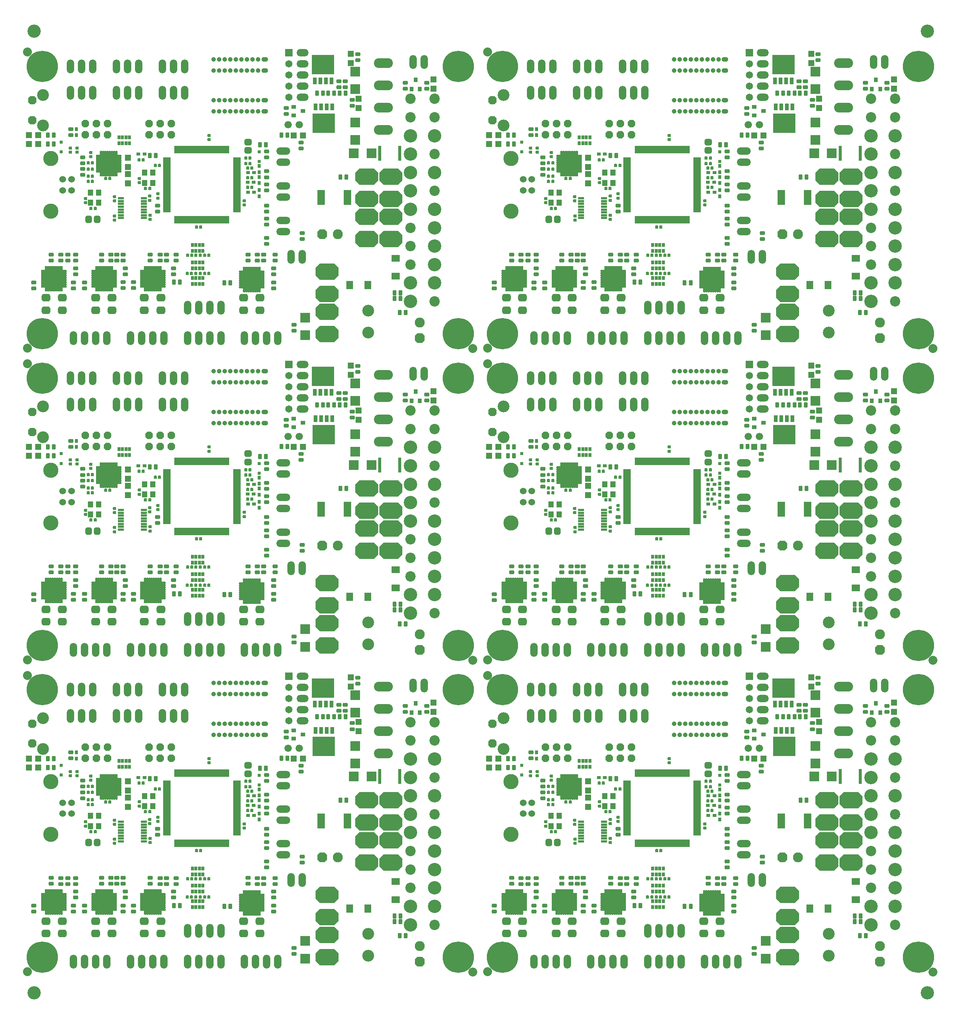
<source format=gts>
%FSLAX24Y24*%
%MOIN*%
G70*
G01*
G75*
G04 Layer_Color=8388736*
%ADD10C,0.0070*%
G04:AMPARAMS|DCode=11|XSize=78.7mil|YSize=78.7mil|CornerRadius=39.4mil|HoleSize=0mil|Usage=FLASHONLY|Rotation=90.000|XOffset=0mil|YOffset=0mil|HoleType=Round|Shape=RoundedRectangle|*
%AMROUNDEDRECTD11*
21,1,0.0787,0.0000,0,0,90.0*
21,1,0.0000,0.0787,0,0,90.0*
1,1,0.0787,0.0000,0.0000*
1,1,0.0787,0.0000,0.0000*
1,1,0.0787,0.0000,0.0000*
1,1,0.0787,0.0000,0.0000*
%
%ADD11ROUNDEDRECTD11*%
%ADD12C,0.0100*%
G04:AMPARAMS|DCode=13|XSize=29.1mil|YSize=39.4mil|CornerRadius=5.8mil|HoleSize=0mil|Usage=FLASHONLY|Rotation=90.000|XOffset=0mil|YOffset=0mil|HoleType=Round|Shape=RoundedRectangle|*
%AMROUNDEDRECTD13*
21,1,0.0291,0.0277,0,0,90.0*
21,1,0.0175,0.0394,0,0,90.0*
1,1,0.0117,0.0139,0.0087*
1,1,0.0117,0.0139,-0.0087*
1,1,0.0117,-0.0139,-0.0087*
1,1,0.0117,-0.0139,0.0087*
%
%ADD13ROUNDEDRECTD13*%
G04:AMPARAMS|DCode=14|XSize=22mil|YSize=24mil|CornerRadius=4.4mil|HoleSize=0mil|Usage=FLASHONLY|Rotation=180.000|XOffset=0mil|YOffset=0mil|HoleType=Round|Shape=RoundedRectangle|*
%AMROUNDEDRECTD14*
21,1,0.0220,0.0152,0,0,180.0*
21,1,0.0132,0.0240,0,0,180.0*
1,1,0.0088,-0.0066,0.0076*
1,1,0.0088,0.0066,0.0076*
1,1,0.0088,0.0066,-0.0076*
1,1,0.0088,-0.0066,-0.0076*
%
%ADD14ROUNDEDRECTD14*%
G04:AMPARAMS|DCode=15|XSize=22mil|YSize=24mil|CornerRadius=4.4mil|HoleSize=0mil|Usage=FLASHONLY|Rotation=90.000|XOffset=0mil|YOffset=0mil|HoleType=Round|Shape=RoundedRectangle|*
%AMROUNDEDRECTD15*
21,1,0.0220,0.0152,0,0,90.0*
21,1,0.0132,0.0240,0,0,90.0*
1,1,0.0088,0.0076,0.0066*
1,1,0.0088,0.0076,-0.0066*
1,1,0.0088,-0.0076,-0.0066*
1,1,0.0088,-0.0076,0.0066*
%
%ADD15ROUNDEDRECTD15*%
G04:AMPARAMS|DCode=16|XSize=29.1mil|YSize=39.4mil|CornerRadius=5.8mil|HoleSize=0mil|Usage=FLASHONLY|Rotation=0.000|XOffset=0mil|YOffset=0mil|HoleType=Round|Shape=RoundedRectangle|*
%AMROUNDEDRECTD16*
21,1,0.0291,0.0277,0,0,0.0*
21,1,0.0175,0.0394,0,0,0.0*
1,1,0.0117,0.0087,-0.0139*
1,1,0.0117,-0.0087,-0.0139*
1,1,0.0117,-0.0087,0.0139*
1,1,0.0117,0.0087,0.0139*
%
%ADD16ROUNDEDRECTD16*%
%ADD17R,0.0240X0.0240*%
%ADD18R,0.0280X0.0560*%
%ADD19R,0.1970X0.1700*%
%ADD20R,0.0420X0.0520*%
G04:AMPARAMS|DCode=21|XSize=40mil|YSize=40mil|CornerRadius=20mil|HoleSize=0mil|Usage=FLASHONLY|Rotation=0.000|XOffset=0mil|YOffset=0mil|HoleType=Round|Shape=RoundedRectangle|*
%AMROUNDEDRECTD21*
21,1,0.0400,0.0000,0,0,0.0*
21,1,0.0000,0.0400,0,0,0.0*
1,1,0.0400,0.0000,0.0000*
1,1,0.0400,0.0000,0.0000*
1,1,0.0400,0.0000,0.0000*
1,1,0.0400,0.0000,0.0000*
%
%ADD21ROUNDEDRECTD21*%
%ADD22R,0.0480X0.0480*%
%ADD23R,0.0480X0.0480*%
%ADD24R,0.0630X0.1260*%
%ADD25R,0.0320X0.0360*%
%ADD26R,0.0360X0.0320*%
%ADD27R,0.0280X0.0200*%
%ADD28R,0.0200X0.0280*%
%ADD29R,0.0790X0.0790*%
%ADD30R,0.0790X0.0790*%
%ADD31R,0.0500X0.0150*%
G04:AMPARAMS|DCode=32|XSize=63mil|YSize=71mil|CornerRadius=15.8mil|HoleSize=0mil|Usage=FLASHONLY|Rotation=270.000|XOffset=0mil|YOffset=0mil|HoleType=Round|Shape=RoundedRectangle|*
%AMROUNDEDRECTD32*
21,1,0.0630,0.0395,0,0,270.0*
21,1,0.0315,0.0710,0,0,270.0*
1,1,0.0315,-0.0198,-0.0158*
1,1,0.0315,-0.0198,0.0158*
1,1,0.0315,0.0198,0.0158*
1,1,0.0315,0.0198,-0.0158*
%
%ADD32ROUNDEDRECTD32*%
%ADD33R,0.0543X0.0709*%
%ADD34R,0.0709X0.0543*%
%ADD35R,0.0200X0.0260*%
G04:AMPARAMS|DCode=36|XSize=52mil|YSize=60mil|CornerRadius=13mil|HoleSize=0mil|Usage=FLASHONLY|Rotation=270.000|XOffset=0mil|YOffset=0mil|HoleType=Round|Shape=RoundedRectangle|*
%AMROUNDEDRECTD36*
21,1,0.0520,0.0340,0,0,270.0*
21,1,0.0260,0.0600,0,0,270.0*
1,1,0.0260,-0.0170,-0.0130*
1,1,0.0260,-0.0170,0.0130*
1,1,0.0260,0.0170,0.0130*
1,1,0.0260,0.0170,-0.0130*
%
%ADD36ROUNDEDRECTD36*%
G04:AMPARAMS|DCode=37|XSize=52mil|YSize=60mil|CornerRadius=13mil|HoleSize=0mil|Usage=FLASHONLY|Rotation=180.000|XOffset=0mil|YOffset=0mil|HoleType=Round|Shape=RoundedRectangle|*
%AMROUNDEDRECTD37*
21,1,0.0520,0.0340,0,0,180.0*
21,1,0.0260,0.0600,0,0,180.0*
1,1,0.0260,-0.0130,0.0170*
1,1,0.0260,0.0130,0.0170*
1,1,0.0260,0.0130,-0.0170*
1,1,0.0260,-0.0130,-0.0170*
%
%ADD37ROUNDEDRECTD37*%
%ADD38R,0.0236X0.1319*%
G04:AMPARAMS|DCode=39|XSize=12mil|YSize=32mil|CornerRadius=4.8mil|HoleSize=0mil|Usage=FLASHONLY|Rotation=270.000|XOffset=0mil|YOffset=0mil|HoleType=Round|Shape=RoundedRectangle|*
%AMROUNDEDRECTD39*
21,1,0.0120,0.0224,0,0,270.0*
21,1,0.0024,0.0320,0,0,270.0*
1,1,0.0096,-0.0112,-0.0012*
1,1,0.0096,-0.0112,0.0012*
1,1,0.0096,0.0112,0.0012*
1,1,0.0096,0.0112,-0.0012*
%
%ADD39ROUNDEDRECTD39*%
G04:AMPARAMS|DCode=40|XSize=12mil|YSize=32mil|CornerRadius=4.8mil|HoleSize=0mil|Usage=FLASHONLY|Rotation=0.000|XOffset=0mil|YOffset=0mil|HoleType=Round|Shape=RoundedRectangle|*
%AMROUNDEDRECTD40*
21,1,0.0120,0.0224,0,0,0.0*
21,1,0.0024,0.0320,0,0,0.0*
1,1,0.0096,0.0012,-0.0112*
1,1,0.0096,-0.0012,-0.0112*
1,1,0.0096,-0.0012,0.0112*
1,1,0.0096,0.0012,0.0112*
%
%ADD40ROUNDEDRECTD40*%
%ADD41R,0.1370X0.1370*%
%ADD42R,0.1370X0.1370*%
%ADD43R,0.0120X0.0600*%
%ADD44R,0.0600X0.0120*%
%ADD45C,0.0080*%
%ADD46C,0.1000*%
%ADD47C,0.0200*%
%ADD48C,0.0500*%
%ADD49C,0.0240*%
%ADD50C,0.0400*%
%ADD51C,0.0140*%
%ADD52C,0.0120*%
%ADD53C,0.0800*%
%ADD54C,0.0250*%
%ADD55C,0.0600*%
%ADD56C,0.0320*%
%ADD57R,0.1620X0.0803*%
%ADD58R,0.3819X0.2046*%
%ADD59R,0.2441X0.2008*%
%ADD60R,0.0551X0.0472*%
%ADD61R,0.0805X0.1685*%
%ADD62R,0.0945X0.1339*%
%ADD63R,0.1457X0.2087*%
%ADD64R,0.1063X0.1220*%
G04:AMPARAMS|DCode=65|XSize=140mil|YSize=200mil|CornerRadius=0mil|HoleSize=0mil|Usage=FLASHONLY|Rotation=90.000|XOffset=0mil|YOffset=0mil|HoleType=Round|Shape=Octagon|*
%AMOCTAGOND65*
4,1,8,-0.1000,-0.0350,-0.1000,0.0350,-0.0650,0.0700,0.0650,0.0700,0.1000,0.0350,0.1000,-0.0350,0.0650,-0.0700,-0.0650,-0.0700,-0.1000,-0.0350,0.0*
%
%ADD65OCTAGOND65*%

%ADD66C,0.0870*%
%ADD67C,0.1142*%
%ADD68P,0.0909X8X202.5*%
%ADD69C,0.0840*%
%ADD70P,0.0909X8X292.5*%
%ADD71O,0.0600X0.1200*%
%ADD72P,0.0671X8X22.5*%
%ADD73C,0.0600*%
%ADD74O,0.1200X0.0600*%
%ADD75C,0.1000*%
%ADD76O,0.1650X0.0825*%
%ADD77C,0.2756*%
%ADD78P,0.0758X8X292.5*%
%ADD79C,0.0540*%
%ADD80C,0.1305*%
%ADD81C,0.0360*%
%ADD82O,0.0540X0.0360*%
%ADD83R,0.0591X0.0591*%
%ADD84O,0.1024X0.0591*%
%ADD85C,0.0591*%
%ADD86C,0.0300*%
%ADD87C,0.0500*%
%ADD88C,0.0320*%
%ADD89C,0.1581*%
%ADD90C,0.1240*%
%ADD91C,0.0949*%
G04:AMPARAMS|DCode=92|XSize=130.866mil|YSize=130.866mil|CornerRadius=0mil|HoleSize=0mil|Usage=FLASHONLY|Rotation=0.000|XOffset=0mil|YOffset=0mil|HoleType=Round|Shape=Relief|Width=10mil|Gap=10mil|Entries=4|*
%AMTHD92*
7,0,0,0.1309,0.1109,0.0100,45*
%
%ADD92THD92*%
%ADD93C,0.1421*%
G04:AMPARAMS|DCode=94|XSize=100mil|YSize=100mil|CornerRadius=0mil|HoleSize=0mil|Usage=FLASHONLY|Rotation=0.000|XOffset=0mil|YOffset=0mil|HoleType=Round|Shape=Relief|Width=10mil|Gap=10mil|Entries=4|*
%AMTHD94*
7,0,0,0.1000,0.0800,0.0100,45*
%
%ADD94THD94*%
%ADD95C,0.0640*%
G04:AMPARAMS|DCode=96|XSize=98mil|YSize=98mil|CornerRadius=0mil|HoleSize=0mil|Usage=FLASHONLY|Rotation=0.000|XOffset=0mil|YOffset=0mil|HoleType=Round|Shape=Relief|Width=10mil|Gap=10mil|Entries=4|*
%AMTHD96*
7,0,0,0.0980,0.0780,0.0100,45*
%
%ADD96THD96*%
%ADD97C,0.0620*%
%ADD98C,0.0790*%
%ADD99C,0.0830*%
%ADD100C,0.1110*%
%ADD101C,0.0460*%
G04:AMPARAMS|DCode=102|XSize=82mil|YSize=82mil|CornerRadius=0mil|HoleSize=0mil|Usage=FLASHONLY|Rotation=0.000|XOffset=0mil|YOffset=0mil|HoleType=Round|Shape=Relief|Width=10mil|Gap=10mil|Entries=4|*
%AMTHD102*
7,0,0,0.0820,0.0620,0.0100,45*
%
%ADD102THD102*%
%ADD103C,0.0594*%
G04:AMPARAMS|DCode=104|XSize=95.433mil|YSize=95.433mil|CornerRadius=0mil|HoleSize=0mil|Usage=FLASHONLY|Rotation=0.000|XOffset=0mil|YOffset=0mil|HoleType=Round|Shape=Relief|Width=10mil|Gap=10mil|Entries=4|*
%AMTHD104*
7,0,0,0.0954,0.0754,0.0100,45*
%
%ADD104THD104*%
%ADD105C,0.0390*%
%ADD106C,0.0520*%
%ADD107C,0.1400*%
%ADD108R,0.3622X0.4331*%
%ADD109R,0.3583X0.4331*%
%ADD110R,0.3425X0.4331*%
%ADD111R,0.4094X0.4331*%
G04:AMPARAMS|DCode=112|XSize=46mil|YSize=63mil|CornerRadius=11.5mil|HoleSize=0mil|Usage=FLASHONLY|Rotation=270.000|XOffset=0mil|YOffset=0mil|HoleType=Round|Shape=RoundedRectangle|*
%AMROUNDEDRECTD112*
21,1,0.0460,0.0400,0,0,270.0*
21,1,0.0230,0.0630,0,0,270.0*
1,1,0.0230,-0.0200,-0.0115*
1,1,0.0230,-0.0200,0.0115*
1,1,0.0230,0.0200,0.0115*
1,1,0.0230,0.0200,-0.0115*
%
%ADD112ROUNDEDRECTD112*%
G04:AMPARAMS|DCode=113|XSize=50mil|YSize=50mil|CornerRadius=25mil|HoleSize=0mil|Usage=FLASHONLY|Rotation=90.000|XOffset=0mil|YOffset=0mil|HoleType=Round|Shape=RoundedRectangle|*
%AMROUNDEDRECTD113*
21,1,0.0500,0.0000,0,0,90.0*
21,1,0.0000,0.0500,0,0,90.0*
1,1,0.0500,0.0000,0.0000*
1,1,0.0500,0.0000,0.0000*
1,1,0.0500,0.0000,0.0000*
1,1,0.0500,0.0000,0.0000*
%
%ADD113ROUNDEDRECTD113*%
G04:AMPARAMS|DCode=114|XSize=50mil|YSize=50mil|CornerRadius=25mil|HoleSize=0mil|Usage=FLASHONLY|Rotation=180.000|XOffset=0mil|YOffset=0mil|HoleType=Round|Shape=RoundedRectangle|*
%AMROUNDEDRECTD114*
21,1,0.0500,0.0000,0,0,180.0*
21,1,0.0000,0.0500,0,0,180.0*
1,1,0.0500,0.0000,0.0000*
1,1,0.0500,0.0000,0.0000*
1,1,0.0500,0.0000,0.0000*
1,1,0.0500,0.0000,0.0000*
%
%ADD114ROUNDEDRECTD114*%
G04:AMPARAMS|DCode=115|XSize=46mil|YSize=63mil|CornerRadius=11.5mil|HoleSize=0mil|Usage=FLASHONLY|Rotation=180.000|XOffset=0mil|YOffset=0mil|HoleType=Round|Shape=RoundedRectangle|*
%AMROUNDEDRECTD115*
21,1,0.0460,0.0400,0,0,180.0*
21,1,0.0230,0.0630,0,0,180.0*
1,1,0.0230,-0.0115,0.0200*
1,1,0.0230,0.0115,0.0200*
1,1,0.0230,0.0115,-0.0200*
1,1,0.0230,-0.0115,-0.0200*
%
%ADD115ROUNDEDRECTD115*%
%ADD116C,0.0160*%
%ADD117C,0.0180*%
%ADD118C,0.0060*%
%ADD119C,0.0050*%
%ADD120C,0.0000*%
%ADD121C,0.0098*%
%ADD122C,0.0040*%
%ADD123C,0.0079*%
%ADD124R,0.0119X0.0120*%
%ADD125R,0.0060X0.0120*%
%ADD126R,0.0059X0.0120*%
%ADD127R,0.0120X0.0119*%
%ADD128R,0.0120X0.0060*%
%ADD129R,0.0120X0.0059*%
%ADD130R,0.0492X0.2450*%
%ADD131R,0.0295X0.0879*%
%ADD132R,0.0879X0.0295*%
G04:AMPARAMS|DCode=133|XSize=31.1mil|YSize=41.4mil|CornerRadius=6.8mil|HoleSize=0mil|Usage=FLASHONLY|Rotation=90.000|XOffset=0mil|YOffset=0mil|HoleType=Round|Shape=RoundedRectangle|*
%AMROUNDEDRECTD133*
21,1,0.0311,0.0277,0,0,90.0*
21,1,0.0175,0.0414,0,0,90.0*
1,1,0.0137,0.0139,0.0087*
1,1,0.0137,0.0139,-0.0087*
1,1,0.0137,-0.0139,-0.0087*
1,1,0.0137,-0.0139,0.0087*
%
%ADD133ROUNDEDRECTD133*%
G04:AMPARAMS|DCode=134|XSize=24mil|YSize=26mil|CornerRadius=5.4mil|HoleSize=0mil|Usage=FLASHONLY|Rotation=180.000|XOffset=0mil|YOffset=0mil|HoleType=Round|Shape=RoundedRectangle|*
%AMROUNDEDRECTD134*
21,1,0.0240,0.0152,0,0,180.0*
21,1,0.0132,0.0260,0,0,180.0*
1,1,0.0108,-0.0066,0.0076*
1,1,0.0108,0.0066,0.0076*
1,1,0.0108,0.0066,-0.0076*
1,1,0.0108,-0.0066,-0.0076*
%
%ADD134ROUNDEDRECTD134*%
G04:AMPARAMS|DCode=135|XSize=24mil|YSize=26mil|CornerRadius=5.4mil|HoleSize=0mil|Usage=FLASHONLY|Rotation=90.000|XOffset=0mil|YOffset=0mil|HoleType=Round|Shape=RoundedRectangle|*
%AMROUNDEDRECTD135*
21,1,0.0240,0.0152,0,0,90.0*
21,1,0.0132,0.0260,0,0,90.0*
1,1,0.0108,0.0076,0.0066*
1,1,0.0108,0.0076,-0.0066*
1,1,0.0108,-0.0076,-0.0066*
1,1,0.0108,-0.0076,0.0066*
%
%ADD135ROUNDEDRECTD135*%
G04:AMPARAMS|DCode=136|XSize=31.1mil|YSize=41.4mil|CornerRadius=6.8mil|HoleSize=0mil|Usage=FLASHONLY|Rotation=0.000|XOffset=0mil|YOffset=0mil|HoleType=Round|Shape=RoundedRectangle|*
%AMROUNDEDRECTD136*
21,1,0.0311,0.0277,0,0,0.0*
21,1,0.0175,0.0414,0,0,0.0*
1,1,0.0137,0.0087,-0.0139*
1,1,0.0137,-0.0087,-0.0139*
1,1,0.0137,-0.0087,0.0139*
1,1,0.0137,0.0087,0.0139*
%
%ADD136ROUNDEDRECTD136*%
%ADD137R,0.0260X0.0260*%
%ADD138R,0.0300X0.0580*%
%ADD139R,0.1990X0.1720*%
%ADD140R,0.0440X0.0540*%
%ADD141R,0.0500X0.0500*%
%ADD142R,0.0500X0.0500*%
%ADD143R,0.0650X0.1280*%
%ADD144R,0.0340X0.0380*%
%ADD145R,0.0380X0.0340*%
%ADD146R,0.0300X0.0220*%
%ADD147R,0.0220X0.0300*%
%ADD148R,0.0810X0.0810*%
%ADD149R,0.0810X0.0810*%
%ADD150R,0.0520X0.0170*%
G04:AMPARAMS|DCode=151|XSize=65mil|YSize=73mil|CornerRadius=16.8mil|HoleSize=0mil|Usage=FLASHONLY|Rotation=270.000|XOffset=0mil|YOffset=0mil|HoleType=Round|Shape=RoundedRectangle|*
%AMROUNDEDRECTD151*
21,1,0.0650,0.0395,0,0,270.0*
21,1,0.0315,0.0730,0,0,270.0*
1,1,0.0335,-0.0198,-0.0158*
1,1,0.0335,-0.0198,0.0158*
1,1,0.0335,0.0198,0.0158*
1,1,0.0335,0.0198,-0.0158*
%
%ADD151ROUNDEDRECTD151*%
%ADD152R,0.0563X0.0729*%
%ADD153R,0.0729X0.0563*%
%ADD154R,0.0220X0.0280*%
G04:AMPARAMS|DCode=155|XSize=54mil|YSize=62mil|CornerRadius=14mil|HoleSize=0mil|Usage=FLASHONLY|Rotation=270.000|XOffset=0mil|YOffset=0mil|HoleType=Round|Shape=RoundedRectangle|*
%AMROUNDEDRECTD155*
21,1,0.0540,0.0340,0,0,270.0*
21,1,0.0260,0.0620,0,0,270.0*
1,1,0.0280,-0.0170,-0.0130*
1,1,0.0280,-0.0170,0.0130*
1,1,0.0280,0.0170,0.0130*
1,1,0.0280,0.0170,-0.0130*
%
%ADD155ROUNDEDRECTD155*%
G04:AMPARAMS|DCode=156|XSize=54mil|YSize=62mil|CornerRadius=14mil|HoleSize=0mil|Usage=FLASHONLY|Rotation=180.000|XOffset=0mil|YOffset=0mil|HoleType=Round|Shape=RoundedRectangle|*
%AMROUNDEDRECTD156*
21,1,0.0540,0.0340,0,0,180.0*
21,1,0.0260,0.0620,0,0,180.0*
1,1,0.0280,-0.0130,0.0170*
1,1,0.0280,0.0130,0.0170*
1,1,0.0280,0.0130,-0.0170*
1,1,0.0280,-0.0130,-0.0170*
%
%ADD156ROUNDEDRECTD156*%
%ADD157R,0.0256X0.1339*%
G04:AMPARAMS|DCode=158|XSize=14mil|YSize=34mil|CornerRadius=5.8mil|HoleSize=0mil|Usage=FLASHONLY|Rotation=270.000|XOffset=0mil|YOffset=0mil|HoleType=Round|Shape=RoundedRectangle|*
%AMROUNDEDRECTD158*
21,1,0.0140,0.0224,0,0,270.0*
21,1,0.0024,0.0340,0,0,270.0*
1,1,0.0116,-0.0112,-0.0012*
1,1,0.0116,-0.0112,0.0012*
1,1,0.0116,0.0112,0.0012*
1,1,0.0116,0.0112,-0.0012*
%
%ADD158ROUNDEDRECTD158*%
G04:AMPARAMS|DCode=159|XSize=14mil|YSize=34mil|CornerRadius=5.8mil|HoleSize=0mil|Usage=FLASHONLY|Rotation=0.000|XOffset=0mil|YOffset=0mil|HoleType=Round|Shape=RoundedRectangle|*
%AMROUNDEDRECTD159*
21,1,0.0140,0.0224,0,0,0.0*
21,1,0.0024,0.0340,0,0,0.0*
1,1,0.0116,0.0012,-0.0112*
1,1,0.0116,-0.0012,-0.0112*
1,1,0.0116,-0.0012,0.0112*
1,1,0.0116,0.0012,0.0112*
%
%ADD159ROUNDEDRECTD159*%
%ADD160R,0.0140X0.0620*%
%ADD161R,0.0620X0.0140*%
%ADD162C,0.0150*%
%ADD163R,0.0530X0.0170*%
%ADD164R,0.0460X0.0130*%
%ADD165R,0.1594X0.2303*%
%ADD166R,0.2303X0.1585*%
%ADD167R,0.2303X0.1594*%
%ADD168R,0.1585X0.2303*%
G04:AMPARAMS|DCode=169|XSize=118.7mil|YSize=118.7mil|CornerRadius=59.4mil|HoleSize=0mil|Usage=FLASHONLY|Rotation=90.000|XOffset=0mil|YOffset=0mil|HoleType=Round|Shape=RoundedRectangle|*
%AMROUNDEDRECTD169*
21,1,0.1187,0.0000,0,0,90.0*
21,1,0.0000,0.1187,0,0,90.0*
1,1,0.1187,0.0000,0.0000*
1,1,0.1187,0.0000,0.0000*
1,1,0.1187,0.0000,0.0000*
1,1,0.1187,0.0000,0.0000*
%
%ADD169ROUNDEDRECTD169*%
G04:AMPARAMS|DCode=170|XSize=35.1mil|YSize=45.4mil|CornerRadius=8.8mil|HoleSize=0mil|Usage=FLASHONLY|Rotation=90.000|XOffset=0mil|YOffset=0mil|HoleType=Round|Shape=RoundedRectangle|*
%AMROUNDEDRECTD170*
21,1,0.0351,0.0277,0,0,90.0*
21,1,0.0175,0.0454,0,0,90.0*
1,1,0.0177,0.0139,0.0087*
1,1,0.0177,0.0139,-0.0087*
1,1,0.0177,-0.0139,-0.0087*
1,1,0.0177,-0.0139,0.0087*
%
%ADD170ROUNDEDRECTD170*%
G04:AMPARAMS|DCode=171|XSize=28mil|YSize=30mil|CornerRadius=7.4mil|HoleSize=0mil|Usage=FLASHONLY|Rotation=180.000|XOffset=0mil|YOffset=0mil|HoleType=Round|Shape=RoundedRectangle|*
%AMROUNDEDRECTD171*
21,1,0.0280,0.0152,0,0,180.0*
21,1,0.0132,0.0300,0,0,180.0*
1,1,0.0148,-0.0066,0.0076*
1,1,0.0148,0.0066,0.0076*
1,1,0.0148,0.0066,-0.0076*
1,1,0.0148,-0.0066,-0.0076*
%
%ADD171ROUNDEDRECTD171*%
G04:AMPARAMS|DCode=172|XSize=28mil|YSize=30mil|CornerRadius=7.4mil|HoleSize=0mil|Usage=FLASHONLY|Rotation=90.000|XOffset=0mil|YOffset=0mil|HoleType=Round|Shape=RoundedRectangle|*
%AMROUNDEDRECTD172*
21,1,0.0280,0.0152,0,0,90.0*
21,1,0.0132,0.0300,0,0,90.0*
1,1,0.0148,0.0076,0.0066*
1,1,0.0148,0.0076,-0.0066*
1,1,0.0148,-0.0076,-0.0066*
1,1,0.0148,-0.0076,0.0066*
%
%ADD172ROUNDEDRECTD172*%
G04:AMPARAMS|DCode=173|XSize=35.1mil|YSize=45.4mil|CornerRadius=8.8mil|HoleSize=0mil|Usage=FLASHONLY|Rotation=0.000|XOffset=0mil|YOffset=0mil|HoleType=Round|Shape=RoundedRectangle|*
%AMROUNDEDRECTD173*
21,1,0.0351,0.0277,0,0,0.0*
21,1,0.0175,0.0454,0,0,0.0*
1,1,0.0177,0.0087,-0.0139*
1,1,0.0177,-0.0087,-0.0139*
1,1,0.0177,-0.0087,0.0139*
1,1,0.0177,0.0087,0.0139*
%
%ADD173ROUNDEDRECTD173*%
%ADD174R,0.0300X0.0300*%
%ADD175R,0.0340X0.0620*%
%ADD176R,0.2030X0.1760*%
%ADD177R,0.0480X0.0580*%
G04:AMPARAMS|DCode=178|XSize=80mil|YSize=80mil|CornerRadius=40mil|HoleSize=0mil|Usage=FLASHONLY|Rotation=0.000|XOffset=0mil|YOffset=0mil|HoleType=Round|Shape=RoundedRectangle|*
%AMROUNDEDRECTD178*
21,1,0.0800,0.0000,0,0,0.0*
21,1,0.0000,0.0800,0,0,0.0*
1,1,0.0800,0.0000,0.0000*
1,1,0.0800,0.0000,0.0000*
1,1,0.0800,0.0000,0.0000*
1,1,0.0800,0.0000,0.0000*
%
%ADD178ROUNDEDRECTD178*%
%ADD179R,0.0540X0.0540*%
%ADD180R,0.0540X0.0540*%
%ADD181R,0.0690X0.1320*%
%ADD182R,0.0380X0.0420*%
%ADD183R,0.0420X0.0380*%
%ADD184R,0.0340X0.0260*%
%ADD185R,0.0260X0.0340*%
%ADD186R,0.0850X0.0850*%
%ADD187R,0.0850X0.0850*%
%ADD188R,0.0560X0.0210*%
G04:AMPARAMS|DCode=189|XSize=69mil|YSize=77mil|CornerRadius=18.8mil|HoleSize=0mil|Usage=FLASHONLY|Rotation=270.000|XOffset=0mil|YOffset=0mil|HoleType=Round|Shape=RoundedRectangle|*
%AMROUNDEDRECTD189*
21,1,0.0690,0.0395,0,0,270.0*
21,1,0.0315,0.0770,0,0,270.0*
1,1,0.0375,-0.0198,-0.0158*
1,1,0.0375,-0.0198,0.0158*
1,1,0.0375,0.0198,0.0158*
1,1,0.0375,0.0198,-0.0158*
%
%ADD189ROUNDEDRECTD189*%
%ADD190R,0.0603X0.0769*%
%ADD191R,0.0769X0.0603*%
%ADD192R,0.0260X0.0320*%
G04:AMPARAMS|DCode=193|XSize=58mil|YSize=66mil|CornerRadius=16mil|HoleSize=0mil|Usage=FLASHONLY|Rotation=270.000|XOffset=0mil|YOffset=0mil|HoleType=Round|Shape=RoundedRectangle|*
%AMROUNDEDRECTD193*
21,1,0.0580,0.0340,0,0,270.0*
21,1,0.0260,0.0660,0,0,270.0*
1,1,0.0320,-0.0170,-0.0130*
1,1,0.0320,-0.0170,0.0130*
1,1,0.0320,0.0170,0.0130*
1,1,0.0320,0.0170,-0.0130*
%
%ADD193ROUNDEDRECTD193*%
G04:AMPARAMS|DCode=194|XSize=58mil|YSize=66mil|CornerRadius=16mil|HoleSize=0mil|Usage=FLASHONLY|Rotation=180.000|XOffset=0mil|YOffset=0mil|HoleType=Round|Shape=RoundedRectangle|*
%AMROUNDEDRECTD194*
21,1,0.0580,0.0340,0,0,180.0*
21,1,0.0260,0.0660,0,0,180.0*
1,1,0.0320,-0.0130,0.0170*
1,1,0.0320,0.0130,0.0170*
1,1,0.0320,0.0130,-0.0170*
1,1,0.0320,-0.0130,-0.0170*
%
%ADD194ROUNDEDRECTD194*%
%ADD195R,0.0296X0.1379*%
G04:AMPARAMS|DCode=196|XSize=18mil|YSize=38mil|CornerRadius=7.8mil|HoleSize=0mil|Usage=FLASHONLY|Rotation=270.000|XOffset=0mil|YOffset=0mil|HoleType=Round|Shape=RoundedRectangle|*
%AMROUNDEDRECTD196*
21,1,0.0180,0.0224,0,0,270.0*
21,1,0.0024,0.0380,0,0,270.0*
1,1,0.0156,-0.0112,-0.0012*
1,1,0.0156,-0.0112,0.0012*
1,1,0.0156,0.0112,0.0012*
1,1,0.0156,0.0112,-0.0012*
%
%ADD196ROUNDEDRECTD196*%
G04:AMPARAMS|DCode=197|XSize=18mil|YSize=38mil|CornerRadius=7.8mil|HoleSize=0mil|Usage=FLASHONLY|Rotation=0.000|XOffset=0mil|YOffset=0mil|HoleType=Round|Shape=RoundedRectangle|*
%AMROUNDEDRECTD197*
21,1,0.0180,0.0224,0,0,0.0*
21,1,0.0024,0.0380,0,0,0.0*
1,1,0.0156,0.0012,-0.0112*
1,1,0.0156,-0.0012,-0.0112*
1,1,0.0156,-0.0012,0.0112*
1,1,0.0156,0.0012,0.0112*
%
%ADD197ROUNDEDRECTD197*%
%ADD198R,0.1430X0.1430*%
%ADD199R,0.1430X0.1430*%
%ADD200R,0.0200X0.0680*%
%ADD201R,0.0680X0.0200*%
G04:AMPARAMS|DCode=202|XSize=146mil|YSize=206mil|CornerRadius=0mil|HoleSize=0mil|Usage=FLASHONLY|Rotation=90.000|XOffset=0mil|YOffset=0mil|HoleType=Round|Shape=Octagon|*
%AMOCTAGOND202*
4,1,8,-0.1030,-0.0365,-0.1030,0.0365,-0.0665,0.0730,0.0665,0.0730,0.1030,0.0365,0.1030,-0.0365,0.0665,-0.0730,-0.0665,-0.0730,-0.1030,-0.0365,0.0*
%
%ADD202OCTAGOND202*%

%ADD203C,0.0930*%
%ADD204C,0.1202*%
%ADD205P,0.0974X8X202.5*%
%ADD206C,0.0900*%
%ADD207P,0.0974X8X292.5*%
%ADD208O,0.0660X0.1260*%
%ADD209P,0.0736X8X22.5*%
%ADD210C,0.0660*%
%ADD211O,0.1260X0.0660*%
%ADD212C,0.1060*%
%ADD213O,0.1710X0.0885*%
%ADD214C,0.2816*%
%ADD215P,0.0823X8X292.5*%
%ADD216C,0.1365*%
%ADD217C,0.0420*%
%ADD218O,0.0600X0.0420*%
%ADD219R,0.0651X0.0651*%
%ADD220O,0.1084X0.0651*%
%ADD221C,0.0651*%
G36*
X24378Y18089D02*
X23098D01*
Y19369D01*
X23358D01*
X23358Y19251D01*
X23306Y19240D01*
X23258Y19208D01*
X23226Y19160D01*
X23215Y19104D01*
X23216Y19099D01*
X23216Y19099D01*
X23226Y19051D01*
X23255Y19006D01*
X23300Y18976D01*
X23353Y18966D01*
X23358Y18967D01*
Y18967D01*
X23358Y18967D01*
D01*
D01*
X23363Y18966D01*
X23416Y18976D01*
X23460Y19006D01*
X23490Y19051D01*
X23500Y19099D01*
X23500Y19099D01*
X23501Y19104D01*
X23489Y19160D01*
X23457Y19208D01*
X23409Y19240D01*
X23358Y19251D01*
X23358Y19249D01*
Y19369D01*
X24378D01*
Y18089D01*
D02*
G37*
G36*
X19992D02*
X18712D01*
Y19369D01*
X18972D01*
X18972Y19251D01*
X18920Y19240D01*
X18872Y19208D01*
X18840Y19160D01*
X18829Y19104D01*
X18830Y19099D01*
X18830Y19099D01*
X18839Y19051D01*
X18869Y19006D01*
X18914Y18976D01*
X18967Y18966D01*
X18972Y18967D01*
Y18967D01*
X18972Y18967D01*
D01*
D01*
X18977Y18966D01*
X19029Y18976D01*
X19074Y19006D01*
X19104Y19051D01*
X19113Y19099D01*
X19113Y19099D01*
X19115Y19104D01*
X19103Y19160D01*
X19071Y19208D01*
X19023Y19240D01*
X18972Y19251D01*
X18972Y19249D01*
Y19369D01*
X19992D01*
Y18089D01*
D02*
G37*
G36*
X20408Y29448D02*
Y29069D01*
Y28688D01*
Y28428D01*
X19129D01*
Y28698D01*
Y29069D01*
Y29448D01*
Y29708D01*
X20408D01*
Y29448D01*
D02*
G37*
G36*
X38856Y32980D02*
X38854Y32980D01*
X38856Y32980D01*
X38856Y32980D01*
D02*
G37*
G36*
X39718Y33354D02*
Y32980D01*
Y32600D01*
X39623Y32600D01*
X39623Y32601D01*
X39612Y32655D01*
X39581Y32701D01*
X39535Y32732D01*
X39482Y32742D01*
X39482Y32740D01*
X39478Y32742D01*
X39477Y32742D01*
X39423Y32731D01*
X39376Y32700D01*
X39345Y32654D01*
X39336Y32610D01*
X39344Y32610D01*
Y32590D01*
X39343Y32590D01*
X39352Y32546D01*
X39379Y32504D01*
X39421Y32477D01*
X39469Y32467D01*
X39474Y32468D01*
X39482Y32470D01*
X39482Y32468D01*
X39486Y32467D01*
X39538Y32477D01*
X39583Y32507D01*
X39612Y32551D01*
X39622Y32600D01*
X39718Y32600D01*
Y32420D01*
X40100D01*
Y32240D01*
Y31850D01*
X38104D01*
Y32220D01*
Y32420D01*
X38484D01*
Y32590D01*
X38584D01*
X38583Y32590D01*
X38592Y32549D01*
X38620Y32506D01*
X38663Y32477D01*
X38714Y32467D01*
X38724Y32469D01*
X38744Y32470D01*
X38744Y32468D01*
X38788Y32477D01*
X38830Y32504D01*
X38857Y32546D01*
X38867Y32595D01*
X38866Y32600D01*
X38867Y32600D01*
X38856Y32654D01*
X38825Y32701D01*
X38779Y32731D01*
X38724Y32742D01*
X38724Y32742D01*
X38724Y32740D01*
X38714Y32742D01*
X38714Y32742D01*
X38664Y32732D01*
X38621Y32703D01*
X38592Y32660D01*
X38582Y32610D01*
X38582Y32610D01*
X38484D01*
Y32990D01*
X38584D01*
X38582Y32980D01*
X38582Y32980D01*
X38592Y32925D01*
X38623Y32879D01*
X38670Y32848D01*
X38724Y32837D01*
X38724Y32837D01*
X38724Y32838D01*
X38772Y32847D01*
X38817Y32877D01*
X38847Y32922D01*
X38857Y32975D01*
X38856Y32980D01*
X38857D01*
X38857Y32980D01*
X38846Y33034D01*
X38815Y33081D01*
X38769Y33111D01*
X38714Y33122D01*
X38714Y33122D01*
X38714Y33120D01*
X38704Y33122D01*
X38704Y33122D01*
X38658Y33113D01*
X38618Y33086D01*
X38591Y33046D01*
X38582Y33000D01*
X38582Y33000D01*
X38584D01*
X38582Y33000D01*
Y33000D01*
X38484D01*
Y33362D01*
Y33539D01*
X39718D01*
Y33354D01*
D02*
G37*
G36*
X15483Y18089D02*
X14203D01*
Y19369D01*
X14463D01*
X14462Y19251D01*
X14411Y19240D01*
X14363Y19208D01*
X14331Y19160D01*
X14320Y19104D01*
X14321Y19099D01*
X14321Y19099D01*
X14330Y19051D01*
X14360Y19006D01*
X14405Y18976D01*
X14457Y18966D01*
X14462Y18967D01*
Y18967D01*
X14463Y18967D01*
D01*
D01*
X14468Y18966D01*
X14520Y18976D01*
X14565Y19006D01*
X14595Y19051D01*
X14604Y19099D01*
X14604Y19099D01*
X14605Y19104D01*
X14594Y19160D01*
X14562Y19208D01*
X14514Y19240D01*
X14463Y19251D01*
X14463Y19249D01*
Y19369D01*
X15483D01*
Y18089D01*
D02*
G37*
G36*
X14463Y18967D02*
X14463Y18967D01*
Y18969D01*
X14463Y18967D01*
D02*
G37*
G36*
X32238Y18898D02*
X32238Y18898D01*
Y18900D01*
X32238Y18898D01*
D02*
G37*
G36*
X18972Y18967D02*
X18972Y18967D01*
Y18969D01*
X18972Y18967D01*
D02*
G37*
G36*
X33258Y18020D02*
X31978D01*
Y19300D01*
X32238D01*
X32238Y19182D01*
X32186Y19171D01*
X32139Y19139D01*
X32106Y19091D01*
X32095Y19035D01*
X32096Y19030D01*
X32096Y19030D01*
X32106Y18982D01*
X32136Y18937D01*
X32180Y18907D01*
X32233Y18897D01*
X32238Y18898D01*
Y18898D01*
X32238Y18898D01*
D01*
D01*
X32243Y18897D01*
X32296Y18907D01*
X32341Y18937D01*
X32370Y18982D01*
X32380Y19030D01*
X32380Y19030D01*
X32381Y19035D01*
X32370Y19091D01*
X32338Y19139D01*
X32290Y19171D01*
X32238Y19182D01*
X32238Y19180D01*
Y19300D01*
X33258D01*
Y18020D01*
D02*
G37*
G36*
X23358Y18967D02*
X23358Y18967D01*
Y18969D01*
X23358Y18967D01*
D02*
G37*
G36*
X39568Y37660D02*
X39565D01*
X39568Y37660D01*
Y37660D01*
D02*
G37*
G36*
X40045Y38440D02*
Y38240D01*
X39665D01*
Y38070D01*
X39565D01*
X39566Y38070D01*
X39558Y38111D01*
X39529Y38154D01*
X39486Y38183D01*
X39435Y38193D01*
X39425Y38191D01*
X39405Y38190D01*
X39405Y38191D01*
X39361Y38183D01*
X39320Y38155D01*
X39292Y38114D01*
X39283Y38065D01*
X39284Y38060D01*
X39283Y38060D01*
X39293Y38005D01*
X39324Y37959D01*
X39371Y37928D01*
X39425Y37917D01*
X39425Y37917D01*
X39425Y37920D01*
X39435Y37917D01*
X39435Y37917D01*
X39486Y37927D01*
X39529Y37956D01*
X39558Y37999D01*
X39568Y38050D01*
X39568Y38050D01*
X39665D01*
Y37670D01*
X39565D01*
X39568Y37680D01*
X39568Y37680D01*
X39557Y37734D01*
X39526Y37781D01*
X39480Y37812D01*
X39425Y37823D01*
X39425Y37823D01*
X39425Y37822D01*
X39378Y37812D01*
X39333Y37782D01*
X39303Y37738D01*
X39293Y37685D01*
X39294Y37680D01*
X39293D01*
X39293Y37680D01*
X39303Y37625D01*
X39334Y37579D01*
X39381Y37548D01*
X39435Y37537D01*
X39435Y37537D01*
X39435Y37540D01*
X39445Y37538D01*
X39445Y37537D01*
X39492Y37547D01*
X39532Y37573D01*
X39558Y37613D01*
X39568Y37660D01*
X39568Y37660D01*
X39665D01*
Y37297D01*
Y37120D01*
X38431D01*
Y37301D01*
Y37680D01*
Y38060D01*
X38527Y38060D01*
X38527Y38059D01*
X38538Y38005D01*
X38568Y37959D01*
X38614Y37928D01*
X38667Y37917D01*
X38667Y37920D01*
X38671Y37917D01*
X38672Y37917D01*
X38727Y37928D01*
X38774Y37959D01*
X38805Y38006D01*
X38814Y38050D01*
X38805Y38050D01*
Y38070D01*
X38807Y38070D01*
X38798Y38114D01*
X38770Y38155D01*
X38729Y38183D01*
X38680Y38192D01*
X38675Y38191D01*
X38667Y38190D01*
X38667Y38192D01*
X38663Y38193D01*
X38611Y38182D01*
X38567Y38153D01*
X38537Y38108D01*
X38528Y38060D01*
X38431Y38060D01*
Y38240D01*
X38049D01*
Y38420D01*
Y38810D01*
X40045D01*
Y38440D01*
D02*
G37*
G36*
X39295Y37680D02*
X39294Y37680D01*
X39294Y37680D01*
X39295Y37680D01*
D02*
G37*
%LPC*%
G36*
X23738Y18871D02*
X23738Y18869D01*
X23728Y18870D01*
X23680Y18861D01*
X23635Y18831D01*
X23606Y18786D01*
X23595Y18734D01*
X23596Y18729D01*
X23596Y18729D01*
X23595Y18724D01*
X23606Y18671D01*
X23635Y18626D01*
X23680Y18596D01*
X23733Y18586D01*
X23738Y18587D01*
Y18587D01*
X23738Y18587D01*
Y18589D01*
X23738Y18587D01*
X23743Y18586D01*
X23796Y18596D01*
X23840Y18626D01*
X23870Y18671D01*
X23880Y18719D01*
X23880Y18719D01*
X23881Y18724D01*
X23869Y18780D01*
X23837Y18828D01*
X23789Y18860D01*
X23738Y18871D01*
D02*
G37*
G36*
X32993Y19183D02*
X32936Y19171D01*
X32889Y19139D01*
X32856Y19091D01*
X32846Y19040D01*
X32846Y19040D01*
X32845Y19035D01*
X32856Y18978D01*
X32889Y18930D01*
X32936Y18898D01*
X32988Y18888D01*
Y18888D01*
X32988D01*
X32988Y18890D01*
X32988Y18888D01*
X32993Y18887D01*
X33050Y18898D01*
X33098Y18930D01*
X33130Y18978D01*
X33140Y19030D01*
X33140Y19030D01*
X33141Y19035D01*
X33130Y19091D01*
X33098Y19139D01*
X33050Y19171D01*
X32998Y19182D01*
Y19182D01*
X32998D01*
X32998Y19180D01*
Y19182D01*
X32993Y19183D01*
D02*
G37*
G36*
X18982Y18871D02*
X18982Y18871D01*
X18982Y18869D01*
X18972D01*
X18972Y18871D01*
X18972Y18871D01*
X18917Y18860D01*
X18871Y18830D01*
X18840Y18783D01*
X18829Y18729D01*
X18829Y18729D01*
X18829Y18729D01*
X18840Y18674D01*
X18871Y18628D01*
X18917Y18597D01*
X18972Y18586D01*
X18972Y18587D01*
X18972Y18587D01*
X18972Y18589D01*
X18972Y18587D01*
X18977Y18586D01*
X19033Y18597D01*
X19081Y18629D01*
X19113Y18677D01*
X19124Y18729D01*
X19124Y18729D01*
X19124Y18729D01*
X19113Y18783D01*
X19083Y18830D01*
X19036Y18860D01*
X18982Y18871D01*
D02*
G37*
G36*
X14843Y18871D02*
X14843Y18869D01*
X14832Y18870D01*
X14785Y18861D01*
X14740Y18831D01*
X14710Y18786D01*
X14700Y18734D01*
X14701Y18729D01*
X14701Y18729D01*
X14700Y18724D01*
X14710Y18671D01*
X14740Y18626D01*
X14785Y18596D01*
X14838Y18586D01*
X14842Y18587D01*
Y18587D01*
X14843Y18587D01*
Y18589D01*
X14843Y18587D01*
X14848Y18586D01*
X14900Y18596D01*
X14945Y18626D01*
X14975Y18671D01*
X14984Y18719D01*
X14984Y18719D01*
X14985Y18724D01*
X14974Y18780D01*
X14942Y18828D01*
X14894Y18860D01*
X14843Y18871D01*
D02*
G37*
G36*
X23368Y18871D02*
X23368Y18871D01*
X23368Y18869D01*
X23358D01*
X23358Y18871D01*
X23358Y18871D01*
X23303Y18860D01*
X23257Y18830D01*
X23226Y18783D01*
X23215Y18729D01*
X23215Y18729D01*
Y18729D01*
Y18729D01*
Y18729D01*
X23215Y18729D01*
X23226Y18674D01*
X23257Y18628D01*
X23303Y18597D01*
X23358Y18586D01*
X23358Y18587D01*
X23358Y18587D01*
X23358Y18589D01*
X23358Y18587D01*
X23363Y18586D01*
X23419Y18597D01*
X23467Y18629D01*
X23499Y18677D01*
X23510Y18729D01*
X23511Y18729D01*
X23511Y18729D01*
X23500Y18783D01*
X23469Y18830D01*
X23422Y18860D01*
X23368Y18871D01*
D02*
G37*
G36*
X19352Y18871D02*
X19352Y18869D01*
X19342Y18870D01*
X19294Y18861D01*
X19249Y18831D01*
X19219Y18786D01*
X19209Y18734D01*
X19210Y18729D01*
X19210Y18729D01*
X19209Y18724D01*
X19219Y18671D01*
X19249Y18626D01*
X19294Y18596D01*
X19347Y18586D01*
X19352Y18587D01*
Y18587D01*
X19352Y18587D01*
Y18589D01*
X19352Y18587D01*
X19357Y18586D01*
X19409Y18596D01*
X19454Y18626D01*
X19484Y18671D01*
X19493Y18719D01*
X19493Y18719D01*
X19495Y18724D01*
X19483Y18780D01*
X19451Y18828D01*
X19403Y18860D01*
X19352Y18871D01*
D02*
G37*
G36*
X32618Y19182D02*
X32563Y19172D01*
X32517Y19141D01*
X32486Y19094D01*
X32475Y19040D01*
X32475Y19040D01*
X32478Y19040D01*
X32475Y19030D01*
X32475Y19030D01*
X32486Y18975D01*
X32517Y18929D01*
X32563Y18898D01*
X32618Y18887D01*
X32618Y18887D01*
D01*
X32618D01*
Y18890D01*
X32618Y18887D01*
X32618D01*
X32618Y18887D01*
X32673Y18898D01*
X32719Y18929D01*
X32750Y18975D01*
X32761Y19030D01*
X32761Y19030D01*
X32760Y19030D01*
X32761Y19035D01*
X32750Y19091D01*
X32718Y19139D01*
X32670Y19171D01*
X32618Y19182D01*
X32618Y19180D01*
Y19182D01*
X32618Y19182D01*
D02*
G37*
G36*
X14842Y19251D02*
X14788Y19240D01*
X14742Y19210D01*
X14711Y19163D01*
X14700Y19109D01*
X14700Y19109D01*
X14703Y19109D01*
X14700Y19099D01*
X14700Y19099D01*
X14711Y19044D01*
X14742Y18998D01*
X14788Y18967D01*
X14842Y18956D01*
X14843Y18956D01*
D01*
X14843D01*
Y18959D01*
X14843Y18956D01*
X14843D01*
X14843Y18956D01*
X14897Y18967D01*
X14943Y18998D01*
X14974Y19044D01*
X14985Y19099D01*
X14985Y19099D01*
X14984Y19099D01*
X14985Y19104D01*
X14974Y19160D01*
X14942Y19208D01*
X14894Y19240D01*
X14843Y19251D01*
X14843Y19249D01*
Y19251D01*
X14842Y19251D01*
D02*
G37*
G36*
X19352D02*
X19297Y19240D01*
X19251Y19210D01*
X19220Y19163D01*
X19209Y19109D01*
X19209Y19109D01*
X19212Y19109D01*
X19209Y19099D01*
X19209Y19099D01*
X19220Y19044D01*
X19251Y18998D01*
X19297Y18967D01*
X19352Y18956D01*
X19352Y18956D01*
D01*
X19352D01*
Y18959D01*
X19352Y18956D01*
X19352D01*
X19352Y18956D01*
X19406Y18967D01*
X19453Y18998D01*
X19483Y19044D01*
X19494Y19099D01*
X19494Y19099D01*
X19493Y19099D01*
X19495Y19104D01*
X19483Y19160D01*
X19451Y19208D01*
X19403Y19240D01*
X19352Y19251D01*
X19352Y19249D01*
Y19251D01*
X19352Y19251D01*
D02*
G37*
G36*
X23738D02*
X23683Y19240D01*
X23637Y19210D01*
X23606Y19163D01*
X23595Y19109D01*
X23595Y19109D01*
X23598Y19109D01*
X23595Y19099D01*
X23595Y19099D01*
X23606Y19044D01*
X23637Y18998D01*
X23683Y18967D01*
X23738Y18956D01*
X23738Y18956D01*
D01*
X23738D01*
Y18959D01*
X23738Y18956D01*
X23738D01*
X23738Y18956D01*
X23792Y18967D01*
X23839Y18998D01*
X23870Y19044D01*
X23881Y19099D01*
X23881Y19099D01*
X23880Y19099D01*
X23881Y19104D01*
X23869Y19160D01*
X23837Y19208D01*
X23789Y19240D01*
X23738Y19251D01*
X23738Y19249D01*
Y19251D01*
X23738Y19251D01*
D02*
G37*
G36*
X24113Y19252D02*
X24056Y19240D01*
X24008Y19208D01*
X23976Y19160D01*
X23966Y19109D01*
X23966Y19109D01*
X23965Y19104D01*
X23976Y19047D01*
X24008Y18999D01*
X24056Y18967D01*
X24108Y18957D01*
Y18957D01*
X24108D01*
X24108Y18959D01*
X24108Y18957D01*
X24113Y18956D01*
X24169Y18967D01*
X24217Y18999D01*
X24249Y19047D01*
X24260Y19099D01*
X24260Y19099D01*
X24261Y19104D01*
X24249Y19160D01*
X24217Y19208D01*
X24169Y19240D01*
X24118Y19251D01*
Y19251D01*
X24118D01*
X24118Y19249D01*
Y19251D01*
X24113Y19252D01*
D02*
G37*
G36*
X39795Y38573D02*
X39795Y38573D01*
X39795Y38572D01*
X39790Y38573D01*
X39738Y38562D01*
X39693Y38532D01*
X39663Y38488D01*
X39654Y38440D01*
X39655Y38440D01*
X39558D01*
X39558Y38440D01*
X39548Y38491D01*
X39519Y38534D01*
X39476Y38562D01*
X39425Y38572D01*
X39425Y38572D01*
X39425Y38572D01*
X39375Y38562D01*
X39332Y38534D01*
X39303Y38491D01*
X39293Y38440D01*
X39293Y38440D01*
X39295D01*
Y38430D01*
X39187Y38430D01*
X39188Y38435D01*
X39178Y38488D01*
X39148Y38532D01*
X39103Y38562D01*
X39055Y38572D01*
X39055Y38570D01*
X39037Y38572D01*
X38990Y38562D01*
X38945Y38532D01*
X38915Y38488D01*
X38905Y38435D01*
X38906Y38430D01*
X38808Y38430D01*
X38808Y38431D01*
X38797Y38485D01*
X38766Y38531D01*
X38720Y38562D01*
X38667Y38572D01*
X38667Y38570D01*
X38659Y38572D01*
X38612Y38562D01*
X38569Y38534D01*
X38541Y38492D01*
X38531Y38442D01*
X38531Y38440D01*
X38533Y38440D01*
Y38420D01*
X38532Y38420D01*
X38531Y38416D01*
X38541Y38367D01*
X38569Y38325D01*
X38610Y38297D01*
X38655Y38288D01*
X38687Y38290D01*
X38687Y38288D01*
X38732Y38297D01*
X38774Y38325D01*
X38802Y38367D01*
X38812Y38416D01*
X38811Y38420D01*
X38907Y38420D01*
X38906Y38420D01*
X38915Y38375D01*
X38942Y38334D01*
X38982Y38307D01*
X39030Y38297D01*
X39034Y38298D01*
X39065Y38300D01*
Y38297D01*
X39112Y38307D01*
X39152Y38333D01*
X39178Y38373D01*
X39188Y38420D01*
X39294D01*
X39293Y38415D01*
X39302Y38366D01*
X39330Y38325D01*
X39371Y38297D01*
X39415Y38288D01*
X39435Y38290D01*
X39435Y38288D01*
X39483Y38298D01*
X39528Y38327D01*
X39558Y38372D01*
X39568Y38425D01*
X39567Y38430D01*
X39664Y38430D01*
X39662Y38420D01*
X39672Y38369D01*
X39701Y38326D01*
X39744Y38297D01*
X39785Y38289D01*
X39805Y38290D01*
X39805Y38288D01*
X39853Y38298D01*
X39898Y38327D01*
X39928Y38372D01*
X39938Y38425D01*
X39937Y38430D01*
X39935Y38440D01*
X39936D01*
X39927Y38484D01*
X39896Y38531D01*
X39850Y38562D01*
X39795Y38573D01*
D02*
G37*
G36*
X15217Y19252D02*
X15161Y19240D01*
X15113Y19208D01*
X15081Y19160D01*
X15071Y19109D01*
X15071Y19109D01*
X15070Y19104D01*
X15081Y19047D01*
X15113Y18999D01*
X15161Y18967D01*
X15212Y18957D01*
Y18957D01*
X15212D01*
X15213Y18959D01*
X15213Y18957D01*
X15218Y18956D01*
X15274Y18967D01*
X15322Y18999D01*
X15354Y19047D01*
X15364Y19099D01*
X15364Y19099D01*
X15365Y19104D01*
X15354Y19160D01*
X15322Y19208D01*
X15274Y19240D01*
X15223Y19251D01*
Y19251D01*
X15223D01*
X15223Y19249D01*
Y19251D01*
X15217Y19252D01*
D02*
G37*
G36*
X19727D02*
X19670Y19240D01*
X19622Y19208D01*
X19590Y19160D01*
X19580Y19109D01*
X19580Y19109D01*
X19579Y19104D01*
X19590Y19047D01*
X19622Y18999D01*
X19670Y18967D01*
X19722Y18957D01*
Y18957D01*
X19722D01*
X19722Y18959D01*
X19722Y18957D01*
X19727Y18956D01*
X19783Y18967D01*
X19831Y18999D01*
X19863Y19047D01*
X19873Y19099D01*
X19873Y19099D01*
X19875Y19104D01*
X19863Y19160D01*
X19831Y19208D01*
X19783Y19240D01*
X19732Y19251D01*
Y19251D01*
X19732D01*
X19732Y19249D01*
Y19251D01*
X19727Y19252D01*
D02*
G37*
G36*
X32238Y18474D02*
X32238Y18432D01*
X32186Y18421D01*
X32139Y18389D01*
X32106Y18341D01*
X32095Y18285D01*
X32096Y18280D01*
X32095Y18280D01*
X32095Y18280D01*
X32106Y18225D01*
X32137Y18179D01*
X32183Y18148D01*
X32238Y18137D01*
X32238Y18137D01*
Y18140D01*
X32238Y18137D01*
X32238D01*
Y18137D01*
X32238Y18137D01*
X32297Y18148D01*
X32346Y18182D01*
X32379Y18231D01*
X32391Y18290D01*
X32391Y18290D01*
X32391D01*
X32391Y18290D01*
X32380Y18344D01*
X32349Y18391D01*
X32303Y18422D01*
X32248Y18433D01*
X32238Y18431D01*
X32238Y18430D01*
X32238Y18431D01*
X32238Y18431D01*
X32238Y18474D01*
D02*
G37*
G36*
X14462Y18543D02*
X14462Y18501D01*
X14411Y18490D01*
X14363Y18458D01*
X14331Y18410D01*
X14320Y18354D01*
X14321Y18349D01*
X14320Y18349D01*
X14320Y18349D01*
X14331Y18294D01*
X14362Y18248D01*
X14408Y18217D01*
X14462Y18206D01*
X14463Y18206D01*
Y18209D01*
X14463Y18206D01*
X14463D01*
Y18206D01*
X14463Y18206D01*
X14521Y18217D01*
X14571Y18250D01*
X14604Y18300D01*
X14615Y18359D01*
X14615Y18359D01*
X14615D01*
X14615Y18359D01*
X14604Y18413D01*
X14573Y18460D01*
X14527Y18491D01*
X14472Y18502D01*
X14463Y18500D01*
X14462Y18543D01*
D02*
G37*
G36*
X18972D02*
X18972Y18501D01*
X18920Y18490D01*
X18872Y18458D01*
X18840Y18410D01*
X18829Y18354D01*
X18830Y18349D01*
X18829Y18349D01*
X18829Y18349D01*
X18840Y18294D01*
X18871Y18248D01*
X18917Y18217D01*
X18972Y18206D01*
X18972Y18206D01*
Y18209D01*
X18972Y18206D01*
X18972D01*
Y18206D01*
X18972Y18206D01*
X19030Y18217D01*
X19080Y18250D01*
X19113Y18300D01*
X19125Y18359D01*
X19125Y18359D01*
X19124D01*
X19124Y18359D01*
X19113Y18413D01*
X19082Y18460D01*
X19036Y18491D01*
X18981Y18502D01*
X18972Y18500D01*
X18972Y18499D01*
X18972Y18500D01*
X18972Y18500D01*
X18972Y18543D01*
D02*
G37*
G36*
X23738Y18501D02*
X23683Y18490D01*
X23637Y18460D01*
X23606Y18413D01*
X23595Y18359D01*
X23595Y18359D01*
X23598Y18359D01*
X23595Y18349D01*
X23595Y18349D01*
X23606Y18294D01*
X23637Y18248D01*
X23683Y18217D01*
X23738Y18206D01*
X23738Y18206D01*
D01*
X23738D01*
Y18209D01*
X23738Y18206D01*
X23738D01*
X23738Y18206D01*
X23792Y18217D01*
X23839Y18248D01*
X23870Y18294D01*
X23881Y18349D01*
X23881Y18349D01*
X23880Y18349D01*
X23881Y18354D01*
X23869Y18410D01*
X23837Y18458D01*
X23789Y18490D01*
X23738Y18501D01*
X23738Y18499D01*
X23738Y18501D01*
X23738Y18501D01*
D02*
G37*
G36*
X32618Y18432D02*
X32563Y18422D01*
X32517Y18391D01*
X32486Y18344D01*
X32475Y18290D01*
X32475Y18290D01*
X32478Y18290D01*
X32475Y18280D01*
X32475Y18280D01*
X32486Y18225D01*
X32517Y18179D01*
X32563Y18148D01*
X32618Y18137D01*
X32618Y18137D01*
D01*
X32618D01*
Y18140D01*
X32618Y18137D01*
X32618D01*
X32618Y18137D01*
X32673Y18148D01*
X32719Y18179D01*
X32750Y18225D01*
X32761Y18280D01*
X32761Y18280D01*
X32760Y18280D01*
X32761Y18285D01*
X32750Y18341D01*
X32718Y18389D01*
X32670Y18421D01*
X32618Y18432D01*
X32618Y18430D01*
X32618Y18432D01*
X32618Y18432D01*
D02*
G37*
G36*
X14842Y18501D02*
X14788Y18490D01*
X14742Y18460D01*
X14711Y18413D01*
X14700Y18359D01*
X14700Y18359D01*
X14703Y18359D01*
X14700Y18349D01*
X14700Y18349D01*
X14711Y18294D01*
X14742Y18248D01*
X14788Y18217D01*
X14842Y18206D01*
X14843Y18206D01*
D01*
X14843D01*
Y18209D01*
X14843Y18206D01*
X14843D01*
X14843Y18206D01*
X14897Y18217D01*
X14943Y18248D01*
X14974Y18294D01*
X14985Y18349D01*
X14985Y18349D01*
X14984Y18349D01*
X14985Y18354D01*
X14974Y18410D01*
X14942Y18458D01*
X14894Y18490D01*
X14843Y18501D01*
X14843Y18499D01*
X14843Y18501D01*
X14842Y18501D01*
D02*
G37*
G36*
X19352D02*
X19297Y18490D01*
X19251Y18460D01*
X19220Y18413D01*
X19209Y18359D01*
X19209Y18359D01*
X19212Y18359D01*
X19209Y18349D01*
X19209Y18349D01*
X19220Y18294D01*
X19251Y18248D01*
X19297Y18217D01*
X19352Y18206D01*
X19352Y18206D01*
D01*
X19352D01*
Y18209D01*
X19352Y18206D01*
X19352D01*
X19352Y18206D01*
X19406Y18217D01*
X19453Y18248D01*
X19483Y18294D01*
X19494Y18349D01*
X19494Y18349D01*
X19493Y18349D01*
X19495Y18354D01*
X19483Y18410D01*
X19451Y18458D01*
X19403Y18490D01*
X19352Y18501D01*
X19352Y18499D01*
X19352Y18501D01*
X19352Y18501D01*
D02*
G37*
G36*
X23358Y18543D02*
X23358Y18501D01*
X23306Y18490D01*
X23258Y18458D01*
X23226Y18410D01*
X23215Y18354D01*
X23216Y18349D01*
X23215Y18349D01*
X23215Y18349D01*
X23226Y18294D01*
X23257Y18248D01*
X23303Y18217D01*
X23358Y18206D01*
X23358Y18206D01*
Y18209D01*
X23358Y18206D01*
X23358D01*
Y18206D01*
X23358Y18206D01*
X23416Y18217D01*
X23466Y18250D01*
X23499Y18300D01*
X23511Y18359D01*
X23511Y18359D01*
X23511D01*
X23511Y18359D01*
X23500Y18413D01*
X23469Y18460D01*
X23422Y18491D01*
X23367Y18502D01*
X23358Y18500D01*
X23358Y18499D01*
X23358Y18500D01*
X23358Y18500D01*
X23358Y18543D01*
D02*
G37*
G36*
X32248Y18802D02*
X32248Y18802D01*
X32248Y18800D01*
X32238D01*
X32238Y18802D01*
X32238Y18802D01*
X32183Y18792D01*
X32137Y18761D01*
X32106Y18714D01*
X32095Y18660D01*
X32095Y18660D01*
X32095Y18660D01*
X32106Y18605D01*
X32137Y18559D01*
X32183Y18528D01*
X32238Y18517D01*
X32238Y18518D01*
X32238Y18518D01*
X32238Y18520D01*
X32238Y18518D01*
X32243Y18517D01*
X32300Y18528D01*
X32348Y18560D01*
X32380Y18608D01*
X32390Y18660D01*
X32391Y18660D01*
X32391Y18660D01*
X32380Y18714D01*
X32349Y18761D01*
X32303Y18792D01*
X32248Y18802D01*
D02*
G37*
G36*
X32618Y18802D02*
X32618Y18800D01*
X32608Y18801D01*
X32560Y18792D01*
X32516Y18762D01*
X32486Y18717D01*
X32475Y18665D01*
X32476Y18660D01*
X32476Y18660D01*
X32475Y18655D01*
X32486Y18602D01*
X32516Y18557D01*
X32561Y18527D01*
X32613Y18517D01*
X32618Y18518D01*
Y18518D01*
X32618Y18518D01*
Y18520D01*
X32618Y18518D01*
X32623Y18517D01*
X32676Y18527D01*
X32721Y18557D01*
X32750Y18602D01*
X32760Y18650D01*
X32760Y18650D01*
X32761Y18655D01*
X32750Y18711D01*
X32718Y18759D01*
X32670Y18791D01*
X32618Y18802D01*
D02*
G37*
G36*
X14473Y18871D02*
X14473Y18871D01*
X14473Y18869D01*
X14463D01*
X14463Y18871D01*
X14462Y18871D01*
X14408Y18860D01*
X14362Y18830D01*
X14331Y18783D01*
X14320Y18729D01*
X14320Y18729D01*
Y18729D01*
Y18729D01*
Y18729D01*
X14320Y18729D01*
X14331Y18674D01*
X14362Y18628D01*
X14408Y18597D01*
X14462Y18586D01*
X14462Y18587D01*
X14463Y18587D01*
X14463Y18589D01*
X14463Y18587D01*
X14468Y18586D01*
X14524Y18597D01*
X14572Y18629D01*
X14604Y18677D01*
X14614Y18729D01*
X14615Y18729D01*
X14615Y18729D01*
X14604Y18783D01*
X14573Y18830D01*
X14527Y18860D01*
X14473Y18871D01*
D02*
G37*
G36*
X24108Y18912D02*
X24108Y18870D01*
X24060Y18861D01*
X24015Y18831D01*
X23986Y18786D01*
X23975Y18734D01*
X23976Y18729D01*
X23976Y18729D01*
X23975Y18724D01*
X23985Y18675D01*
X24013Y18633D01*
X24054Y18606D01*
X24098Y18597D01*
X24098Y18599D01*
X24108D01*
X24108Y18490D01*
X24060Y18481D01*
X24015Y18451D01*
X23986Y18406D01*
X23975Y18354D01*
X23976Y18349D01*
X23976Y18349D01*
X23975Y18344D01*
X23985Y18295D01*
X24013Y18253D01*
X24054Y18226D01*
X24098Y18217D01*
X24098Y18219D01*
X24108D01*
Y18216D01*
X24108Y18216D01*
X24162Y18227D01*
X24209Y18258D01*
X24240Y18304D01*
X24251Y18359D01*
X24251Y18359D01*
X24249Y18359D01*
X24250Y18364D01*
X24241Y18412D01*
X24213Y18454D01*
X24172Y18481D01*
X24128Y18490D01*
X24128Y18489D01*
X24118D01*
Y18596D01*
X24118Y18596D01*
X24169Y18606D01*
X24212Y18635D01*
X24240Y18678D01*
X24250Y18729D01*
X24250Y18729D01*
X24251Y18729D01*
X24251Y18729D01*
X24240Y18783D01*
X24209Y18830D01*
X24162Y18860D01*
X24108Y18871D01*
X24108Y18871D01*
X24108Y18869D01*
X24108Y18912D01*
D02*
G37*
G36*
X32988Y18843D02*
X32988Y18801D01*
X32940Y18792D01*
X32896Y18762D01*
X32866Y18717D01*
X32855Y18665D01*
X32856Y18660D01*
X32857Y18660D01*
X32856Y18655D01*
X32865Y18606D01*
X32893Y18564D01*
X32934Y18537D01*
X32978Y18528D01*
X32978Y18530D01*
X32988D01*
X32988Y18421D01*
X32940Y18412D01*
X32896Y18382D01*
X32866Y18337D01*
X32855Y18285D01*
X32856Y18280D01*
X32857Y18280D01*
X32856Y18275D01*
X32865Y18226D01*
X32893Y18184D01*
X32934Y18157D01*
X32978Y18148D01*
X32978Y18150D01*
X32988D01*
Y18147D01*
X32988Y18147D01*
X33043Y18158D01*
X33089Y18189D01*
X33120Y18235D01*
X33131Y18290D01*
X33131Y18290D01*
X33130Y18290D01*
X33131Y18295D01*
X33121Y18344D01*
X33093Y18385D01*
X33052Y18413D01*
X33008Y18421D01*
X33008Y18420D01*
X32998D01*
Y18527D01*
X32998Y18527D01*
X33049Y18537D01*
X33092Y18566D01*
X33121Y18609D01*
X33131Y18660D01*
X33131Y18660D01*
X33131Y18660D01*
X33131Y18660D01*
X33120Y18714D01*
X33089Y18761D01*
X33043Y18792D01*
X32988Y18802D01*
X32988Y18802D01*
X32988Y18800D01*
X32988Y18843D01*
D02*
G37*
G36*
X15212Y18912D02*
X15212Y18870D01*
X15165Y18861D01*
X15120Y18831D01*
X15090Y18786D01*
X15080Y18734D01*
X15081Y18729D01*
X15081Y18729D01*
X15080Y18724D01*
X15090Y18675D01*
X15117Y18633D01*
X15159Y18606D01*
X15202Y18597D01*
X15203Y18599D01*
X15213D01*
X15212Y18490D01*
X15165Y18481D01*
X15120Y18451D01*
X15090Y18406D01*
X15080Y18354D01*
X15081Y18349D01*
X15081Y18349D01*
X15080Y18344D01*
X15090Y18295D01*
X15117Y18253D01*
X15159Y18226D01*
X15202Y18217D01*
X15203Y18219D01*
X15213D01*
Y18216D01*
X15213Y18216D01*
X15267Y18227D01*
X15313Y18258D01*
X15344Y18304D01*
X15355Y18359D01*
X15355Y18359D01*
X15354Y18359D01*
X15355Y18364D01*
X15345Y18412D01*
X15318Y18454D01*
X15276Y18481D01*
X15233Y18490D01*
X15233Y18489D01*
X15223D01*
Y18596D01*
X15223Y18596D01*
X15273Y18606D01*
X15316Y18635D01*
X15345Y18678D01*
X15355Y18729D01*
X15355Y18729D01*
X15355Y18729D01*
X15355Y18729D01*
X15344Y18783D01*
X15313Y18830D01*
X15267Y18860D01*
X15213Y18871D01*
X15213Y18871D01*
X15213Y18869D01*
X15212Y18912D01*
D02*
G37*
G36*
X19722D02*
X19722Y18870D01*
X19674Y18861D01*
X19629Y18831D01*
X19599Y18786D01*
X19589Y18734D01*
X19590Y18729D01*
X19590Y18729D01*
X19589Y18724D01*
X19599Y18675D01*
X19626Y18633D01*
X19668Y18606D01*
X19712Y18597D01*
X19712Y18599D01*
X19722D01*
X19722Y18490D01*
X19674Y18481D01*
X19629Y18451D01*
X19599Y18406D01*
X19589Y18354D01*
X19590Y18349D01*
X19590Y18349D01*
X19589Y18344D01*
X19599Y18295D01*
X19626Y18253D01*
X19668Y18226D01*
X19712Y18217D01*
X19712Y18219D01*
X19722D01*
Y18216D01*
X19722Y18216D01*
X19776Y18227D01*
X19823Y18258D01*
X19853Y18304D01*
X19864Y18359D01*
X19864Y18359D01*
X19863Y18359D01*
X19864Y18364D01*
X19854Y18412D01*
X19827Y18454D01*
X19785Y18481D01*
X19742Y18490D01*
X19742Y18489D01*
X19732D01*
Y18596D01*
X19732Y18596D01*
X19782Y18606D01*
X19825Y18635D01*
X19854Y18678D01*
X19864Y18729D01*
X19864Y18729D01*
X19864Y18729D01*
X19864Y18729D01*
X19853Y18783D01*
X19823Y18830D01*
X19776Y18860D01*
X19722Y18871D01*
X19722Y18871D01*
X19722Y18869D01*
X19722Y18912D01*
D02*
G37*
G36*
X39098Y32742D02*
X39094Y32742D01*
X39094Y32740D01*
X39084Y32742D01*
X39084Y32742D01*
X39034Y32732D01*
X38991Y32703D01*
X38962Y32660D01*
X38952Y32610D01*
X38952Y32610D01*
X38954D01*
Y32600D01*
X38953Y32600D01*
X38962Y32555D01*
X38993Y32508D01*
X39040Y32477D01*
X39094Y32466D01*
X39104Y32469D01*
X39108Y32470D01*
X39108Y32468D01*
X39159Y32478D01*
X39204Y32508D01*
X39234Y32553D01*
X39244Y32602D01*
X39234Y32652D01*
X39202Y32699D01*
X39154Y32731D01*
X39098Y32742D01*
D02*
G37*
G36*
X38675Y37822D02*
X38675Y37820D01*
X38663Y37822D01*
X38613Y37812D01*
X38568Y37782D01*
X38537Y37736D01*
X38527Y37683D01*
X38527Y37680D01*
X38527D01*
X38527Y37680D01*
X38530D01*
X38527Y37680D01*
X38527Y37680D01*
X38527Y37676D01*
X38538Y37619D01*
X38570Y37571D01*
X38618Y37538D01*
X38671Y37528D01*
X38671Y37527D01*
X38724Y37538D01*
X38770Y37569D01*
X38801Y37615D01*
X38812Y37669D01*
X38812Y37670D01*
X38809Y37670D01*
Y37680D01*
X38811Y37680D01*
X38812Y37683D01*
X38801Y37736D01*
X38771Y37782D01*
X38726Y37812D01*
X38675Y37822D01*
D02*
G37*
G36*
X39478Y33132D02*
X39425Y33122D01*
X39379Y33091D01*
X39349Y33045D01*
X39338Y32991D01*
X39338Y32990D01*
X39341Y32990D01*
Y32980D01*
X39338Y32980D01*
X39338Y32977D01*
X39348Y32923D01*
X39379Y32878D01*
X39424Y32848D01*
X39474Y32838D01*
X39474Y32840D01*
X39486Y32838D01*
X39537Y32848D01*
X39582Y32878D01*
X39612Y32923D01*
X39623Y32977D01*
X39622Y32980D01*
X39622D01*
X39622Y32980D01*
X39620D01*
X39622Y32980D01*
X39622Y32980D01*
X39623Y32984D01*
X39612Y33041D01*
X39579Y33089D01*
X39531Y33121D01*
X39478Y33132D01*
X39478Y33132D01*
D02*
G37*
G36*
X19769Y29591D02*
X19769Y29591D01*
X19768Y29591D01*
X19714Y29580D01*
X19668Y29549D01*
X19637Y29503D01*
X19626Y29449D01*
X19627Y29449D01*
X19627Y29449D01*
X19628Y29448D01*
X19627Y29448D01*
X19626Y29443D01*
X19637Y29387D01*
X19669Y29339D01*
X19717Y29307D01*
X19768Y29297D01*
X19769Y29296D01*
X19769Y29296D01*
X19823Y29307D01*
X19869Y29338D01*
X19900Y29384D01*
X19911Y29438D01*
X19911Y29439D01*
X19908Y29439D01*
Y29448D01*
X19911Y29449D01*
X19911Y29449D01*
X19900Y29503D01*
X19869Y29549D01*
X19823Y29580D01*
X19769Y29591D01*
D02*
G37*
G36*
X38714Y32371D02*
X38667Y32362D01*
X38622Y32332D01*
X38592Y32287D01*
X38582Y32235D01*
X38583Y32230D01*
X38485Y32230D01*
X38485Y32230D01*
X38484Y32230D01*
X38485Y32230D01*
X38487Y32240D01*
X38477Y32290D01*
X38448Y32334D01*
X38405Y32362D01*
X38364Y32371D01*
X38344Y32370D01*
X38344Y32371D01*
X38297Y32362D01*
X38252Y32332D01*
X38222Y32287D01*
X38212Y32235D01*
X38213Y32230D01*
X38214Y32220D01*
X38214D01*
X38222Y32175D01*
X38253Y32129D01*
X38300Y32098D01*
X38354Y32087D01*
X38354Y32087D01*
X38354Y32088D01*
X38359Y32087D01*
X38412Y32097D01*
X38457Y32127D01*
X38487Y32172D01*
X38496Y32220D01*
X38494Y32220D01*
X38592D01*
X38592Y32220D01*
X38602Y32169D01*
X38631Y32126D01*
X38674Y32097D01*
X38724Y32087D01*
X38724Y32087D01*
X38724Y32087D01*
X38775Y32097D01*
X38818Y32126D01*
X38847Y32169D01*
X38857Y32220D01*
X38857Y32220D01*
X38854D01*
Y32230D01*
X38963Y32230D01*
X38962Y32225D01*
X38972Y32172D01*
X39002Y32127D01*
X39047Y32097D01*
X39094Y32088D01*
X39094Y32090D01*
X39112Y32088D01*
X39160Y32097D01*
X39205Y32127D01*
X39234Y32172D01*
X39245Y32225D01*
X39244Y32230D01*
X39242D01*
X39244Y32230D01*
X39244Y32230D01*
X39342Y32230D01*
X39342Y32228D01*
X39353Y32174D01*
X39383Y32128D01*
X39429Y32098D01*
X39482Y32087D01*
X39482Y32090D01*
X39490Y32087D01*
X39538Y32097D01*
X39580Y32125D01*
X39609Y32168D01*
X39619Y32218D01*
X39618Y32220D01*
X39616Y32220D01*
Y32240D01*
X39618Y32240D01*
X39619Y32244D01*
X39609Y32293D01*
X39581Y32334D01*
X39539Y32362D01*
X39494Y32371D01*
X39463Y32370D01*
X39463Y32371D01*
X39417Y32362D01*
X39376Y32334D01*
X39348Y32293D01*
X39338Y32244D01*
X39339Y32240D01*
X39242Y32240D01*
X39244Y32240D01*
X39235Y32285D01*
X39208Y32325D01*
X39167Y32352D01*
X39119Y32362D01*
X39116Y32361D01*
X39084Y32360D01*
Y32362D01*
X39038Y32353D01*
X38998Y32326D01*
X38971Y32286D01*
X38962Y32240D01*
X38856D01*
X38856Y32240D01*
X38854Y32240D01*
X38856D01*
X38857Y32245D01*
X38847Y32293D01*
X38820Y32335D01*
X38778Y32362D01*
X38734Y32371D01*
X38714Y32370D01*
X38714Y32371D01*
D02*
G37*
G36*
X39868Y32371D02*
X39829Y32370D01*
X39829Y32370D01*
X39792Y32363D01*
X39752Y32336D01*
X39725Y32297D01*
X39716Y32249D01*
X39718Y32240D01*
X39716Y32240D01*
X39716Y32235D01*
X39727Y32179D01*
X39759Y32130D01*
X39807Y32098D01*
X39860Y32088D01*
X39860Y32090D01*
X39868Y32088D01*
X39913Y32097D01*
X39955Y32125D01*
X39983Y32166D01*
X39993Y32216D01*
X39992Y32220D01*
X39990Y32220D01*
Y32240D01*
X39988D01*
X39988Y32240D01*
X39986Y32240D01*
X39988D01*
X39989Y32246D01*
X39979Y32294D01*
X39952Y32335D01*
X39911Y32363D01*
X39868Y32371D01*
D02*
G37*
G36*
X39098Y33122D02*
X39094Y33122D01*
X39094Y33122D01*
X39094Y33122D01*
X39044Y33112D01*
X39001Y33083D01*
X38972Y33040D01*
X38962Y32990D01*
X38962Y32990D01*
X38964D01*
Y32980D01*
X38858Y32980D01*
X38962Y32980D01*
X38973Y32926D01*
X39004Y32879D01*
X39051Y32848D01*
X39106Y32837D01*
X39108Y32837D01*
X39108Y32837D01*
X39110Y32837D01*
X39162Y32847D01*
X39205Y32876D01*
X39234Y32920D01*
X39244Y32970D01*
X39242Y32970D01*
Y32980D01*
X39296Y32980D01*
X39244Y32980D01*
X39234Y33032D01*
X39202Y33080D01*
X39154Y33111D01*
X39098Y33122D01*
D02*
G37*
G36*
X39435Y37442D02*
X39435Y37439D01*
X39425Y37441D01*
X39376Y37431D01*
X39332Y37402D01*
X39303Y37359D01*
X39293Y37307D01*
X39293Y37305D01*
X39295Y37305D01*
Y37297D01*
X39293D01*
X39303Y37245D01*
X39335Y37199D01*
X39381Y37168D01*
X39435Y37157D01*
X39435Y37157D01*
X39436Y37157D01*
X39491Y37167D01*
X39537Y37198D01*
X39567Y37244D01*
X39578Y37297D01*
X39575Y37297D01*
X39578D01*
X39578Y37298D01*
X39567Y37353D01*
X39536Y37400D01*
X39489Y37431D01*
X39435Y37442D01*
D02*
G37*
G36*
X39042Y37446D02*
X39041Y37445D01*
X39041Y37446D01*
X39041Y37446D01*
X38989Y37435D01*
X38944Y37405D01*
X38915Y37361D01*
X38904Y37309D01*
X38907Y37297D01*
X38905D01*
X38905Y37297D01*
X38915Y37243D01*
X38946Y37198D01*
X38991Y37167D01*
X39045Y37157D01*
X39045Y37157D01*
Y37159D01*
X39055Y37157D01*
X39056Y37157D01*
X39111Y37167D01*
X39157Y37198D01*
X39187Y37244D01*
X39198Y37297D01*
X39195Y37297D01*
X39185D01*
X39188Y37301D01*
X39177Y37356D01*
X39145Y37403D01*
X39098Y37435D01*
X39042Y37446D01*
D02*
G37*
G36*
X38667Y37446D02*
X38667Y37446D01*
D01*
X38667D01*
X38667D01*
X38667Y37446D01*
X38612Y37435D01*
X38565Y37403D01*
X38534Y37357D01*
X38524Y37305D01*
X38526D01*
X38523Y37297D01*
X38523Y37297D01*
X38534Y37243D01*
X38564Y37198D01*
X38610Y37167D01*
X38663Y37157D01*
X38663Y37157D01*
Y37159D01*
X38679Y37157D01*
X38679Y37157D01*
X38730Y37167D01*
X38773Y37196D01*
X38802Y37239D01*
X38812Y37289D01*
X38812Y37289D01*
X38809D01*
Y37297D01*
X38812Y37301D01*
X38812Y37301D01*
X38801Y37357D01*
X38770Y37403D01*
X38723Y37435D01*
X38667Y37446D01*
D02*
G37*
G36*
X38713Y33503D02*
X38659Y33492D01*
X38613Y33461D01*
X38582Y33415D01*
X38572Y33362D01*
X38574Y33362D01*
X38572D01*
X38572Y33361D01*
X38582Y33306D01*
X38614Y33260D01*
X38660Y33229D01*
X38714Y33218D01*
X38714Y33220D01*
X38724Y33218D01*
X38774Y33228D01*
X38818Y33257D01*
X38847Y33301D01*
X38857Y33352D01*
X38857Y33354D01*
X38854Y33354D01*
Y33362D01*
X38856D01*
X38846Y33414D01*
X38815Y33461D01*
X38768Y33492D01*
X38714Y33503D01*
X38714Y33503D01*
X38713Y33503D01*
D02*
G37*
G36*
X39093D02*
X39039Y33492D01*
X38993Y33461D01*
X38962Y33415D01*
X38952Y33362D01*
X38954Y33362D01*
X38964D01*
X38962Y33358D01*
X38973Y33304D01*
X39004Y33256D01*
X39051Y33225D01*
X39107Y33214D01*
X39108Y33214D01*
X39108Y33214D01*
X39108Y33214D01*
X39161Y33224D01*
X39205Y33254D01*
X39235Y33298D01*
X39245Y33351D01*
X39243Y33362D01*
X39242D01*
X39243Y33362D01*
X39243Y33362D01*
X39245D01*
X39245Y33362D01*
X39234Y33416D01*
X39204Y33462D01*
X39158Y33492D01*
X39104Y33503D01*
X39104Y33503D01*
Y33500D01*
X39094Y33503D01*
X39093Y33503D01*
D02*
G37*
G36*
X39486Y33503D02*
X39486Y33503D01*
Y33500D01*
X39470Y33503D01*
X39470Y33503D01*
X39420Y33492D01*
X39377Y33464D01*
X39348Y33421D01*
X39338Y33370D01*
X39338Y33370D01*
X39341D01*
Y33362D01*
X39338Y33358D01*
X39338Y33358D01*
X39349Y33303D01*
X39380Y33256D01*
X39427Y33225D01*
X39482Y33214D01*
X39482Y33214D01*
D01*
X39482D01*
X39482D01*
X39482Y33214D01*
X39538Y33225D01*
X39584Y33256D01*
X39616Y33303D01*
X39626Y33354D01*
X39624D01*
X39627Y33362D01*
X39627Y33362D01*
X39616Y33416D01*
X39586Y33462D01*
X39540Y33492D01*
X39486Y33503D01*
D02*
G37*
G36*
X19394Y29591D02*
X19388Y29590D01*
X19389Y29591D01*
X19388Y29591D01*
X19334Y29580D01*
X19288Y29549D01*
X19257Y29503D01*
X19246Y29449D01*
X19246Y29448D01*
X19248D01*
X19246Y29448D01*
Y29448D01*
X19246D01*
X19246Y29448D01*
X19257Y29390D01*
X19290Y29340D01*
X19340Y29307D01*
X19398Y29296D01*
X19398Y29296D01*
Y29296D01*
X19399Y29296D01*
X19453Y29307D01*
X19500Y29338D01*
X19531Y29384D01*
X19542Y29439D01*
X19540Y29449D01*
X19539Y29448D01*
X19540Y29449D01*
X19540Y29449D01*
X19583Y29449D01*
X19540Y29449D01*
X19530Y29500D01*
X19498Y29548D01*
X19450Y29580D01*
X19394Y29591D01*
D02*
G37*
G36*
X20143Y28841D02*
X20087Y28830D01*
X20039Y28798D01*
X20007Y28750D01*
X19997Y28699D01*
X19997D01*
Y28699D01*
X19999Y28698D01*
X19997Y28699D01*
X19996Y28693D01*
X20007Y28637D01*
X20039Y28589D01*
X20087Y28557D01*
X20138Y28547D01*
X20138Y28547D01*
X20144Y28546D01*
X20200Y28557D01*
X20248Y28589D01*
X20280Y28637D01*
X20290Y28688D01*
X20290D01*
Y28688D01*
X20289Y28688D01*
X20290D01*
X20291Y28694D01*
X20280Y28750D01*
X20248Y28798D01*
X20200Y28830D01*
X20149Y28840D01*
X20149Y28840D01*
X20143Y28841D01*
D02*
G37*
G36*
X19774Y28831D02*
X19768Y28830D01*
X19769Y28830D01*
X19763Y28831D01*
X19715Y28821D01*
X19673Y28794D01*
X19646Y28752D01*
X19637Y28709D01*
X19639Y28709D01*
Y28698D01*
X19530Y28699D01*
X19521Y28746D01*
X19491Y28791D01*
X19446Y28821D01*
X19394Y28831D01*
X19388Y28830D01*
X19389Y28830D01*
X19383Y28831D01*
X19335Y28821D01*
X19293Y28794D01*
X19266Y28752D01*
X19257Y28709D01*
X19259Y28709D01*
Y28698D01*
X19256D01*
X19256Y28698D01*
X19267Y28644D01*
X19298Y28598D01*
X19344Y28567D01*
X19398Y28556D01*
X19399Y28556D01*
X19398Y28557D01*
X19404Y28556D01*
X19452Y28566D01*
X19494Y28593D01*
X19521Y28635D01*
X19530Y28678D01*
X19528Y28679D01*
Y28688D01*
X19636D01*
X19636Y28688D01*
X19646Y28638D01*
X19675Y28595D01*
X19718Y28566D01*
X19768Y28556D01*
X19769Y28556D01*
X19769Y28556D01*
X19769Y28556D01*
X19823Y28567D01*
X19869Y28598D01*
X19900Y28644D01*
X19911Y28698D01*
X19911Y28699D01*
X19908Y28698D01*
X19952Y28699D01*
X19910Y28699D01*
X19901Y28746D01*
X19871Y28791D01*
X19826Y28821D01*
X19774Y28831D01*
D02*
G37*
G36*
X39055Y38193D02*
X39045Y38191D01*
X39041Y38190D01*
X39041Y38192D01*
X38991Y38182D01*
X38946Y38152D01*
X38915Y38106D01*
X38906Y38058D01*
X38916Y38008D01*
X38948Y37960D01*
X38995Y37928D01*
X39051Y37917D01*
X39055Y37918D01*
X39055Y37920D01*
X39065Y37917D01*
X39065Y37917D01*
X39116Y37927D01*
X39159Y37956D01*
X39188Y37999D01*
X39198Y38050D01*
X39198Y38050D01*
X39195D01*
Y38060D01*
X39196Y38060D01*
X39187Y38105D01*
X39156Y38151D01*
X39110Y38182D01*
X39055Y38193D01*
D02*
G37*
G36*
X39043Y37823D02*
X39041Y37822D01*
X39041Y37822D01*
X39039Y37822D01*
X38988Y37812D01*
X38944Y37783D01*
X38915Y37739D01*
X38905Y37690D01*
X38907Y37690D01*
Y37680D01*
X38854Y37680D01*
X38905Y37680D01*
X38916Y37628D01*
X38948Y37580D01*
X38995Y37548D01*
X39051Y37537D01*
X39055Y37538D01*
X39055Y37537D01*
X39055Y37537D01*
X39106Y37547D01*
X39149Y37576D01*
X39178Y37619D01*
X39188Y37670D01*
X39188Y37670D01*
X39185D01*
Y37680D01*
X39292Y37680D01*
X39188Y37680D01*
X39177Y37733D01*
X39146Y37780D01*
X39099Y37812D01*
X39043Y37823D01*
D02*
G37*
G36*
X19399Y29211D02*
X19398Y29211D01*
X19398Y29209D01*
X19389Y29211D01*
X19388Y29211D01*
X19334Y29200D01*
X19288Y29169D01*
X19257Y29123D01*
X19246Y29069D01*
X19246Y29069D01*
D01*
Y29069D01*
X19248D01*
X19246Y29069D01*
Y29069D01*
X19246Y29068D01*
X19257Y29014D01*
X19288Y28968D01*
X19334Y28937D01*
X19388Y28926D01*
X19389Y28926D01*
X19388Y28927D01*
X19394Y28926D01*
X19450Y28937D01*
X19498Y28969D01*
X19530Y29017D01*
X19540Y29068D01*
X19539Y29069D01*
X19541Y29069D01*
X19541Y29069D01*
X19530Y29123D01*
X19499Y29169D01*
X19453Y29200D01*
X19399Y29211D01*
D02*
G37*
G36*
X38289Y38572D02*
X38289Y38570D01*
X38281Y38572D01*
X38236Y38563D01*
X38195Y38535D01*
X38167Y38493D01*
X38157Y38444D01*
X38158Y38440D01*
X38159Y38440D01*
Y38420D01*
X38162D01*
X38161Y38414D01*
X38170Y38365D01*
X38198Y38324D01*
X38239Y38297D01*
X38281Y38288D01*
X38321Y38290D01*
X38321Y38289D01*
X38358Y38296D01*
X38398Y38323D01*
X38425Y38363D01*
X38434Y38410D01*
X38432Y38420D01*
X38433Y38420D01*
X38434Y38424D01*
X38423Y38481D01*
X38390Y38529D01*
X38342Y38561D01*
X38289Y38572D01*
D02*
G37*
G36*
X20144Y29591D02*
X20138Y29590D01*
X20138Y29590D01*
X20091Y29581D01*
X20046Y29551D01*
X20016Y29506D01*
X20006Y29454D01*
X20007Y29449D01*
X20007D01*
X20007Y29448D01*
D01*
X20008D01*
X20007Y29448D01*
X20007Y29448D01*
D01*
X20006Y29443D01*
X20016Y29391D01*
X20046Y29346D01*
X20091Y29316D01*
X20138Y29307D01*
X20138Y29307D01*
X20144Y29306D01*
X20200Y29317D01*
X20248Y29349D01*
X20280Y29397D01*
X20290Y29448D01*
X20289Y29448D01*
X20408D01*
X20290Y29449D01*
X20280Y29500D01*
X20248Y29548D01*
X20200Y29580D01*
X20144Y29591D01*
D02*
G37*
G36*
X19774Y29211D02*
X19768Y29210D01*
X19769Y29210D01*
X19764Y29211D01*
X19711Y29201D01*
X19666Y29171D01*
X19636Y29126D01*
X19626Y29073D01*
X19627Y29069D01*
X19627D01*
X19627Y29069D01*
X19628D01*
X19627Y29068D01*
X19626Y29063D01*
X19636Y29011D01*
X19666Y28966D01*
X19711Y28936D01*
X19758Y28927D01*
X19758Y28927D01*
X19764Y28926D01*
X19820Y28937D01*
X19868Y28969D01*
X19900Y29017D01*
X19910Y29068D01*
X19908Y29069D01*
X19910Y29079D01*
X19901Y29126D01*
X19871Y29171D01*
X19826Y29201D01*
X19774Y29211D01*
D02*
G37*
G36*
X20149Y29211D02*
X20148Y29211D01*
X20148Y29209D01*
X20139Y29211D01*
X20138Y29211D01*
X20084Y29200D01*
X20038Y29169D01*
X20007Y29123D01*
X19996Y29069D01*
X19996Y29069D01*
D01*
Y29069D01*
X19999D01*
X19996Y29069D01*
Y29069D01*
X19996Y29068D01*
X20007Y29014D01*
X20038Y28968D01*
X20084Y28937D01*
X20138Y28926D01*
X20139Y28926D01*
X20138Y28927D01*
X20144Y28926D01*
X20200Y28937D01*
X20248Y28969D01*
X20280Y29017D01*
X20290Y29068D01*
X20289Y29069D01*
X20291D01*
X20291Y29069D01*
X20280Y29123D01*
X20249Y29169D01*
X20203Y29200D01*
X20149Y29211D01*
D02*
G37*
%LPD*%
G36*
X39295Y38420D02*
X39294D01*
X39294Y38420D01*
X39295Y38420D01*
D02*
G37*
G36*
X39665Y38430D02*
X39664Y38430D01*
X39664Y38430D01*
X39665Y38430D01*
D02*
G37*
G36*
X38906Y38430D02*
X38906Y38430D01*
X38907D01*
X38906Y38430D01*
D02*
G37*
G36*
X38907Y37297D02*
X38907Y37297D01*
X38907D01*
X38907Y37297D01*
D02*
G37*
G36*
X18829Y18729D02*
Y18729D01*
Y18729D01*
Y18729D01*
D02*
G37*
G36*
X19769Y29591D02*
X19769D01*
X19769D01*
X19769D01*
D02*
G37*
G36*
X32095Y18660D02*
Y18660D01*
Y18660D01*
Y18660D01*
D02*
G37*
G36*
X38163Y38420D02*
X38162D01*
X38162Y38420D01*
X38163Y38420D01*
D02*
G37*
G36*
X14463Y18499D02*
X14462Y18500D01*
X14463Y18500D01*
X14463Y18499D01*
D02*
G37*
G36*
X65756Y18089D02*
X64476D01*
Y19369D01*
X64736D01*
X64736Y19251D01*
X64684Y19240D01*
X64636Y19208D01*
X64604Y19160D01*
X64593Y19104D01*
X64594Y19099D01*
X64594Y19099D01*
X64603Y19051D01*
X64633Y19006D01*
X64678Y18976D01*
X64731Y18966D01*
X64736Y18967D01*
Y18967D01*
X64736Y18967D01*
D01*
D01*
X64741Y18966D01*
X64793Y18976D01*
X64838Y19006D01*
X64868Y19051D01*
X64877Y19099D01*
X64878Y19099D01*
X64879Y19104D01*
X64867Y19160D01*
X64835Y19208D01*
X64787Y19240D01*
X64736Y19251D01*
X64736Y19249D01*
Y19369D01*
X65756D01*
Y18089D01*
D02*
G37*
G36*
X61370D02*
X60090D01*
Y19369D01*
X60350D01*
X60349Y19251D01*
X60298Y19240D01*
X60250Y19208D01*
X60218Y19160D01*
X60207Y19104D01*
X60208Y19099D01*
X60208Y19099D01*
X60217Y19051D01*
X60247Y19006D01*
X60292Y18976D01*
X60345Y18966D01*
X60349Y18967D01*
Y18967D01*
X60350Y18967D01*
D01*
D01*
X60355Y18966D01*
X60407Y18976D01*
X60452Y19006D01*
X60482Y19051D01*
X60491Y19099D01*
X60491Y19099D01*
X60492Y19104D01*
X60481Y19160D01*
X60449Y19208D01*
X60401Y19240D01*
X60350Y19251D01*
X60350Y19249D01*
Y19369D01*
X61370D01*
Y18089D01*
D02*
G37*
G36*
X61786Y29448D02*
Y29069D01*
Y28688D01*
Y28428D01*
X60506D01*
Y28698D01*
Y29069D01*
Y29448D01*
Y29708D01*
X61786D01*
Y29448D01*
D02*
G37*
G36*
X80234Y32980D02*
X80232Y32980D01*
X80234Y32980D01*
X80234Y32980D01*
D02*
G37*
G36*
X81096Y33354D02*
Y32980D01*
Y32600D01*
X81001Y32600D01*
X81001Y32601D01*
X80990Y32655D01*
X80959Y32701D01*
X80913Y32732D01*
X80860Y32742D01*
X80860Y32740D01*
X80856Y32742D01*
X80855Y32742D01*
X80800Y32731D01*
X80754Y32700D01*
X80723Y32654D01*
X80714Y32610D01*
X80722Y32610D01*
Y32590D01*
X80721Y32590D01*
X80730Y32546D01*
X80757Y32504D01*
X80799Y32477D01*
X80847Y32467D01*
X80852Y32468D01*
X80860Y32470D01*
X80860Y32468D01*
X80864Y32467D01*
X80916Y32477D01*
X80961Y32507D01*
X80990Y32551D01*
X81000Y32600D01*
X81096Y32600D01*
Y32420D01*
X81478D01*
Y32240D01*
Y31850D01*
X79482D01*
Y32220D01*
Y32420D01*
X79862D01*
Y32590D01*
X79962D01*
X79961Y32590D01*
X79969Y32549D01*
X79998Y32506D01*
X80041Y32477D01*
X80092Y32467D01*
X80102Y32469D01*
X80122Y32470D01*
X80122Y32468D01*
X80166Y32477D01*
X80207Y32504D01*
X80235Y32546D01*
X80245Y32595D01*
X80244Y32600D01*
X80245Y32600D01*
X80234Y32654D01*
X80203Y32701D01*
X80157Y32731D01*
X80102Y32742D01*
X80102Y32742D01*
X80102Y32740D01*
X80092Y32742D01*
X80092Y32742D01*
X80042Y32732D01*
X79999Y32703D01*
X79970Y32660D01*
X79960Y32610D01*
X79960Y32610D01*
X79862D01*
Y32990D01*
X79962D01*
X79960Y32980D01*
X79960Y32980D01*
X79970Y32925D01*
X80001Y32879D01*
X80048Y32848D01*
X80102Y32837D01*
X80102Y32837D01*
X80102Y32838D01*
X80150Y32847D01*
X80195Y32877D01*
X80225Y32922D01*
X80235Y32975D01*
X80234Y32980D01*
X80235D01*
X80235Y32980D01*
X80224Y33034D01*
X80193Y33081D01*
X80147Y33111D01*
X80092Y33122D01*
X80092Y33122D01*
X80092Y33120D01*
X80082Y33122D01*
X80082Y33122D01*
X80035Y33113D01*
X79996Y33086D01*
X79969Y33046D01*
X79960Y33000D01*
X79960Y33000D01*
X79962D01*
X79960Y33000D01*
Y33000D01*
X79862D01*
Y33362D01*
Y33539D01*
X81096D01*
Y33354D01*
D02*
G37*
G36*
X56860Y18089D02*
X55580D01*
Y19369D01*
X55840D01*
X55840Y19251D01*
X55789Y19240D01*
X55741Y19208D01*
X55709Y19160D01*
X55698Y19104D01*
X55699Y19099D01*
X55699Y19099D01*
X55708Y19051D01*
X55738Y19006D01*
X55783Y18976D01*
X55835Y18966D01*
X55840Y18967D01*
Y18967D01*
X55840Y18967D01*
D01*
D01*
X55845Y18966D01*
X55898Y18976D01*
X55943Y19006D01*
X55973Y19051D01*
X55982Y19099D01*
X55982Y19099D01*
X55983Y19104D01*
X55972Y19160D01*
X55940Y19208D01*
X55892Y19240D01*
X55841Y19251D01*
X55840Y19249D01*
Y19369D01*
X56860D01*
Y18089D01*
D02*
G37*
G36*
X55841Y18967D02*
X55840Y18967D01*
Y18969D01*
X55841Y18967D01*
D02*
G37*
G36*
X73616Y18898D02*
X73616Y18898D01*
Y18900D01*
X73616Y18898D01*
D02*
G37*
G36*
X60350Y18967D02*
X60350Y18967D01*
Y18969D01*
X60350Y18967D01*
D02*
G37*
G36*
X74636Y18020D02*
X73356D01*
Y19300D01*
X73616D01*
X73616Y19182D01*
X73564Y19171D01*
X73516Y19139D01*
X73484Y19091D01*
X73473Y19035D01*
X73474Y19030D01*
X73474Y19030D01*
X73484Y18982D01*
X73514Y18937D01*
X73558Y18907D01*
X73611Y18897D01*
X73616Y18898D01*
Y18898D01*
X73616Y18898D01*
D01*
D01*
X73621Y18897D01*
X73674Y18907D01*
X73718Y18937D01*
X73748Y18982D01*
X73758Y19030D01*
X73758Y19030D01*
X73759Y19035D01*
X73748Y19091D01*
X73716Y19139D01*
X73668Y19171D01*
X73616Y19182D01*
X73616Y19180D01*
Y19300D01*
X74636D01*
Y18020D01*
D02*
G37*
G36*
X64736Y18967D02*
X64736Y18967D01*
Y18969D01*
X64736Y18967D01*
D02*
G37*
G36*
X80946Y37660D02*
X80943D01*
X80946Y37660D01*
Y37660D01*
D02*
G37*
G36*
X81423Y38440D02*
Y38240D01*
X81043D01*
Y38070D01*
X80943D01*
X80944Y38070D01*
X80936Y38111D01*
X80907Y38154D01*
X80864Y38183D01*
X80813Y38193D01*
X80803Y38191D01*
X80783Y38190D01*
X80783Y38191D01*
X80739Y38183D01*
X80698Y38155D01*
X80670Y38114D01*
X80661Y38065D01*
X80662Y38060D01*
X80660Y38060D01*
X80671Y38005D01*
X80702Y37959D01*
X80749Y37928D01*
X80803Y37917D01*
X80803Y37917D01*
X80803Y37920D01*
X80813Y37917D01*
X80813Y37917D01*
X80864Y37927D01*
X80907Y37956D01*
X80936Y37999D01*
X80946Y38050D01*
X80946Y38050D01*
X81043D01*
Y37670D01*
X80943D01*
X80946Y37680D01*
X80946Y37680D01*
X80935Y37734D01*
X80904Y37781D01*
X80858Y37812D01*
X80803Y37823D01*
X80803Y37823D01*
X80803Y37822D01*
X80756Y37812D01*
X80711Y37782D01*
X80681Y37738D01*
X80670Y37685D01*
X80671Y37680D01*
X80670D01*
X80670Y37680D01*
X80681Y37625D01*
X80712Y37579D01*
X80759Y37548D01*
X80813Y37537D01*
X80813Y37537D01*
X80813Y37540D01*
X80823Y37538D01*
X80823Y37537D01*
X80870Y37547D01*
X80910Y37573D01*
X80936Y37613D01*
X80946Y37660D01*
X80946Y37660D01*
X81043D01*
Y37297D01*
Y37120D01*
X79809D01*
Y37301D01*
Y37680D01*
Y38060D01*
X79905Y38060D01*
X79905Y38059D01*
X79916Y38005D01*
X79946Y37959D01*
X79992Y37928D01*
X80045Y37917D01*
X80045Y37920D01*
X80049Y37917D01*
X80050Y37917D01*
X80105Y37928D01*
X80152Y37959D01*
X80183Y38006D01*
X80192Y38050D01*
X80183Y38050D01*
Y38070D01*
X80185Y38070D01*
X80176Y38114D01*
X80148Y38155D01*
X80107Y38183D01*
X80058Y38192D01*
X80053Y38191D01*
X80045Y38190D01*
X80045Y38192D01*
X80041Y38193D01*
X79989Y38182D01*
X79945Y38153D01*
X79915Y38108D01*
X79906Y38060D01*
X79809Y38060D01*
Y38240D01*
X79427D01*
Y38420D01*
Y38810D01*
X81423D01*
Y38440D01*
D02*
G37*
G36*
X80673Y37680D02*
X80672Y37680D01*
X80671Y37680D01*
X80673Y37680D01*
D02*
G37*
%LPC*%
G36*
X65116Y18871D02*
X65116Y18869D01*
X65106Y18870D01*
X65058Y18861D01*
X65013Y18831D01*
X64983Y18786D01*
X64973Y18734D01*
X64974Y18729D01*
X64974Y18729D01*
X64973Y18724D01*
X64984Y18671D01*
X65013Y18626D01*
X65058Y18596D01*
X65111Y18586D01*
X65116Y18587D01*
Y18587D01*
X65116Y18587D01*
Y18589D01*
X65116Y18587D01*
X65121Y18586D01*
X65173Y18596D01*
X65218Y18626D01*
X65248Y18671D01*
X65257Y18719D01*
X65258Y18719D01*
X65259Y18724D01*
X65247Y18780D01*
X65215Y18828D01*
X65167Y18860D01*
X65116Y18871D01*
D02*
G37*
G36*
X74371Y19183D02*
X74314Y19171D01*
X74266Y19139D01*
X74234Y19091D01*
X74224Y19040D01*
X74224Y19040D01*
X74223Y19035D01*
X74234Y18978D01*
X74266Y18930D01*
X74314Y18898D01*
X74366Y18888D01*
Y18888D01*
X74366D01*
X74366Y18890D01*
X74366Y18888D01*
X74371Y18887D01*
X74428Y18898D01*
X74476Y18930D01*
X74508Y18978D01*
X74518Y19030D01*
X74518Y19030D01*
X74519Y19035D01*
X74508Y19091D01*
X74476Y19139D01*
X74428Y19171D01*
X74376Y19182D01*
Y19182D01*
X74376D01*
X74376Y19180D01*
Y19182D01*
X74371Y19183D01*
D02*
G37*
G36*
X60360Y18871D02*
X60360Y18871D01*
X60360Y18869D01*
X60350D01*
X60350Y18871D01*
X60350Y18871D01*
X60295Y18860D01*
X60249Y18830D01*
X60218Y18783D01*
X60207Y18729D01*
X60207Y18729D01*
X60207Y18729D01*
X60218Y18674D01*
X60249Y18628D01*
X60295Y18597D01*
X60349Y18586D01*
X60349Y18587D01*
X60350Y18587D01*
X60350Y18589D01*
X60350Y18587D01*
X60355Y18586D01*
X60411Y18597D01*
X60459Y18629D01*
X60491Y18677D01*
X60501Y18729D01*
X60502Y18729D01*
X60502Y18729D01*
X60491Y18783D01*
X60460Y18830D01*
X60414Y18860D01*
X60360Y18871D01*
D02*
G37*
G36*
X56221Y18871D02*
X56220Y18869D01*
X56210Y18870D01*
X56163Y18861D01*
X56118Y18831D01*
X56088Y18786D01*
X56078Y18734D01*
X56079Y18729D01*
X56079Y18729D01*
X56078Y18724D01*
X56088Y18671D01*
X56118Y18626D01*
X56163Y18596D01*
X56216Y18586D01*
X56220Y18587D01*
Y18587D01*
X56220Y18587D01*
Y18589D01*
X56221Y18587D01*
X56225Y18586D01*
X56278Y18596D01*
X56323Y18626D01*
X56353Y18671D01*
X56362Y18719D01*
X56362Y18719D01*
X56363Y18724D01*
X56352Y18780D01*
X56320Y18828D01*
X56272Y18860D01*
X56221Y18871D01*
D02*
G37*
G36*
X64746Y18871D02*
X64746Y18871D01*
X64746Y18869D01*
X64736D01*
X64736Y18871D01*
X64736Y18871D01*
X64681Y18860D01*
X64635Y18830D01*
X64604Y18783D01*
X64593Y18729D01*
X64593Y18729D01*
Y18729D01*
Y18729D01*
Y18729D01*
X64593Y18729D01*
X64604Y18674D01*
X64635Y18628D01*
X64681Y18597D01*
X64736Y18586D01*
X64736Y18587D01*
X64736Y18587D01*
X64736Y18589D01*
X64736Y18587D01*
X64741Y18586D01*
X64797Y18597D01*
X64845Y18629D01*
X64877Y18677D01*
X64888Y18729D01*
X64888Y18729D01*
X64888Y18729D01*
X64878Y18783D01*
X64847Y18830D01*
X64800Y18860D01*
X64746Y18871D01*
D02*
G37*
G36*
X60730Y18871D02*
X60730Y18869D01*
X60719Y18870D01*
X60672Y18861D01*
X60627Y18831D01*
X60597Y18786D01*
X60587Y18734D01*
X60588Y18729D01*
X60588Y18729D01*
X60587Y18724D01*
X60597Y18671D01*
X60627Y18626D01*
X60672Y18596D01*
X60725Y18586D01*
X60729Y18587D01*
Y18587D01*
X60730Y18587D01*
Y18589D01*
X60730Y18587D01*
X60735Y18586D01*
X60787Y18596D01*
X60832Y18626D01*
X60862Y18671D01*
X60871Y18719D01*
X60871Y18719D01*
X60872Y18724D01*
X60861Y18780D01*
X60829Y18828D01*
X60781Y18860D01*
X60730Y18871D01*
D02*
G37*
G36*
X73996Y19182D02*
X73941Y19172D01*
X73895Y19141D01*
X73864Y19094D01*
X73853Y19040D01*
X73853Y19040D01*
X73856Y19040D01*
X73853Y19030D01*
X73853Y19030D01*
X73864Y18975D01*
X73895Y18929D01*
X73941Y18898D01*
X73996Y18887D01*
X73996Y18887D01*
D01*
X73996D01*
Y18890D01*
X73996Y18887D01*
X73996D01*
X73996Y18887D01*
X74051Y18898D01*
X74097Y18929D01*
X74128Y18975D01*
X74139Y19030D01*
X74139Y19030D01*
X74138Y19030D01*
X74139Y19035D01*
X74128Y19091D01*
X74096Y19139D01*
X74048Y19171D01*
X73996Y19182D01*
X73996Y19180D01*
Y19182D01*
X73996Y19182D01*
D02*
G37*
G36*
X56220Y19251D02*
X56166Y19240D01*
X56120Y19210D01*
X56089Y19163D01*
X56078Y19109D01*
X56078Y19109D01*
X56080Y19109D01*
X56078Y19099D01*
X56078Y19099D01*
X56089Y19044D01*
X56120Y18998D01*
X56166Y18967D01*
X56220Y18956D01*
X56220Y18956D01*
D01*
X56220D01*
Y18959D01*
X56220Y18956D01*
X56220D01*
X56220Y18956D01*
X56275Y18967D01*
X56321Y18998D01*
X56352Y19044D01*
X56363Y19099D01*
X56363Y19099D01*
X56362Y19099D01*
X56363Y19104D01*
X56352Y19160D01*
X56320Y19208D01*
X56272Y19240D01*
X56221Y19251D01*
X56220Y19249D01*
Y19251D01*
X56220Y19251D01*
D02*
G37*
G36*
X60730D02*
X60675Y19240D01*
X60629Y19210D01*
X60598Y19163D01*
X60587Y19109D01*
X60587Y19109D01*
X60590Y19109D01*
X60587Y19099D01*
X60587Y19099D01*
X60598Y19044D01*
X60629Y18998D01*
X60675Y18967D01*
X60730Y18956D01*
X60730Y18956D01*
D01*
X60730D01*
Y18959D01*
X60730Y18956D01*
X60730D01*
X60730Y18956D01*
X60784Y18967D01*
X60830Y18998D01*
X60861Y19044D01*
X60872Y19099D01*
X60872Y19099D01*
X60871Y19099D01*
X60872Y19104D01*
X60861Y19160D01*
X60829Y19208D01*
X60781Y19240D01*
X60730Y19251D01*
X60730Y19249D01*
Y19251D01*
X60730Y19251D01*
D02*
G37*
G36*
X65116D02*
X65061Y19240D01*
X65015Y19210D01*
X64984Y19163D01*
X64973Y19109D01*
X64973Y19109D01*
X64976Y19109D01*
X64973Y19099D01*
X64973Y19099D01*
X64984Y19044D01*
X65015Y18998D01*
X65061Y18967D01*
X65116Y18956D01*
X65116Y18956D01*
D01*
X65116D01*
Y18959D01*
X65116Y18956D01*
X65116D01*
X65116Y18956D01*
X65170Y18967D01*
X65217Y18998D01*
X65248Y19044D01*
X65258Y19099D01*
X65258Y19099D01*
X65258Y19099D01*
X65259Y19104D01*
X65247Y19160D01*
X65215Y19208D01*
X65167Y19240D01*
X65116Y19251D01*
X65116Y19249D01*
Y19251D01*
X65116Y19251D01*
D02*
G37*
G36*
X65491Y19252D02*
X65434Y19240D01*
X65386Y19208D01*
X65354Y19160D01*
X65344Y19109D01*
X65344Y19109D01*
X65343Y19104D01*
X65354Y19047D01*
X65386Y18999D01*
X65434Y18967D01*
X65486Y18957D01*
Y18957D01*
X65486D01*
X65486Y18959D01*
X65486Y18957D01*
X65491Y18956D01*
X65547Y18967D01*
X65595Y18999D01*
X65627Y19047D01*
X65638Y19099D01*
X65638Y19099D01*
X65639Y19104D01*
X65627Y19160D01*
X65595Y19208D01*
X65547Y19240D01*
X65496Y19251D01*
Y19251D01*
X65496D01*
X65496Y19249D01*
Y19251D01*
X65491Y19252D01*
D02*
G37*
G36*
X81173Y38573D02*
X81173Y38573D01*
X81173Y38572D01*
X81168Y38573D01*
X81116Y38562D01*
X81071Y38532D01*
X81041Y38488D01*
X81031Y38440D01*
X81033Y38440D01*
X80936D01*
X80936Y38440D01*
X80926Y38491D01*
X80897Y38534D01*
X80854Y38562D01*
X80803Y38572D01*
X80803Y38572D01*
X80803Y38572D01*
X80752Y38562D01*
X80709Y38534D01*
X80681Y38491D01*
X80671Y38440D01*
X80671Y38440D01*
X80673D01*
Y38430D01*
X80565Y38430D01*
X80566Y38435D01*
X80555Y38488D01*
X80526Y38532D01*
X80481Y38562D01*
X80433Y38572D01*
X80433Y38570D01*
X80415Y38572D01*
X80368Y38562D01*
X80323Y38532D01*
X80293Y38488D01*
X80283Y38435D01*
X80284Y38430D01*
X80186Y38430D01*
X80186Y38431D01*
X80175Y38485D01*
X80144Y38531D01*
X80098Y38562D01*
X80045Y38572D01*
X80045Y38570D01*
X80037Y38572D01*
X79989Y38562D01*
X79947Y38534D01*
X79919Y38492D01*
X79909Y38442D01*
X79909Y38440D01*
X79911Y38440D01*
Y38420D01*
X79910Y38420D01*
X79909Y38416D01*
X79919Y38367D01*
X79947Y38325D01*
X79988Y38297D01*
X80033Y38288D01*
X80065Y38290D01*
X80065Y38288D01*
X80110Y38297D01*
X80152Y38325D01*
X80180Y38367D01*
X80190Y38416D01*
X80189Y38420D01*
X80285Y38420D01*
X80284Y38420D01*
X80293Y38375D01*
X80320Y38334D01*
X80360Y38307D01*
X80408Y38297D01*
X80411Y38298D01*
X80443Y38300D01*
Y38297D01*
X80490Y38307D01*
X80530Y38333D01*
X80556Y38373D01*
X80566Y38420D01*
X80672D01*
X80671Y38415D01*
X80680Y38366D01*
X80708Y38325D01*
X80749Y38297D01*
X80793Y38288D01*
X80813Y38290D01*
X80813Y38288D01*
X80861Y38298D01*
X80906Y38327D01*
X80935Y38372D01*
X80946Y38425D01*
X80945Y38430D01*
X81042Y38430D01*
X81040Y38420D01*
X81050Y38369D01*
X81079Y38326D01*
X81122Y38297D01*
X81163Y38289D01*
X81183Y38290D01*
X81183Y38288D01*
X81231Y38298D01*
X81276Y38327D01*
X81305Y38372D01*
X81316Y38425D01*
X81315Y38430D01*
X81313Y38440D01*
X81314D01*
X81305Y38484D01*
X81274Y38531D01*
X81228Y38562D01*
X81173Y38573D01*
D02*
G37*
G36*
X56595Y19252D02*
X56539Y19240D01*
X56491Y19208D01*
X56459Y19160D01*
X56449Y19109D01*
X56449Y19109D01*
X56448Y19104D01*
X56459Y19047D01*
X56491Y18999D01*
X56539Y18967D01*
X56590Y18957D01*
Y18957D01*
X56590D01*
X56590Y18959D01*
X56590Y18957D01*
X56595Y18956D01*
X56652Y18967D01*
X56700Y18999D01*
X56732Y19047D01*
X56742Y19099D01*
X56742Y19099D01*
X56743Y19104D01*
X56732Y19160D01*
X56700Y19208D01*
X56652Y19240D01*
X56601Y19251D01*
Y19251D01*
X56601D01*
X56600Y19249D01*
Y19251D01*
X56595Y19252D01*
D02*
G37*
G36*
X61105D02*
X61048Y19240D01*
X61000Y19208D01*
X60968Y19160D01*
X60958Y19109D01*
X60958Y19109D01*
X60957Y19104D01*
X60968Y19047D01*
X61000Y18999D01*
X61048Y18967D01*
X61099Y18957D01*
Y18957D01*
X61099D01*
X61100Y18959D01*
X61100Y18957D01*
X61105Y18956D01*
X61161Y18967D01*
X61209Y18999D01*
X61241Y19047D01*
X61251Y19099D01*
X61251Y19099D01*
X61252Y19104D01*
X61241Y19160D01*
X61209Y19208D01*
X61161Y19240D01*
X61110Y19251D01*
Y19251D01*
X61110D01*
X61110Y19249D01*
Y19251D01*
X61105Y19252D01*
D02*
G37*
G36*
X73616Y18474D02*
X73616Y18432D01*
X73564Y18421D01*
X73516Y18389D01*
X73484Y18341D01*
X73473Y18285D01*
X73474Y18280D01*
X73473Y18280D01*
X73473Y18280D01*
X73484Y18225D01*
X73515Y18179D01*
X73561Y18148D01*
X73616Y18137D01*
X73616Y18137D01*
Y18140D01*
X73616Y18137D01*
X73616D01*
Y18137D01*
X73616Y18137D01*
X73675Y18148D01*
X73724Y18182D01*
X73757Y18231D01*
X73769Y18290D01*
X73769Y18290D01*
X73769D01*
X73769Y18290D01*
X73758Y18344D01*
X73727Y18391D01*
X73680Y18422D01*
X73626Y18433D01*
X73616Y18431D01*
X73616Y18430D01*
X73616Y18431D01*
X73616Y18431D01*
X73616Y18474D01*
D02*
G37*
G36*
X55840Y18543D02*
X55840Y18501D01*
X55789Y18490D01*
X55741Y18458D01*
X55709Y18410D01*
X55698Y18354D01*
X55699Y18349D01*
X55698Y18349D01*
X55698Y18349D01*
X55709Y18294D01*
X55740Y18248D01*
X55786Y18217D01*
X55840Y18206D01*
X55840Y18206D01*
Y18209D01*
X55840Y18206D01*
X55840D01*
Y18206D01*
X55841Y18206D01*
X55899Y18217D01*
X55949Y18250D01*
X55982Y18300D01*
X55993Y18359D01*
X55993Y18359D01*
X55993D01*
X55993Y18359D01*
X55982Y18413D01*
X55951Y18460D01*
X55905Y18491D01*
X55850Y18502D01*
X55840Y18500D01*
X55840Y18543D01*
D02*
G37*
G36*
X60349D02*
X60349Y18501D01*
X60298Y18490D01*
X60250Y18458D01*
X60218Y18410D01*
X60207Y18354D01*
X60208Y18349D01*
X60207Y18349D01*
X60207Y18349D01*
X60218Y18294D01*
X60249Y18248D01*
X60295Y18217D01*
X60350Y18206D01*
X60350Y18206D01*
Y18209D01*
X60350Y18206D01*
X60350D01*
Y18206D01*
X60350Y18206D01*
X60408Y18217D01*
X60458Y18250D01*
X60491Y18300D01*
X60502Y18359D01*
X60502Y18359D01*
X60502D01*
X60502Y18359D01*
X60491Y18413D01*
X60460Y18460D01*
X60414Y18491D01*
X60359Y18502D01*
X60350Y18500D01*
X60350Y18499D01*
X60349Y18500D01*
X60350Y18500D01*
X60349Y18543D01*
D02*
G37*
G36*
X65116Y18501D02*
X65061Y18490D01*
X65015Y18460D01*
X64984Y18413D01*
X64973Y18359D01*
X64973Y18359D01*
X64976Y18359D01*
X64973Y18349D01*
X64973Y18349D01*
X64984Y18294D01*
X65015Y18248D01*
X65061Y18217D01*
X65116Y18206D01*
X65116Y18206D01*
D01*
X65116D01*
Y18209D01*
X65116Y18206D01*
X65116D01*
X65116Y18206D01*
X65170Y18217D01*
X65217Y18248D01*
X65248Y18294D01*
X65258Y18349D01*
X65258Y18349D01*
X65258Y18349D01*
X65259Y18354D01*
X65247Y18410D01*
X65215Y18458D01*
X65167Y18490D01*
X65116Y18501D01*
X65116Y18499D01*
X65116Y18501D01*
X65116Y18501D01*
D02*
G37*
G36*
X73996Y18432D02*
X73941Y18422D01*
X73895Y18391D01*
X73864Y18344D01*
X73853Y18290D01*
X73853Y18290D01*
X73856Y18290D01*
X73853Y18280D01*
X73853Y18280D01*
X73864Y18225D01*
X73895Y18179D01*
X73941Y18148D01*
X73996Y18137D01*
X73996Y18137D01*
D01*
X73996D01*
Y18140D01*
X73996Y18137D01*
X73996D01*
X73996Y18137D01*
X74051Y18148D01*
X74097Y18179D01*
X74128Y18225D01*
X74139Y18280D01*
X74139Y18280D01*
X74138Y18280D01*
X74139Y18285D01*
X74128Y18341D01*
X74096Y18389D01*
X74048Y18421D01*
X73996Y18432D01*
X73996Y18430D01*
X73996Y18432D01*
X73996Y18432D01*
D02*
G37*
G36*
X56220Y18501D02*
X56166Y18490D01*
X56120Y18460D01*
X56089Y18413D01*
X56078Y18359D01*
X56078Y18359D01*
X56080Y18359D01*
X56078Y18349D01*
X56078Y18349D01*
X56089Y18294D01*
X56120Y18248D01*
X56166Y18217D01*
X56220Y18206D01*
X56220Y18206D01*
D01*
X56220D01*
Y18209D01*
X56220Y18206D01*
X56220D01*
X56220Y18206D01*
X56275Y18217D01*
X56321Y18248D01*
X56352Y18294D01*
X56363Y18349D01*
X56363Y18349D01*
X56362Y18349D01*
X56363Y18354D01*
X56352Y18410D01*
X56320Y18458D01*
X56272Y18490D01*
X56221Y18501D01*
X56220Y18499D01*
X56220Y18501D01*
X56220Y18501D01*
D02*
G37*
G36*
X60730D02*
X60675Y18490D01*
X60629Y18460D01*
X60598Y18413D01*
X60587Y18359D01*
X60587Y18359D01*
X60590Y18359D01*
X60587Y18349D01*
X60587Y18349D01*
X60598Y18294D01*
X60629Y18248D01*
X60675Y18217D01*
X60730Y18206D01*
X60730Y18206D01*
D01*
X60730D01*
Y18209D01*
X60730Y18206D01*
X60730D01*
X60730Y18206D01*
X60784Y18217D01*
X60830Y18248D01*
X60861Y18294D01*
X60872Y18349D01*
X60872Y18349D01*
X60871Y18349D01*
X60872Y18354D01*
X60861Y18410D01*
X60829Y18458D01*
X60781Y18490D01*
X60730Y18501D01*
X60730Y18499D01*
X60730Y18501D01*
X60730Y18501D01*
D02*
G37*
G36*
X64736Y18543D02*
X64736Y18501D01*
X64684Y18490D01*
X64636Y18458D01*
X64604Y18410D01*
X64593Y18354D01*
X64594Y18349D01*
X64593Y18349D01*
X64593Y18349D01*
X64604Y18294D01*
X64635Y18248D01*
X64681Y18217D01*
X64736Y18206D01*
X64736Y18206D01*
Y18209D01*
X64736Y18206D01*
X64736D01*
Y18206D01*
X64736Y18206D01*
X64794Y18217D01*
X64844Y18250D01*
X64877Y18300D01*
X64889Y18359D01*
X64889Y18359D01*
X64889D01*
X64889Y18359D01*
X64878Y18413D01*
X64847Y18460D01*
X64800Y18491D01*
X64745Y18502D01*
X64736Y18500D01*
X64736Y18499D01*
X64736Y18500D01*
X64736Y18500D01*
X64736Y18543D01*
D02*
G37*
G36*
X73626Y18802D02*
X73626Y18802D01*
X73626Y18800D01*
X73616D01*
X73616Y18802D01*
X73616Y18802D01*
X73561Y18792D01*
X73515Y18761D01*
X73484Y18714D01*
X73473Y18660D01*
X73473Y18660D01*
X73473Y18660D01*
X73484Y18605D01*
X73515Y18559D01*
X73561Y18528D01*
X73616Y18517D01*
X73616Y18518D01*
X73616Y18518D01*
X73616Y18520D01*
X73616Y18518D01*
X73621Y18517D01*
X73678Y18528D01*
X73726Y18560D01*
X73758Y18608D01*
X73768Y18660D01*
X73769Y18660D01*
X73769Y18660D01*
X73758Y18714D01*
X73727Y18761D01*
X73681Y18792D01*
X73626Y18802D01*
D02*
G37*
G36*
X73996Y18802D02*
X73996Y18800D01*
X73986Y18801D01*
X73938Y18792D01*
X73894Y18762D01*
X73864Y18717D01*
X73853Y18665D01*
X73854Y18660D01*
X73854Y18660D01*
X73853Y18655D01*
X73864Y18602D01*
X73894Y18557D01*
X73939Y18527D01*
X73991Y18517D01*
X73996Y18518D01*
Y18518D01*
X73996Y18518D01*
Y18520D01*
X73996Y18518D01*
X74001Y18517D01*
X74054Y18527D01*
X74098Y18557D01*
X74128Y18602D01*
X74138Y18650D01*
X74138Y18650D01*
X74139Y18655D01*
X74128Y18711D01*
X74096Y18759D01*
X74048Y18791D01*
X73996Y18802D01*
D02*
G37*
G36*
X55850Y18871D02*
X55850Y18871D01*
X55850Y18869D01*
X55840D01*
X55840Y18871D01*
X55840Y18871D01*
X55786Y18860D01*
X55740Y18830D01*
X55709Y18783D01*
X55698Y18729D01*
X55698Y18729D01*
Y18729D01*
Y18729D01*
Y18729D01*
X55698Y18729D01*
X55709Y18674D01*
X55740Y18628D01*
X55786Y18597D01*
X55840Y18586D01*
X55840Y18587D01*
X55840Y18587D01*
X55840Y18589D01*
X55840Y18587D01*
X55845Y18586D01*
X55902Y18597D01*
X55950Y18629D01*
X55982Y18677D01*
X55992Y18729D01*
X55993Y18729D01*
X55993Y18729D01*
X55982Y18783D01*
X55951Y18830D01*
X55905Y18860D01*
X55850Y18871D01*
D02*
G37*
G36*
X65486Y18912D02*
X65486Y18870D01*
X65438Y18861D01*
X65393Y18831D01*
X65363Y18786D01*
X65353Y18734D01*
X65354Y18729D01*
X65354Y18729D01*
X65353Y18724D01*
X65363Y18675D01*
X65391Y18633D01*
X65432Y18606D01*
X65476Y18597D01*
X65476Y18599D01*
X65486D01*
X65486Y18490D01*
X65438Y18481D01*
X65393Y18451D01*
X65363Y18406D01*
X65353Y18354D01*
X65354Y18349D01*
X65354Y18349D01*
X65353Y18344D01*
X65363Y18295D01*
X65391Y18253D01*
X65432Y18226D01*
X65476Y18217D01*
X65476Y18219D01*
X65486D01*
Y18216D01*
X65486Y18216D01*
X65540Y18227D01*
X65587Y18258D01*
X65618Y18304D01*
X65628Y18359D01*
X65628Y18359D01*
X65627Y18359D01*
X65628Y18364D01*
X65619Y18412D01*
X65591Y18454D01*
X65550Y18481D01*
X65506Y18490D01*
X65506Y18489D01*
X65496D01*
Y18596D01*
X65496Y18596D01*
X65546Y18606D01*
X65589Y18635D01*
X65618Y18678D01*
X65628Y18729D01*
X65628Y18729D01*
X65628Y18729D01*
X65628Y18729D01*
X65618Y18783D01*
X65587Y18830D01*
X65540Y18860D01*
X65486Y18871D01*
X65486Y18871D01*
X65486Y18869D01*
X65486Y18912D01*
D02*
G37*
G36*
X74366Y18843D02*
X74366Y18801D01*
X74318Y18792D01*
X74274Y18762D01*
X74244Y18717D01*
X74233Y18665D01*
X74234Y18660D01*
X74235Y18660D01*
X74234Y18655D01*
X74243Y18606D01*
X74271Y18564D01*
X74312Y18537D01*
X74356Y18528D01*
X74356Y18530D01*
X74366D01*
X74366Y18421D01*
X74318Y18412D01*
X74274Y18382D01*
X74244Y18337D01*
X74233Y18285D01*
X74234Y18280D01*
X74235Y18280D01*
X74234Y18275D01*
X74243Y18226D01*
X74271Y18184D01*
X74312Y18157D01*
X74356Y18148D01*
X74356Y18150D01*
X74366D01*
Y18147D01*
X74366Y18147D01*
X74421Y18158D01*
X74467Y18189D01*
X74498Y18235D01*
X74509Y18290D01*
X74509Y18290D01*
X74508Y18290D01*
X74509Y18295D01*
X74499Y18344D01*
X74471Y18385D01*
X74430Y18413D01*
X74386Y18421D01*
X74386Y18420D01*
X74376D01*
Y18527D01*
X74376Y18527D01*
X74427Y18537D01*
X74470Y18566D01*
X74499Y18609D01*
X74509Y18660D01*
X74509Y18660D01*
X74509Y18660D01*
X74509Y18660D01*
X74498Y18714D01*
X74467Y18761D01*
X74421Y18792D01*
X74366Y18802D01*
X74366Y18802D01*
X74366Y18800D01*
X74366Y18843D01*
D02*
G37*
G36*
X56590Y18912D02*
X56590Y18870D01*
X56543Y18861D01*
X56498Y18831D01*
X56468Y18786D01*
X56458Y18734D01*
X56459Y18729D01*
X56459Y18729D01*
X56458Y18724D01*
X56468Y18675D01*
X56495Y18633D01*
X56537Y18606D01*
X56580Y18597D01*
X56580Y18599D01*
X56590D01*
X56590Y18490D01*
X56543Y18481D01*
X56498Y18451D01*
X56468Y18406D01*
X56458Y18354D01*
X56459Y18349D01*
X56459Y18349D01*
X56458Y18344D01*
X56468Y18295D01*
X56495Y18253D01*
X56537Y18226D01*
X56580Y18217D01*
X56580Y18219D01*
X56590D01*
Y18216D01*
X56590Y18216D01*
X56645Y18227D01*
X56691Y18258D01*
X56722Y18304D01*
X56733Y18359D01*
X56733Y18359D01*
X56732Y18359D01*
X56733Y18364D01*
X56723Y18412D01*
X56696Y18454D01*
X56654Y18481D01*
X56611Y18490D01*
X56610Y18489D01*
X56600D01*
Y18596D01*
X56600Y18596D01*
X56651Y18606D01*
X56694Y18635D01*
X56723Y18678D01*
X56733Y18729D01*
X56733Y18729D01*
X56733Y18729D01*
X56733Y18729D01*
X56722Y18783D01*
X56691Y18830D01*
X56645Y18860D01*
X56590Y18871D01*
X56590Y18871D01*
X56590Y18869D01*
X56590Y18912D01*
D02*
G37*
G36*
X61099D02*
X61099Y18870D01*
X61052Y18861D01*
X61007Y18831D01*
X60977Y18786D01*
X60967Y18734D01*
X60968Y18729D01*
X60968Y18729D01*
X60967Y18724D01*
X60977Y18675D01*
X61004Y18633D01*
X61046Y18606D01*
X61089Y18597D01*
X61090Y18599D01*
X61100D01*
X61099Y18490D01*
X61052Y18481D01*
X61007Y18451D01*
X60977Y18406D01*
X60967Y18354D01*
X60968Y18349D01*
X60968Y18349D01*
X60967Y18344D01*
X60977Y18295D01*
X61004Y18253D01*
X61046Y18226D01*
X61089Y18217D01*
X61090Y18219D01*
X61100D01*
Y18216D01*
X61100Y18216D01*
X61154Y18227D01*
X61200Y18258D01*
X61231Y18304D01*
X61242Y18359D01*
X61242Y18359D01*
X61241Y18359D01*
X61242Y18364D01*
X61232Y18412D01*
X61205Y18454D01*
X61163Y18481D01*
X61120Y18490D01*
X61120Y18489D01*
X61110D01*
Y18596D01*
X61110Y18596D01*
X61160Y18606D01*
X61203Y18635D01*
X61232Y18678D01*
X61242Y18729D01*
X61242Y18729D01*
X61242Y18729D01*
X61242Y18729D01*
X61231Y18783D01*
X61200Y18830D01*
X61154Y18860D01*
X61100Y18871D01*
X61100Y18871D01*
X61100Y18869D01*
X61099Y18912D01*
D02*
G37*
G36*
X80476Y32742D02*
X80472Y32742D01*
X80472Y32740D01*
X80462Y32742D01*
X80462Y32742D01*
X80412Y32732D01*
X80369Y32703D01*
X80340Y32660D01*
X80330Y32610D01*
X80330Y32610D01*
X80332D01*
Y32600D01*
X80331Y32600D01*
X80340Y32555D01*
X80371Y32508D01*
X80418Y32477D01*
X80472Y32466D01*
X80482Y32469D01*
X80486Y32470D01*
X80486Y32468D01*
X80537Y32478D01*
X80582Y32508D01*
X80612Y32553D01*
X80622Y32602D01*
X80612Y32652D01*
X80580Y32699D01*
X80532Y32731D01*
X80476Y32742D01*
D02*
G37*
G36*
X80053Y37822D02*
X80053Y37820D01*
X80041Y37822D01*
X79991Y37812D01*
X79946Y37782D01*
X79915Y37736D01*
X79905Y37683D01*
X79905Y37680D01*
X79905D01*
X79905Y37680D01*
X79907D01*
X79905Y37680D01*
X79905Y37680D01*
X79905Y37676D01*
X79916Y37619D01*
X79948Y37571D01*
X79996Y37538D01*
X80049Y37528D01*
X80049Y37527D01*
X80102Y37538D01*
X80148Y37569D01*
X80179Y37615D01*
X80190Y37669D01*
X80190Y37670D01*
X80187Y37670D01*
Y37680D01*
X80189Y37680D01*
X80190Y37683D01*
X80179Y37736D01*
X80149Y37782D01*
X80104Y37812D01*
X80053Y37822D01*
D02*
G37*
G36*
X80856Y33132D02*
X80803Y33122D01*
X80757Y33091D01*
X80727Y33045D01*
X80716Y32991D01*
X80716Y32990D01*
X80718Y32990D01*
Y32980D01*
X80716Y32980D01*
X80716Y32977D01*
X80726Y32923D01*
X80757Y32878D01*
X80802Y32848D01*
X80852Y32838D01*
X80852Y32840D01*
X80864Y32838D01*
X80915Y32848D01*
X80960Y32878D01*
X80990Y32923D01*
X81001Y32977D01*
X81000Y32980D01*
X81000D01*
X81000Y32980D01*
X80998D01*
X81000Y32980D01*
X81000Y32980D01*
X81001Y32984D01*
X80990Y33041D01*
X80957Y33089D01*
X80909Y33121D01*
X80856Y33132D01*
X80856Y33132D01*
D02*
G37*
G36*
X61146Y29591D02*
X61146Y29591D01*
X61146Y29591D01*
X61092Y29580D01*
X61046Y29549D01*
X61015Y29503D01*
X61004Y29449D01*
X61005Y29449D01*
X61005Y29449D01*
X61006Y29448D01*
X61005Y29448D01*
X61004Y29443D01*
X61015Y29387D01*
X61047Y29339D01*
X61095Y29307D01*
X61146Y29297D01*
X61146Y29296D01*
X61146Y29296D01*
X61201Y29307D01*
X61247Y29338D01*
X61278Y29384D01*
X61289Y29438D01*
X61289Y29439D01*
X61286Y29439D01*
Y29448D01*
X61289Y29449D01*
X61289Y29449D01*
X61278Y29503D01*
X61247Y29549D01*
X61201Y29580D01*
X61146Y29591D01*
D02*
G37*
G36*
X80092Y32371D02*
X80045Y32362D01*
X80000Y32332D01*
X79970Y32287D01*
X79960Y32235D01*
X79961Y32230D01*
X79863Y32230D01*
X79863Y32230D01*
X79862Y32230D01*
X79863Y32230D01*
X79865Y32240D01*
X79855Y32290D01*
X79826Y32334D01*
X79783Y32362D01*
X79742Y32371D01*
X79722Y32370D01*
X79722Y32371D01*
X79675Y32362D01*
X79630Y32332D01*
X79600Y32287D01*
X79590Y32235D01*
X79591Y32230D01*
X79592Y32220D01*
X79592D01*
X79600Y32175D01*
X79631Y32129D01*
X79678Y32098D01*
X79732Y32087D01*
X79732Y32087D01*
X79732Y32088D01*
X79737Y32087D01*
X79790Y32097D01*
X79835Y32127D01*
X79865Y32172D01*
X79874Y32220D01*
X79872Y32220D01*
X79970D01*
X79970Y32220D01*
X79980Y32169D01*
X80009Y32126D01*
X80052Y32097D01*
X80102Y32087D01*
X80102Y32087D01*
X80102Y32087D01*
X80153Y32097D01*
X80196Y32126D01*
X80225Y32169D01*
X80235Y32220D01*
X80235Y32220D01*
X80232D01*
Y32230D01*
X80341Y32230D01*
X80340Y32225D01*
X80350Y32172D01*
X80380Y32127D01*
X80425Y32097D01*
X80472Y32088D01*
X80472Y32090D01*
X80490Y32088D01*
X80538Y32097D01*
X80582Y32127D01*
X80612Y32172D01*
X80623Y32225D01*
X80622Y32230D01*
X80620D01*
X80622Y32230D01*
X80622Y32230D01*
X80720Y32230D01*
X80720Y32228D01*
X80730Y32174D01*
X80761Y32128D01*
X80807Y32098D01*
X80860Y32087D01*
X80860Y32090D01*
X80868Y32087D01*
X80916Y32097D01*
X80958Y32125D01*
X80987Y32168D01*
X80997Y32218D01*
X80996Y32220D01*
X80994Y32220D01*
Y32240D01*
X80996Y32240D01*
X80997Y32244D01*
X80987Y32293D01*
X80959Y32334D01*
X80917Y32362D01*
X80872Y32371D01*
X80841Y32370D01*
X80841Y32371D01*
X80795Y32362D01*
X80754Y32334D01*
X80726Y32293D01*
X80716Y32244D01*
X80717Y32240D01*
X80620Y32240D01*
X80622Y32240D01*
X80613Y32285D01*
X80586Y32325D01*
X80545Y32352D01*
X80497Y32362D01*
X80494Y32361D01*
X80462Y32360D01*
Y32362D01*
X80415Y32353D01*
X80376Y32326D01*
X80349Y32286D01*
X80340Y32240D01*
X80234D01*
X80234Y32240D01*
X80232Y32240D01*
X80234D01*
X80235Y32245D01*
X80225Y32293D01*
X80197Y32335D01*
X80156Y32362D01*
X80112Y32371D01*
X80092Y32370D01*
X80092Y32371D01*
D02*
G37*
G36*
X81246Y32371D02*
X81207Y32370D01*
X81207Y32370D01*
X81170Y32363D01*
X81130Y32336D01*
X81103Y32297D01*
X81094Y32249D01*
X81096Y32240D01*
X81094Y32240D01*
X81094Y32235D01*
X81105Y32179D01*
X81137Y32130D01*
X81185Y32098D01*
X81238Y32088D01*
X81238Y32090D01*
X81246Y32088D01*
X81291Y32097D01*
X81333Y32125D01*
X81361Y32166D01*
X81371Y32216D01*
X81370Y32220D01*
X81368Y32220D01*
Y32240D01*
X81366D01*
X81366Y32240D01*
X81364Y32240D01*
X81366D01*
X81367Y32246D01*
X81357Y32294D01*
X81330Y32335D01*
X81289Y32363D01*
X81246Y32371D01*
D02*
G37*
G36*
X80476Y33122D02*
X80472Y33122D01*
X80472Y33122D01*
X80472Y33122D01*
X80422Y33112D01*
X80379Y33083D01*
X80350Y33040D01*
X80340Y32990D01*
X80340Y32990D01*
X80342D01*
Y32980D01*
X80236Y32980D01*
X80340Y32980D01*
X80351Y32926D01*
X80382Y32879D01*
X80429Y32848D01*
X80484Y32837D01*
X80486Y32837D01*
X80486Y32837D01*
X80488Y32837D01*
X80540Y32847D01*
X80583Y32876D01*
X80612Y32920D01*
X80622Y32970D01*
X80620Y32970D01*
Y32980D01*
X80674Y32980D01*
X80622Y32980D01*
X80612Y33032D01*
X80580Y33080D01*
X80532Y33111D01*
X80476Y33122D01*
D02*
G37*
G36*
X80813Y37442D02*
X80813Y37439D01*
X80803Y37441D01*
X80754Y37431D01*
X80710Y37402D01*
X80681Y37359D01*
X80671Y37307D01*
X80671Y37305D01*
X80673Y37305D01*
Y37297D01*
X80671D01*
X80681Y37245D01*
X80713Y37199D01*
X80759Y37168D01*
X80813Y37157D01*
X80813Y37157D01*
X80814Y37157D01*
X80869Y37167D01*
X80914Y37198D01*
X80945Y37244D01*
X80956Y37297D01*
X80953Y37297D01*
X80956D01*
X80956Y37298D01*
X80945Y37353D01*
X80914Y37400D01*
X80867Y37431D01*
X80813Y37442D01*
D02*
G37*
G36*
X80420Y37446D02*
X80419Y37445D01*
X80419Y37446D01*
X80419Y37446D01*
X80367Y37435D01*
X80322Y37405D01*
X80293Y37361D01*
X80282Y37309D01*
X80285Y37297D01*
X80283D01*
X80283Y37297D01*
X80293Y37243D01*
X80324Y37198D01*
X80369Y37167D01*
X80423Y37157D01*
X80423Y37157D01*
Y37159D01*
X80433Y37157D01*
X80434Y37157D01*
X80489Y37167D01*
X80534Y37198D01*
X80565Y37244D01*
X80576Y37297D01*
X80573Y37297D01*
X80563D01*
X80566Y37301D01*
X80555Y37356D01*
X80523Y37403D01*
X80476Y37435D01*
X80420Y37446D01*
D02*
G37*
G36*
X80045Y37446D02*
X80045Y37446D01*
D01*
X80045D01*
X80045D01*
X80045Y37446D01*
X79990Y37435D01*
X79943Y37403D01*
X79912Y37357D01*
X79902Y37305D01*
X79904D01*
X79901Y37297D01*
X79901Y37297D01*
X79912Y37243D01*
X79942Y37198D01*
X79988Y37167D01*
X80041Y37157D01*
X80041Y37157D01*
Y37159D01*
X80057Y37157D01*
X80057Y37157D01*
X80108Y37167D01*
X80151Y37196D01*
X80179Y37239D01*
X80190Y37289D01*
X80190Y37289D01*
X80187D01*
Y37297D01*
X80190Y37301D01*
X80190Y37301D01*
X80179Y37357D01*
X80147Y37403D01*
X80101Y37435D01*
X80045Y37446D01*
D02*
G37*
G36*
X80091Y33503D02*
X80037Y33492D01*
X79991Y33461D01*
X79960Y33415D01*
X79950Y33362D01*
X79952Y33362D01*
X79950D01*
X79950Y33361D01*
X79960Y33306D01*
X79992Y33260D01*
X80038Y33229D01*
X80092Y33218D01*
X80092Y33220D01*
X80102Y33218D01*
X80152Y33228D01*
X80195Y33257D01*
X80225Y33301D01*
X80235Y33352D01*
X80234Y33354D01*
X80232Y33354D01*
Y33362D01*
X80234D01*
X80224Y33414D01*
X80193Y33461D01*
X80146Y33492D01*
X80092Y33503D01*
X80092Y33503D01*
X80091Y33503D01*
D02*
G37*
G36*
X80471D02*
X80417Y33492D01*
X80371Y33461D01*
X80340Y33415D01*
X80330Y33362D01*
X80332Y33362D01*
X80342D01*
X80340Y33358D01*
X80351Y33304D01*
X80382Y33256D01*
X80429Y33225D01*
X80485Y33214D01*
X80486Y33214D01*
X80486Y33214D01*
X80486Y33214D01*
X80539Y33224D01*
X80583Y33254D01*
X80613Y33298D01*
X80623Y33351D01*
X80621Y33362D01*
X80620D01*
X80621Y33362D01*
X80621Y33362D01*
X80623D01*
X80623Y33362D01*
X80612Y33416D01*
X80582Y33462D01*
X80536Y33492D01*
X80482Y33503D01*
X80482Y33503D01*
Y33500D01*
X80472Y33503D01*
X80471Y33503D01*
D02*
G37*
G36*
X80864Y33503D02*
X80864Y33503D01*
Y33500D01*
X80848Y33503D01*
X80848Y33503D01*
X80798Y33492D01*
X80755Y33464D01*
X80726Y33421D01*
X80716Y33370D01*
X80716Y33370D01*
X80718D01*
Y33362D01*
X80716Y33358D01*
X80716Y33358D01*
X80727Y33303D01*
X80758Y33256D01*
X80805Y33225D01*
X80860Y33214D01*
X80860Y33214D01*
D01*
X80860D01*
X80860D01*
X80860Y33214D01*
X80916Y33225D01*
X80962Y33256D01*
X80994Y33303D01*
X81004Y33354D01*
X81002D01*
X81005Y33362D01*
X81005Y33362D01*
X80994Y33416D01*
X80964Y33462D01*
X80918Y33492D01*
X80864Y33503D01*
D02*
G37*
G36*
X60771Y29591D02*
X60766Y29590D01*
X60766Y29591D01*
X60766Y29591D01*
X60712Y29580D01*
X60666Y29549D01*
X60635Y29503D01*
X60624Y29449D01*
X60624Y29448D01*
X60626D01*
X60624Y29448D01*
Y29448D01*
X60624D01*
X60624Y29448D01*
X60635Y29390D01*
X60668Y29340D01*
X60718Y29307D01*
X60776Y29296D01*
X60776Y29296D01*
Y29296D01*
X60776Y29296D01*
X60831Y29307D01*
X60878Y29338D01*
X60909Y29384D01*
X60920Y29439D01*
X60918Y29449D01*
X60916Y29448D01*
X60918Y29449D01*
X60918Y29449D01*
X60961Y29449D01*
X60918Y29449D01*
X60908Y29500D01*
X60876Y29548D01*
X60828Y29580D01*
X60771Y29591D01*
D02*
G37*
G36*
X61521Y28841D02*
X61465Y28830D01*
X61417Y28798D01*
X61385Y28750D01*
X61375Y28699D01*
X61375D01*
Y28699D01*
X61376Y28698D01*
X61375Y28699D01*
X61374Y28693D01*
X61385Y28637D01*
X61417Y28589D01*
X61465Y28557D01*
X61516Y28547D01*
X61516Y28547D01*
X61521Y28546D01*
X61578Y28557D01*
X61626Y28589D01*
X61658Y28637D01*
X61668Y28688D01*
X61668D01*
Y28688D01*
X61666Y28688D01*
X61668D01*
X61669Y28694D01*
X61658Y28750D01*
X61626Y28798D01*
X61578Y28830D01*
X61527Y28840D01*
X61527Y28840D01*
X61521Y28841D01*
D02*
G37*
G36*
X61151Y28831D02*
X61146Y28830D01*
X61147Y28830D01*
X61141Y28831D01*
X61093Y28821D01*
X61051Y28794D01*
X61024Y28752D01*
X61015Y28709D01*
X61016Y28709D01*
Y28698D01*
X60908Y28699D01*
X60899Y28746D01*
X60869Y28791D01*
X60824Y28821D01*
X60771Y28831D01*
X60766Y28830D01*
X60767Y28830D01*
X60761Y28831D01*
X60713Y28821D01*
X60671Y28794D01*
X60644Y28752D01*
X60635Y28709D01*
X60636Y28709D01*
Y28698D01*
X60634D01*
X60634Y28698D01*
X60645Y28644D01*
X60676Y28598D01*
X60722Y28567D01*
X60776Y28556D01*
X60776Y28556D01*
X60776Y28557D01*
X60781Y28556D01*
X60830Y28566D01*
X60872Y28593D01*
X60899Y28635D01*
X60908Y28678D01*
X60906Y28679D01*
Y28688D01*
X61014D01*
X61014Y28688D01*
X61024Y28638D01*
X61053Y28595D01*
X61096Y28566D01*
X61146Y28556D01*
X61146Y28556D01*
X61146Y28556D01*
X61146Y28556D01*
X61201Y28567D01*
X61247Y28598D01*
X61278Y28644D01*
X61289Y28698D01*
X61289Y28699D01*
X61286Y28698D01*
X61330Y28699D01*
X61288Y28699D01*
X61279Y28746D01*
X61249Y28791D01*
X61204Y28821D01*
X61151Y28831D01*
D02*
G37*
G36*
X80433Y38193D02*
X80423Y38191D01*
X80419Y38190D01*
X80419Y38192D01*
X80369Y38182D01*
X80324Y38152D01*
X80293Y38106D01*
X80284Y38058D01*
X80294Y38008D01*
X80326Y37960D01*
X80373Y37928D01*
X80429Y37917D01*
X80433Y37918D01*
X80433Y37920D01*
X80443Y37917D01*
X80443Y37917D01*
X80494Y37927D01*
X80537Y37956D01*
X80566Y37999D01*
X80576Y38050D01*
X80576Y38050D01*
X80573D01*
Y38060D01*
X80574Y38060D01*
X80565Y38105D01*
X80534Y38151D01*
X80488Y38182D01*
X80433Y38193D01*
D02*
G37*
G36*
X80421Y37823D02*
X80419Y37822D01*
X80419Y37822D01*
X80417Y37822D01*
X80366Y37812D01*
X80322Y37783D01*
X80293Y37739D01*
X80283Y37690D01*
X80285Y37690D01*
Y37680D01*
X80232Y37680D01*
X80283Y37680D01*
X80294Y37628D01*
X80326Y37580D01*
X80373Y37548D01*
X80429Y37537D01*
X80433Y37538D01*
X80433Y37537D01*
X80433Y37537D01*
X80484Y37547D01*
X80527Y37576D01*
X80556Y37619D01*
X80566Y37670D01*
X80566Y37670D01*
X80563D01*
Y37680D01*
X80670Y37680D01*
X80566Y37680D01*
X80555Y37733D01*
X80524Y37780D01*
X80477Y37812D01*
X80421Y37823D01*
D02*
G37*
G36*
X60776Y29211D02*
X60776Y29211D01*
X60776Y29209D01*
X60766Y29211D01*
X60766Y29211D01*
X60712Y29200D01*
X60666Y29169D01*
X60635Y29123D01*
X60624Y29069D01*
X60624Y29069D01*
D01*
Y29069D01*
X60626D01*
X60624Y29069D01*
Y29069D01*
X60624Y29068D01*
X60635Y29014D01*
X60666Y28968D01*
X60712Y28937D01*
X60766Y28926D01*
X60766Y28926D01*
X60766Y28927D01*
X60771Y28926D01*
X60828Y28937D01*
X60876Y28969D01*
X60908Y29017D01*
X60918Y29068D01*
X60916Y29069D01*
X60919Y29069D01*
X60919Y29069D01*
X60908Y29123D01*
X60877Y29169D01*
X60831Y29200D01*
X60776Y29211D01*
D02*
G37*
G36*
X79667Y38572D02*
X79667Y38570D01*
X79659Y38572D01*
X79614Y38563D01*
X79573Y38535D01*
X79545Y38493D01*
X79535Y38444D01*
X79536Y38440D01*
X79537Y38440D01*
Y38420D01*
X79540D01*
X79539Y38414D01*
X79548Y38365D01*
X79576Y38324D01*
X79617Y38297D01*
X79659Y38288D01*
X79699Y38290D01*
X79699Y38289D01*
X79736Y38296D01*
X79776Y38323D01*
X79802Y38363D01*
X79812Y38410D01*
X79810Y38420D01*
X79811Y38420D01*
X79812Y38424D01*
X79801Y38481D01*
X79768Y38529D01*
X79720Y38561D01*
X79667Y38572D01*
D02*
G37*
G36*
X61521Y29591D02*
X61516Y29590D01*
X61516Y29590D01*
X61469Y29581D01*
X61424Y29551D01*
X61394Y29506D01*
X61384Y29454D01*
X61385Y29449D01*
X61385D01*
X61385Y29448D01*
D01*
X61386D01*
X61385Y29448D01*
X61385Y29448D01*
D01*
X61384Y29443D01*
X61394Y29391D01*
X61424Y29346D01*
X61469Y29316D01*
X61516Y29307D01*
X61516Y29307D01*
X61521Y29306D01*
X61578Y29317D01*
X61626Y29349D01*
X61658Y29397D01*
X61668Y29448D01*
X61666Y29448D01*
X61786D01*
X61668Y29449D01*
X61658Y29500D01*
X61626Y29548D01*
X61578Y29580D01*
X61521Y29591D01*
D02*
G37*
G36*
X61151Y29211D02*
X61146Y29210D01*
X61147Y29210D01*
X61142Y29211D01*
X61089Y29201D01*
X61044Y29171D01*
X61014Y29126D01*
X61004Y29073D01*
X61005Y29069D01*
X61005D01*
X61005Y29069D01*
X61006D01*
X61005Y29068D01*
X61004Y29063D01*
X61014Y29011D01*
X61044Y28966D01*
X61089Y28936D01*
X61136Y28927D01*
X61136Y28927D01*
X61141Y28926D01*
X61198Y28937D01*
X61246Y28969D01*
X61278Y29017D01*
X61288Y29068D01*
X61286Y29069D01*
X61288Y29079D01*
X61279Y29126D01*
X61249Y29171D01*
X61204Y29201D01*
X61151Y29211D01*
D02*
G37*
G36*
X61526Y29211D02*
X61526Y29211D01*
X61526Y29209D01*
X61516Y29211D01*
X61516Y29211D01*
X61462Y29200D01*
X61416Y29169D01*
X61385Y29123D01*
X61374Y29069D01*
X61374Y29069D01*
D01*
Y29069D01*
X61376D01*
X61374Y29069D01*
Y29069D01*
X61374Y29068D01*
X61385Y29014D01*
X61416Y28968D01*
X61462Y28937D01*
X61516Y28926D01*
X61516Y28926D01*
X61516Y28927D01*
X61521Y28926D01*
X61578Y28937D01*
X61626Y28969D01*
X61658Y29017D01*
X61668Y29068D01*
X61666Y29069D01*
X61669D01*
X61669Y29069D01*
X61658Y29123D01*
X61627Y29169D01*
X61581Y29200D01*
X61526Y29211D01*
D02*
G37*
%LPD*%
G36*
X80673Y38420D02*
X80672D01*
X80672Y38420D01*
X80673Y38420D01*
D02*
G37*
G36*
X81043Y38430D02*
X81042Y38430D01*
X81042Y38430D01*
X81043Y38430D01*
D02*
G37*
G36*
X80284Y38430D02*
X80284Y38430D01*
X80285D01*
X80284Y38430D01*
D02*
G37*
G36*
X80285Y37297D02*
X80285Y37297D01*
X80285D01*
X80285Y37297D01*
D02*
G37*
G36*
X60207Y18729D02*
Y18729D01*
Y18729D01*
Y18729D01*
D02*
G37*
G36*
X61146Y29591D02*
X61146D01*
X61146D01*
X61146D01*
D02*
G37*
G36*
X73473Y18660D02*
Y18660D01*
Y18660D01*
Y18660D01*
D02*
G37*
G36*
X79541Y38420D02*
X79540D01*
X79540Y38420D01*
X79541Y38420D01*
D02*
G37*
G36*
X55840Y18499D02*
X55840Y18500D01*
X55840Y18500D01*
X55840Y18499D01*
D02*
G37*
G36*
X24378Y46081D02*
X23098D01*
Y47361D01*
X23358D01*
X23358Y47243D01*
X23306Y47232D01*
X23258Y47200D01*
X23226Y47152D01*
X23215Y47096D01*
X23216Y47091D01*
X23216Y47091D01*
X23226Y47043D01*
X23255Y46998D01*
X23300Y46968D01*
X23353Y46958D01*
X23358Y46959D01*
Y46959D01*
X23358Y46959D01*
D01*
D01*
X23363Y46958D01*
X23416Y46968D01*
X23460Y46998D01*
X23490Y47043D01*
X23500Y47091D01*
X23500Y47091D01*
X23501Y47096D01*
X23489Y47152D01*
X23457Y47200D01*
X23409Y47232D01*
X23358Y47243D01*
X23358Y47241D01*
Y47361D01*
X24378D01*
Y46081D01*
D02*
G37*
G36*
X19992D02*
X18712D01*
Y47361D01*
X18972D01*
X18972Y47243D01*
X18920Y47232D01*
X18872Y47200D01*
X18840Y47152D01*
X18829Y47096D01*
X18830Y47091D01*
X18830Y47091D01*
X18839Y47043D01*
X18869Y46998D01*
X18914Y46968D01*
X18967Y46958D01*
X18972Y46959D01*
Y46959D01*
X18972Y46959D01*
D01*
D01*
X18977Y46958D01*
X19029Y46968D01*
X19074Y46998D01*
X19104Y47043D01*
X19113Y47091D01*
X19113Y47091D01*
X19115Y47096D01*
X19103Y47152D01*
X19071Y47200D01*
X19023Y47232D01*
X18972Y47243D01*
X18972Y47241D01*
Y47361D01*
X19992D01*
Y46081D01*
D02*
G37*
G36*
X20408Y57441D02*
Y57061D01*
Y56681D01*
Y56421D01*
X19129D01*
Y56691D01*
Y57061D01*
Y57441D01*
Y57701D01*
X20408D01*
Y57441D01*
D02*
G37*
G36*
X38856Y60972D02*
X38854Y60972D01*
X38856Y60972D01*
X38856Y60972D01*
D02*
G37*
G36*
X39718Y61346D02*
Y60972D01*
Y60592D01*
X39623Y60592D01*
X39623Y60593D01*
X39612Y60647D01*
X39581Y60693D01*
X39535Y60724D01*
X39482Y60734D01*
X39482Y60732D01*
X39478Y60734D01*
X39477Y60734D01*
X39423Y60724D01*
X39376Y60692D01*
X39345Y60646D01*
X39336Y60602D01*
X39344Y60602D01*
Y60582D01*
X39343Y60582D01*
X39352Y60538D01*
X39379Y60497D01*
X39421Y60469D01*
X39469Y60459D01*
X39474Y60460D01*
X39482Y60462D01*
X39482Y60460D01*
X39486Y60459D01*
X39538Y60469D01*
X39583Y60499D01*
X39612Y60543D01*
X39622Y60592D01*
X39718Y60592D01*
Y60412D01*
X40100D01*
Y60232D01*
Y59842D01*
X38104D01*
Y60212D01*
Y60412D01*
X38484D01*
Y60582D01*
X38584D01*
X38583Y60582D01*
X38592Y60541D01*
X38620Y60498D01*
X38663Y60469D01*
X38714Y60459D01*
X38724Y60461D01*
X38744Y60462D01*
X38744Y60460D01*
X38788Y60469D01*
X38830Y60497D01*
X38857Y60538D01*
X38867Y60587D01*
X38866Y60592D01*
X38867Y60592D01*
X38856Y60646D01*
X38825Y60693D01*
X38779Y60724D01*
X38724Y60734D01*
X38724Y60734D01*
X38724Y60732D01*
X38714Y60734D01*
X38714Y60734D01*
X38664Y60724D01*
X38621Y60695D01*
X38592Y60652D01*
X38582Y60602D01*
X38582Y60602D01*
X38484D01*
Y60982D01*
X38584D01*
X38582Y60972D01*
X38582Y60972D01*
X38592Y60917D01*
X38623Y60871D01*
X38670Y60840D01*
X38724Y60829D01*
X38724Y60829D01*
X38724Y60830D01*
X38772Y60839D01*
X38817Y60869D01*
X38847Y60914D01*
X38857Y60967D01*
X38856Y60972D01*
X38857D01*
X38857Y60972D01*
X38846Y61026D01*
X38815Y61073D01*
X38769Y61104D01*
X38714Y61114D01*
X38714Y61114D01*
X38714Y61112D01*
X38704Y61114D01*
X38704Y61114D01*
X38658Y61105D01*
X38618Y61078D01*
X38591Y61039D01*
X38582Y60992D01*
X38582Y60992D01*
X38584D01*
X38582Y60992D01*
Y60992D01*
X38484D01*
Y61354D01*
Y61532D01*
X39718D01*
Y61346D01*
D02*
G37*
G36*
X15483Y46081D02*
X14203D01*
Y47361D01*
X14463D01*
X14462Y47243D01*
X14411Y47232D01*
X14363Y47200D01*
X14331Y47152D01*
X14320Y47096D01*
X14321Y47091D01*
X14321Y47091D01*
X14330Y47043D01*
X14360Y46998D01*
X14405Y46968D01*
X14457Y46958D01*
X14462Y46959D01*
Y46959D01*
X14463Y46959D01*
D01*
D01*
X14468Y46958D01*
X14520Y46968D01*
X14565Y46998D01*
X14595Y47043D01*
X14604Y47091D01*
X14604Y47091D01*
X14605Y47096D01*
X14594Y47152D01*
X14562Y47200D01*
X14514Y47232D01*
X14463Y47243D01*
X14463Y47241D01*
Y47361D01*
X15483D01*
Y46081D01*
D02*
G37*
G36*
X14463Y46959D02*
X14463Y46959D01*
Y46961D01*
X14463Y46959D01*
D02*
G37*
G36*
X32238Y46890D02*
X32238Y46890D01*
Y46892D01*
X32238Y46890D01*
D02*
G37*
G36*
X18972Y46959D02*
X18972Y46959D01*
Y46961D01*
X18972Y46959D01*
D02*
G37*
G36*
X33258Y46012D02*
X31978D01*
Y47292D01*
X32238D01*
X32238Y47174D01*
X32186Y47163D01*
X32139Y47131D01*
X32106Y47083D01*
X32095Y47027D01*
X32096Y47022D01*
X32096Y47022D01*
X32106Y46974D01*
X32136Y46929D01*
X32180Y46900D01*
X32233Y46889D01*
X32238Y46890D01*
Y46890D01*
X32238Y46890D01*
D01*
D01*
X32243Y46889D01*
X32296Y46900D01*
X32341Y46929D01*
X32370Y46974D01*
X32380Y47022D01*
X32380Y47022D01*
X32381Y47027D01*
X32370Y47083D01*
X32338Y47131D01*
X32290Y47163D01*
X32238Y47174D01*
X32238Y47172D01*
Y47292D01*
X33258D01*
Y46012D01*
D02*
G37*
G36*
X23358Y46959D02*
X23358Y46959D01*
Y46961D01*
X23358Y46959D01*
D02*
G37*
G36*
X39568Y65652D02*
X39565D01*
X39568Y65652D01*
Y65652D01*
D02*
G37*
G36*
X40045Y66432D02*
Y66232D01*
X39665D01*
Y66062D01*
X39565D01*
X39566Y66062D01*
X39558Y66103D01*
X39529Y66146D01*
X39486Y66175D01*
X39435Y66185D01*
X39425Y66183D01*
X39405Y66182D01*
X39405Y66184D01*
X39361Y66175D01*
X39320Y66147D01*
X39292Y66106D01*
X39283Y66057D01*
X39284Y66052D01*
X39283Y66052D01*
X39293Y65997D01*
X39324Y65951D01*
X39371Y65920D01*
X39425Y65909D01*
X39425Y65909D01*
X39425Y65912D01*
X39435Y65909D01*
X39435Y65909D01*
X39486Y65920D01*
X39529Y65948D01*
X39558Y65991D01*
X39568Y66042D01*
X39568Y66042D01*
X39665D01*
Y65662D01*
X39565D01*
X39568Y65672D01*
X39568Y65672D01*
X39557Y65727D01*
X39526Y65773D01*
X39480Y65804D01*
X39425Y65815D01*
X39425Y65815D01*
X39425Y65814D01*
X39378Y65804D01*
X39333Y65774D01*
X39303Y65730D01*
X39293Y65677D01*
X39294Y65672D01*
X39293D01*
X39293Y65672D01*
X39303Y65617D01*
X39334Y65571D01*
X39381Y65540D01*
X39435Y65529D01*
X39435Y65529D01*
X39435Y65532D01*
X39445Y65530D01*
X39445Y65530D01*
X39492Y65539D01*
X39532Y65565D01*
X39558Y65605D01*
X39568Y65652D01*
X39568Y65652D01*
X39665D01*
Y65289D01*
Y65112D01*
X38431D01*
Y65293D01*
Y65672D01*
Y66052D01*
X38527Y66052D01*
X38527Y66051D01*
X38538Y65997D01*
X38568Y65951D01*
X38614Y65920D01*
X38667Y65909D01*
X38667Y65912D01*
X38671Y65909D01*
X38672Y65909D01*
X38727Y65920D01*
X38774Y65951D01*
X38805Y65998D01*
X38814Y66042D01*
X38805Y66042D01*
Y66062D01*
X38807Y66062D01*
X38798Y66106D01*
X38770Y66147D01*
X38729Y66175D01*
X38680Y66185D01*
X38675Y66184D01*
X38667Y66182D01*
X38667Y66184D01*
X38663Y66185D01*
X38611Y66174D01*
X38567Y66145D01*
X38537Y66100D01*
X38528Y66052D01*
X38431Y66052D01*
Y66232D01*
X38049D01*
Y66412D01*
Y66802D01*
X40045D01*
Y66432D01*
D02*
G37*
G36*
X39295Y65672D02*
X39294Y65672D01*
X39294Y65672D01*
X39295Y65672D01*
D02*
G37*
%LPC*%
G36*
X23738Y46863D02*
X23738Y46861D01*
X23728Y46862D01*
X23680Y46853D01*
X23635Y46823D01*
X23606Y46778D01*
X23595Y46726D01*
X23596Y46721D01*
X23596Y46721D01*
X23595Y46716D01*
X23606Y46663D01*
X23635Y46618D01*
X23680Y46588D01*
X23733Y46578D01*
X23738Y46579D01*
Y46579D01*
X23738Y46579D01*
Y46581D01*
X23738Y46579D01*
X23743Y46578D01*
X23796Y46588D01*
X23840Y46618D01*
X23870Y46663D01*
X23880Y46711D01*
X23880Y46711D01*
X23881Y46716D01*
X23869Y46772D01*
X23837Y46820D01*
X23789Y46852D01*
X23738Y46863D01*
D02*
G37*
G36*
X32993Y47175D02*
X32936Y47163D01*
X32889Y47131D01*
X32856Y47083D01*
X32846Y47032D01*
X32846Y47032D01*
X32845Y47027D01*
X32856Y46970D01*
X32889Y46922D01*
X32936Y46890D01*
X32988Y46880D01*
Y46880D01*
X32988D01*
X32988Y46882D01*
X32988Y46880D01*
X32993Y46879D01*
X33050Y46890D01*
X33098Y46922D01*
X33130Y46970D01*
X33140Y47022D01*
X33140Y47022D01*
X33141Y47027D01*
X33130Y47083D01*
X33098Y47131D01*
X33050Y47163D01*
X32998Y47174D01*
Y47174D01*
X32998D01*
X32998Y47172D01*
Y47174D01*
X32993Y47175D01*
D02*
G37*
G36*
X18982Y46863D02*
X18982Y46863D01*
X18982Y46861D01*
X18972D01*
X18972Y46863D01*
X18972Y46863D01*
X18917Y46853D01*
X18871Y46822D01*
X18840Y46775D01*
X18829Y46721D01*
X18829Y46721D01*
X18829Y46721D01*
X18840Y46666D01*
X18871Y46620D01*
X18917Y46589D01*
X18972Y46578D01*
X18972Y46579D01*
X18972Y46579D01*
X18972Y46581D01*
X18972Y46579D01*
X18977Y46578D01*
X19033Y46589D01*
X19081Y46621D01*
X19113Y46669D01*
X19124Y46721D01*
X19124Y46721D01*
X19124Y46721D01*
X19113Y46775D01*
X19083Y46822D01*
X19036Y46853D01*
X18982Y46863D01*
D02*
G37*
G36*
X14843Y46863D02*
X14843Y46861D01*
X14832Y46862D01*
X14785Y46853D01*
X14740Y46823D01*
X14710Y46778D01*
X14700Y46726D01*
X14701Y46721D01*
X14701Y46721D01*
X14700Y46716D01*
X14710Y46663D01*
X14740Y46618D01*
X14785Y46588D01*
X14838Y46578D01*
X14842Y46579D01*
Y46579D01*
X14843Y46579D01*
Y46581D01*
X14843Y46579D01*
X14848Y46578D01*
X14900Y46588D01*
X14945Y46618D01*
X14975Y46663D01*
X14984Y46711D01*
X14984Y46711D01*
X14985Y46716D01*
X14974Y46772D01*
X14942Y46820D01*
X14894Y46852D01*
X14843Y46863D01*
D02*
G37*
G36*
X23368Y46863D02*
X23368Y46863D01*
X23368Y46861D01*
X23358D01*
X23358Y46863D01*
X23358Y46863D01*
X23303Y46853D01*
X23257Y46822D01*
X23226Y46775D01*
X23215Y46721D01*
X23215Y46721D01*
Y46721D01*
Y46721D01*
Y46721D01*
X23215Y46721D01*
X23226Y46666D01*
X23257Y46620D01*
X23303Y46589D01*
X23358Y46578D01*
X23358Y46579D01*
X23358Y46579D01*
X23358Y46581D01*
X23358Y46579D01*
X23363Y46578D01*
X23419Y46589D01*
X23467Y46621D01*
X23499Y46669D01*
X23510Y46721D01*
X23511Y46721D01*
X23511Y46721D01*
X23500Y46775D01*
X23469Y46822D01*
X23422Y46853D01*
X23368Y46863D01*
D02*
G37*
G36*
X19352Y46863D02*
X19352Y46861D01*
X19342Y46862D01*
X19294Y46853D01*
X19249Y46823D01*
X19219Y46778D01*
X19209Y46726D01*
X19210Y46721D01*
X19210Y46721D01*
X19209Y46716D01*
X19219Y46663D01*
X19249Y46618D01*
X19294Y46588D01*
X19347Y46578D01*
X19352Y46579D01*
Y46579D01*
X19352Y46579D01*
Y46581D01*
X19352Y46579D01*
X19357Y46578D01*
X19409Y46588D01*
X19454Y46618D01*
X19484Y46663D01*
X19493Y46711D01*
X19493Y46711D01*
X19495Y46716D01*
X19483Y46772D01*
X19451Y46820D01*
X19403Y46852D01*
X19352Y46863D01*
D02*
G37*
G36*
X32618Y47175D02*
X32563Y47164D01*
X32517Y47133D01*
X32486Y47086D01*
X32475Y47032D01*
X32475Y47032D01*
X32478Y47032D01*
X32475Y47022D01*
X32475Y47022D01*
X32486Y46967D01*
X32517Y46921D01*
X32563Y46890D01*
X32618Y46879D01*
X32618Y46879D01*
D01*
X32618D01*
Y46882D01*
X32618Y46879D01*
X32618D01*
X32618Y46879D01*
X32673Y46890D01*
X32719Y46921D01*
X32750Y46967D01*
X32761Y47022D01*
X32761Y47022D01*
X32760Y47022D01*
X32761Y47027D01*
X32750Y47083D01*
X32718Y47131D01*
X32670Y47163D01*
X32618Y47174D01*
X32618Y47172D01*
Y47175D01*
X32618Y47175D01*
D02*
G37*
G36*
X14842Y47243D02*
X14788Y47233D01*
X14742Y47202D01*
X14711Y47155D01*
X14700Y47101D01*
X14700Y47101D01*
X14703Y47101D01*
X14700Y47091D01*
X14700Y47091D01*
X14711Y47036D01*
X14742Y46990D01*
X14788Y46959D01*
X14842Y46948D01*
X14843Y46948D01*
D01*
X14843D01*
Y46951D01*
X14843Y46948D01*
X14843D01*
X14843Y46948D01*
X14897Y46959D01*
X14943Y46990D01*
X14974Y47036D01*
X14985Y47091D01*
X14985Y47091D01*
X14984Y47091D01*
X14985Y47096D01*
X14974Y47152D01*
X14942Y47200D01*
X14894Y47232D01*
X14843Y47243D01*
X14843Y47241D01*
Y47243D01*
X14842Y47243D01*
D02*
G37*
G36*
X19352D02*
X19297Y47233D01*
X19251Y47202D01*
X19220Y47155D01*
X19209Y47101D01*
X19209Y47101D01*
X19212Y47101D01*
X19209Y47091D01*
X19209Y47091D01*
X19220Y47036D01*
X19251Y46990D01*
X19297Y46959D01*
X19352Y46948D01*
X19352Y46948D01*
D01*
X19352D01*
Y46951D01*
X19352Y46948D01*
X19352D01*
X19352Y46948D01*
X19406Y46959D01*
X19453Y46990D01*
X19483Y47036D01*
X19494Y47091D01*
X19494Y47091D01*
X19493Y47091D01*
X19495Y47096D01*
X19483Y47152D01*
X19451Y47200D01*
X19403Y47232D01*
X19352Y47243D01*
X19352Y47241D01*
Y47243D01*
X19352Y47243D01*
D02*
G37*
G36*
X23738D02*
X23683Y47233D01*
X23637Y47202D01*
X23606Y47155D01*
X23595Y47101D01*
X23595Y47101D01*
X23598Y47101D01*
X23595Y47091D01*
X23595Y47091D01*
X23606Y47036D01*
X23637Y46990D01*
X23683Y46959D01*
X23738Y46948D01*
X23738Y46948D01*
D01*
X23738D01*
Y46951D01*
X23738Y46948D01*
X23738D01*
X23738Y46948D01*
X23792Y46959D01*
X23839Y46990D01*
X23870Y47036D01*
X23881Y47091D01*
X23881Y47091D01*
X23880Y47091D01*
X23881Y47096D01*
X23869Y47152D01*
X23837Y47200D01*
X23789Y47232D01*
X23738Y47243D01*
X23738Y47241D01*
Y47243D01*
X23738Y47243D01*
D02*
G37*
G36*
X24113Y47244D02*
X24056Y47232D01*
X24008Y47200D01*
X23976Y47152D01*
X23966Y47101D01*
X23966Y47101D01*
X23965Y47096D01*
X23976Y47039D01*
X24008Y46991D01*
X24056Y46959D01*
X24108Y46949D01*
Y46949D01*
X24108D01*
X24108Y46951D01*
X24108Y46949D01*
X24113Y46948D01*
X24169Y46959D01*
X24217Y46991D01*
X24249Y47039D01*
X24260Y47091D01*
X24260Y47091D01*
X24261Y47096D01*
X24249Y47152D01*
X24217Y47200D01*
X24169Y47232D01*
X24118Y47243D01*
Y47243D01*
X24118D01*
X24118Y47241D01*
Y47243D01*
X24113Y47244D01*
D02*
G37*
G36*
X39795Y66565D02*
X39795Y66565D01*
X39795Y66564D01*
X39790Y66565D01*
X39738Y66554D01*
X39693Y66524D01*
X39663Y66480D01*
X39654Y66432D01*
X39655Y66432D01*
X39558D01*
X39558Y66432D01*
X39548Y66483D01*
X39519Y66526D01*
X39476Y66554D01*
X39425Y66565D01*
X39425Y66565D01*
X39425Y66565D01*
X39375Y66554D01*
X39332Y66526D01*
X39303Y66483D01*
X39293Y66432D01*
X39293Y66432D01*
X39295D01*
Y66422D01*
X39187Y66422D01*
X39188Y66427D01*
X39178Y66480D01*
X39148Y66524D01*
X39103Y66554D01*
X39055Y66564D01*
X39055Y66562D01*
X39037Y66564D01*
X38990Y66554D01*
X38945Y66524D01*
X38915Y66480D01*
X38905Y66427D01*
X38906Y66422D01*
X38808Y66422D01*
X38808Y66423D01*
X38797Y66477D01*
X38766Y66523D01*
X38720Y66554D01*
X38667Y66564D01*
X38667Y66562D01*
X38659Y66564D01*
X38612Y66555D01*
X38569Y66526D01*
X38541Y66484D01*
X38531Y66434D01*
X38531Y66432D01*
X38533Y66432D01*
Y66412D01*
X38532Y66412D01*
X38531Y66408D01*
X38541Y66359D01*
X38569Y66317D01*
X38610Y66289D01*
X38655Y66280D01*
X38687Y66282D01*
X38687Y66280D01*
X38732Y66289D01*
X38774Y66317D01*
X38802Y66359D01*
X38812Y66408D01*
X38811Y66412D01*
X38907Y66412D01*
X38906Y66412D01*
X38915Y66367D01*
X38942Y66326D01*
X38982Y66299D01*
X39030Y66290D01*
X39034Y66290D01*
X39065Y66292D01*
Y66290D01*
X39112Y66299D01*
X39152Y66325D01*
X39178Y66365D01*
X39188Y66412D01*
X39294D01*
X39293Y66407D01*
X39302Y66358D01*
X39330Y66317D01*
X39371Y66289D01*
X39415Y66280D01*
X39435Y66282D01*
X39435Y66280D01*
X39483Y66290D01*
X39528Y66320D01*
X39558Y66364D01*
X39568Y66417D01*
X39567Y66422D01*
X39664Y66422D01*
X39662Y66412D01*
X39672Y66361D01*
X39701Y66318D01*
X39744Y66289D01*
X39785Y66281D01*
X39805Y66282D01*
X39805Y66280D01*
X39853Y66290D01*
X39898Y66320D01*
X39928Y66364D01*
X39938Y66417D01*
X39937Y66422D01*
X39935Y66432D01*
X39936D01*
X39927Y66477D01*
X39896Y66523D01*
X39850Y66554D01*
X39795Y66565D01*
D02*
G37*
G36*
X15217Y47244D02*
X15161Y47232D01*
X15113Y47200D01*
X15081Y47152D01*
X15071Y47101D01*
X15071Y47101D01*
X15070Y47096D01*
X15081Y47039D01*
X15113Y46991D01*
X15161Y46959D01*
X15212Y46949D01*
Y46949D01*
X15212D01*
X15213Y46951D01*
X15213Y46949D01*
X15218Y46948D01*
X15274Y46959D01*
X15322Y46991D01*
X15354Y47039D01*
X15364Y47091D01*
X15364Y47091D01*
X15365Y47096D01*
X15354Y47152D01*
X15322Y47200D01*
X15274Y47232D01*
X15223Y47243D01*
Y47243D01*
X15223D01*
X15223Y47241D01*
Y47243D01*
X15217Y47244D01*
D02*
G37*
G36*
X19727D02*
X19670Y47232D01*
X19622Y47200D01*
X19590Y47152D01*
X19580Y47101D01*
X19580Y47101D01*
X19579Y47096D01*
X19590Y47039D01*
X19622Y46991D01*
X19670Y46959D01*
X19722Y46949D01*
Y46949D01*
X19722D01*
X19722Y46951D01*
X19722Y46949D01*
X19727Y46948D01*
X19783Y46959D01*
X19831Y46991D01*
X19863Y47039D01*
X19873Y47091D01*
X19873Y47091D01*
X19875Y47096D01*
X19863Y47152D01*
X19831Y47200D01*
X19783Y47232D01*
X19732Y47243D01*
Y47243D01*
X19732D01*
X19732Y47241D01*
Y47243D01*
X19727Y47244D01*
D02*
G37*
G36*
X32238Y46466D02*
X32238Y46424D01*
X32186Y46413D01*
X32139Y46381D01*
X32106Y46333D01*
X32095Y46277D01*
X32096Y46272D01*
X32095Y46272D01*
X32095Y46272D01*
X32106Y46217D01*
X32137Y46171D01*
X32183Y46140D01*
X32238Y46129D01*
X32238Y46129D01*
Y46132D01*
X32238Y46129D01*
X32238D01*
Y46129D01*
X32238Y46129D01*
X32297Y46141D01*
X32346Y46174D01*
X32379Y46223D01*
X32391Y46282D01*
X32391Y46282D01*
X32391D01*
X32391Y46282D01*
X32380Y46337D01*
X32349Y46383D01*
X32303Y46414D01*
X32248Y46425D01*
X32238Y46423D01*
X32238Y46422D01*
X32238Y46423D01*
X32238Y46423D01*
X32238Y46466D01*
D02*
G37*
G36*
X14462Y46535D02*
X14462Y46493D01*
X14411Y46482D01*
X14363Y46450D01*
X14331Y46402D01*
X14320Y46346D01*
X14321Y46341D01*
X14320Y46341D01*
X14320Y46341D01*
X14331Y46286D01*
X14362Y46240D01*
X14408Y46209D01*
X14462Y46198D01*
X14463Y46198D01*
Y46201D01*
X14463Y46198D01*
X14463D01*
Y46198D01*
X14463Y46198D01*
X14521Y46209D01*
X14571Y46243D01*
X14604Y46292D01*
X14615Y46351D01*
X14615Y46351D01*
X14615D01*
X14615Y46351D01*
X14604Y46405D01*
X14573Y46452D01*
X14527Y46483D01*
X14472Y46494D01*
X14463Y46492D01*
X14462Y46535D01*
D02*
G37*
G36*
X18972D02*
X18972Y46493D01*
X18920Y46482D01*
X18872Y46450D01*
X18840Y46402D01*
X18829Y46346D01*
X18830Y46341D01*
X18829Y46341D01*
X18829Y46341D01*
X18840Y46286D01*
X18871Y46240D01*
X18917Y46209D01*
X18972Y46198D01*
X18972Y46198D01*
Y46201D01*
X18972Y46198D01*
X18972D01*
Y46198D01*
X18972Y46198D01*
X19030Y46209D01*
X19080Y46243D01*
X19113Y46292D01*
X19125Y46351D01*
X19125Y46351D01*
X19124D01*
X19124Y46351D01*
X19113Y46405D01*
X19082Y46452D01*
X19036Y46483D01*
X18981Y46494D01*
X18972Y46492D01*
X18972Y46491D01*
X18972Y46492D01*
X18972Y46492D01*
X18972Y46535D01*
D02*
G37*
G36*
X23738Y46493D02*
X23683Y46483D01*
X23637Y46452D01*
X23606Y46405D01*
X23595Y46351D01*
X23595Y46351D01*
X23598Y46351D01*
X23595Y46341D01*
X23595Y46341D01*
X23606Y46286D01*
X23637Y46240D01*
X23683Y46209D01*
X23738Y46198D01*
X23738Y46198D01*
D01*
X23738D01*
Y46201D01*
X23738Y46198D01*
X23738D01*
X23738Y46198D01*
X23792Y46209D01*
X23839Y46240D01*
X23870Y46286D01*
X23881Y46341D01*
X23881Y46341D01*
X23880Y46341D01*
X23881Y46346D01*
X23869Y46402D01*
X23837Y46450D01*
X23789Y46482D01*
X23738Y46493D01*
X23738Y46491D01*
X23738Y46493D01*
X23738Y46493D01*
D02*
G37*
G36*
X32618Y46425D02*
X32563Y46414D01*
X32517Y46383D01*
X32486Y46336D01*
X32475Y46282D01*
X32475Y46282D01*
X32478Y46282D01*
X32475Y46272D01*
X32475Y46272D01*
X32486Y46217D01*
X32517Y46171D01*
X32563Y46140D01*
X32618Y46129D01*
X32618Y46129D01*
D01*
X32618D01*
Y46132D01*
X32618Y46129D01*
X32618D01*
X32618Y46129D01*
X32673Y46140D01*
X32719Y46171D01*
X32750Y46217D01*
X32761Y46272D01*
X32761Y46272D01*
X32760Y46272D01*
X32761Y46277D01*
X32750Y46333D01*
X32718Y46381D01*
X32670Y46413D01*
X32618Y46424D01*
X32618Y46422D01*
X32618Y46425D01*
X32618Y46425D01*
D02*
G37*
G36*
X14842Y46493D02*
X14788Y46483D01*
X14742Y46452D01*
X14711Y46405D01*
X14700Y46351D01*
X14700Y46351D01*
X14703Y46351D01*
X14700Y46341D01*
X14700Y46341D01*
X14711Y46286D01*
X14742Y46240D01*
X14788Y46209D01*
X14842Y46198D01*
X14843Y46198D01*
D01*
X14843D01*
Y46201D01*
X14843Y46198D01*
X14843D01*
X14843Y46198D01*
X14897Y46209D01*
X14943Y46240D01*
X14974Y46286D01*
X14985Y46341D01*
X14985Y46341D01*
X14984Y46341D01*
X14985Y46346D01*
X14974Y46402D01*
X14942Y46450D01*
X14894Y46482D01*
X14843Y46493D01*
X14843Y46491D01*
X14843Y46493D01*
X14842Y46493D01*
D02*
G37*
G36*
X19352D02*
X19297Y46483D01*
X19251Y46452D01*
X19220Y46405D01*
X19209Y46351D01*
X19209Y46351D01*
X19212Y46351D01*
X19209Y46341D01*
X19209Y46341D01*
X19220Y46286D01*
X19251Y46240D01*
X19297Y46209D01*
X19352Y46198D01*
X19352Y46198D01*
D01*
X19352D01*
Y46201D01*
X19352Y46198D01*
X19352D01*
X19352Y46198D01*
X19406Y46209D01*
X19453Y46240D01*
X19483Y46286D01*
X19494Y46341D01*
X19494Y46341D01*
X19493Y46341D01*
X19495Y46346D01*
X19483Y46402D01*
X19451Y46450D01*
X19403Y46482D01*
X19352Y46493D01*
X19352Y46491D01*
X19352Y46493D01*
X19352Y46493D01*
D02*
G37*
G36*
X23358Y46535D02*
X23358Y46493D01*
X23306Y46482D01*
X23258Y46450D01*
X23226Y46402D01*
X23215Y46346D01*
X23216Y46341D01*
X23215Y46341D01*
X23215Y46341D01*
X23226Y46286D01*
X23257Y46240D01*
X23303Y46209D01*
X23358Y46198D01*
X23358Y46198D01*
Y46201D01*
X23358Y46198D01*
X23358D01*
Y46198D01*
X23358Y46198D01*
X23416Y46209D01*
X23466Y46243D01*
X23499Y46292D01*
X23511Y46351D01*
X23511Y46351D01*
X23511D01*
X23511Y46351D01*
X23500Y46405D01*
X23469Y46452D01*
X23422Y46483D01*
X23367Y46494D01*
X23358Y46492D01*
X23358Y46491D01*
X23358Y46492D01*
X23358Y46492D01*
X23358Y46535D01*
D02*
G37*
G36*
X32248Y46795D02*
X32248Y46795D01*
X32248Y46792D01*
X32238D01*
X32238Y46795D01*
X32238Y46795D01*
X32183Y46784D01*
X32137Y46753D01*
X32106Y46706D01*
X32095Y46652D01*
X32095Y46652D01*
X32095Y46652D01*
X32106Y46597D01*
X32137Y46551D01*
X32183Y46520D01*
X32238Y46509D01*
X32238Y46510D01*
X32238Y46510D01*
X32238Y46512D01*
X32238Y46510D01*
X32243Y46509D01*
X32300Y46520D01*
X32348Y46552D01*
X32380Y46600D01*
X32390Y46652D01*
X32391Y46652D01*
X32391Y46652D01*
X32380Y46706D01*
X32349Y46753D01*
X32303Y46784D01*
X32248Y46795D01*
D02*
G37*
G36*
X32618Y46794D02*
X32618Y46792D01*
X32608Y46794D01*
X32560Y46784D01*
X32516Y46754D01*
X32486Y46710D01*
X32475Y46657D01*
X32476Y46652D01*
X32476Y46652D01*
X32475Y46647D01*
X32486Y46594D01*
X32516Y46550D01*
X32561Y46520D01*
X32613Y46509D01*
X32618Y46510D01*
Y46510D01*
X32618Y46510D01*
Y46512D01*
X32618Y46510D01*
X32623Y46509D01*
X32676Y46520D01*
X32721Y46549D01*
X32750Y46594D01*
X32760Y46642D01*
X32760Y46642D01*
X32761Y46647D01*
X32750Y46703D01*
X32718Y46751D01*
X32670Y46783D01*
X32618Y46794D01*
D02*
G37*
G36*
X14473Y46863D02*
X14473Y46863D01*
X14473Y46861D01*
X14463D01*
X14463Y46863D01*
X14462Y46863D01*
X14408Y46853D01*
X14362Y46822D01*
X14331Y46775D01*
X14320Y46721D01*
X14320Y46721D01*
Y46721D01*
Y46721D01*
Y46721D01*
X14320Y46721D01*
X14331Y46666D01*
X14362Y46620D01*
X14408Y46589D01*
X14462Y46578D01*
X14462Y46579D01*
X14463Y46579D01*
X14463Y46581D01*
X14463Y46579D01*
X14468Y46578D01*
X14524Y46589D01*
X14572Y46621D01*
X14604Y46669D01*
X14614Y46721D01*
X14615Y46721D01*
X14615Y46721D01*
X14604Y46775D01*
X14573Y46822D01*
X14527Y46853D01*
X14473Y46863D01*
D02*
G37*
G36*
X24108Y46904D02*
X24108Y46862D01*
X24060Y46853D01*
X24015Y46823D01*
X23986Y46778D01*
X23975Y46726D01*
X23976Y46721D01*
X23976Y46721D01*
X23975Y46716D01*
X23985Y46667D01*
X24013Y46626D01*
X24054Y46598D01*
X24098Y46589D01*
X24098Y46591D01*
X24108D01*
X24108Y46482D01*
X24060Y46473D01*
X24015Y46443D01*
X23986Y46398D01*
X23975Y46346D01*
X23976Y46341D01*
X23976Y46341D01*
X23975Y46336D01*
X23985Y46287D01*
X24013Y46246D01*
X24054Y46218D01*
X24098Y46209D01*
X24098Y46211D01*
X24108D01*
Y46208D01*
X24108Y46208D01*
X24162Y46219D01*
X24209Y46250D01*
X24240Y46296D01*
X24251Y46351D01*
X24251Y46351D01*
X24249Y46351D01*
X24250Y46356D01*
X24241Y46405D01*
X24213Y46446D01*
X24172Y46474D01*
X24128Y46482D01*
X24128Y46481D01*
X24118D01*
Y46588D01*
X24118Y46588D01*
X24169Y46598D01*
X24212Y46627D01*
X24240Y46670D01*
X24250Y46721D01*
X24250Y46721D01*
X24251Y46721D01*
X24251Y46721D01*
X24240Y46775D01*
X24209Y46822D01*
X24162Y46853D01*
X24108Y46863D01*
X24108Y46863D01*
X24108Y46861D01*
X24108Y46904D01*
D02*
G37*
G36*
X32988Y46835D02*
X32988Y46794D01*
X32940Y46784D01*
X32896Y46754D01*
X32866Y46710D01*
X32855Y46657D01*
X32856Y46652D01*
X32857Y46652D01*
X32856Y46647D01*
X32865Y46598D01*
X32893Y46557D01*
X32934Y46529D01*
X32978Y46520D01*
X32978Y46522D01*
X32988D01*
X32988Y46414D01*
X32940Y46404D01*
X32896Y46374D01*
X32866Y46330D01*
X32855Y46277D01*
X32856Y46272D01*
X32857Y46272D01*
X32856Y46267D01*
X32865Y46218D01*
X32893Y46177D01*
X32934Y46149D01*
X32978Y46140D01*
X32978Y46142D01*
X32988D01*
Y46139D01*
X32988Y46139D01*
X33043Y46150D01*
X33089Y46181D01*
X33120Y46227D01*
X33131Y46282D01*
X33131Y46282D01*
X33130Y46282D01*
X33131Y46287D01*
X33121Y46336D01*
X33093Y46377D01*
X33052Y46405D01*
X33008Y46413D01*
X33008Y46412D01*
X32998D01*
Y46519D01*
X32998Y46519D01*
X33049Y46529D01*
X33092Y46558D01*
X33121Y46601D01*
X33131Y46652D01*
X33131Y46652D01*
X33131Y46652D01*
X33131Y46652D01*
X33120Y46706D01*
X33089Y46753D01*
X33043Y46784D01*
X32988Y46795D01*
X32988Y46795D01*
X32988Y46792D01*
X32988Y46835D01*
D02*
G37*
G36*
X15212Y46904D02*
X15212Y46862D01*
X15165Y46853D01*
X15120Y46823D01*
X15090Y46778D01*
X15080Y46726D01*
X15081Y46721D01*
X15081Y46721D01*
X15080Y46716D01*
X15090Y46667D01*
X15117Y46626D01*
X15159Y46598D01*
X15202Y46589D01*
X15203Y46591D01*
X15213D01*
X15212Y46482D01*
X15165Y46473D01*
X15120Y46443D01*
X15090Y46398D01*
X15080Y46346D01*
X15081Y46341D01*
X15081Y46341D01*
X15080Y46336D01*
X15090Y46287D01*
X15117Y46246D01*
X15159Y46218D01*
X15202Y46209D01*
X15203Y46211D01*
X15213D01*
Y46208D01*
X15213Y46208D01*
X15267Y46219D01*
X15313Y46250D01*
X15344Y46296D01*
X15355Y46351D01*
X15355Y46351D01*
X15354Y46351D01*
X15355Y46356D01*
X15345Y46405D01*
X15318Y46446D01*
X15276Y46474D01*
X15233Y46482D01*
X15233Y46481D01*
X15223D01*
Y46588D01*
X15223Y46588D01*
X15273Y46598D01*
X15316Y46627D01*
X15345Y46670D01*
X15355Y46721D01*
X15355Y46721D01*
X15355Y46721D01*
X15355Y46721D01*
X15344Y46775D01*
X15313Y46822D01*
X15267Y46853D01*
X15213Y46863D01*
X15213Y46863D01*
X15213Y46861D01*
X15212Y46904D01*
D02*
G37*
G36*
X19722D02*
X19722Y46862D01*
X19674Y46853D01*
X19629Y46823D01*
X19599Y46778D01*
X19589Y46726D01*
X19590Y46721D01*
X19590Y46721D01*
X19589Y46716D01*
X19599Y46667D01*
X19626Y46626D01*
X19668Y46598D01*
X19712Y46589D01*
X19712Y46591D01*
X19722D01*
X19722Y46482D01*
X19674Y46473D01*
X19629Y46443D01*
X19599Y46398D01*
X19589Y46346D01*
X19590Y46341D01*
X19590Y46341D01*
X19589Y46336D01*
X19599Y46287D01*
X19626Y46246D01*
X19668Y46218D01*
X19712Y46209D01*
X19712Y46211D01*
X19722D01*
Y46208D01*
X19722Y46208D01*
X19776Y46219D01*
X19823Y46250D01*
X19853Y46296D01*
X19864Y46351D01*
X19864Y46351D01*
X19863Y46351D01*
X19864Y46356D01*
X19854Y46405D01*
X19827Y46446D01*
X19785Y46474D01*
X19742Y46482D01*
X19742Y46481D01*
X19732D01*
Y46588D01*
X19732Y46588D01*
X19782Y46598D01*
X19825Y46627D01*
X19854Y46670D01*
X19864Y46721D01*
X19864Y46721D01*
X19864Y46721D01*
X19864Y46721D01*
X19853Y46775D01*
X19823Y46822D01*
X19776Y46853D01*
X19722Y46863D01*
X19722Y46863D01*
X19722Y46861D01*
X19722Y46904D01*
D02*
G37*
G36*
X39098Y60735D02*
X39094Y60734D01*
X39094Y60732D01*
X39084Y60734D01*
X39084Y60734D01*
X39034Y60724D01*
X38991Y60695D01*
X38962Y60652D01*
X38952Y60602D01*
X38952Y60602D01*
X38954D01*
Y60592D01*
X38953Y60592D01*
X38962Y60547D01*
X38993Y60501D01*
X39040Y60470D01*
X39094Y60459D01*
X39104Y60461D01*
X39108Y60462D01*
X39108Y60460D01*
X39159Y60470D01*
X39204Y60500D01*
X39234Y60545D01*
X39244Y60594D01*
X39234Y60644D01*
X39202Y60692D01*
X39154Y60723D01*
X39098Y60735D01*
D02*
G37*
G36*
X38675Y65814D02*
X38675Y65812D01*
X38663Y65814D01*
X38613Y65804D01*
X38568Y65774D01*
X38537Y65728D01*
X38527Y65675D01*
X38527Y65672D01*
X38527D01*
X38527Y65672D01*
X38530D01*
X38527Y65672D01*
X38527Y65672D01*
X38527Y65668D01*
X38538Y65611D01*
X38570Y65563D01*
X38618Y65530D01*
X38671Y65520D01*
X38671Y65519D01*
X38724Y65530D01*
X38770Y65561D01*
X38801Y65607D01*
X38812Y65661D01*
X38812Y65662D01*
X38809Y65662D01*
Y65672D01*
X38811Y65672D01*
X38812Y65675D01*
X38801Y65728D01*
X38771Y65774D01*
X38726Y65804D01*
X38675Y65814D01*
D02*
G37*
G36*
X39478Y61124D02*
X39425Y61114D01*
X39379Y61083D01*
X39349Y61037D01*
X39338Y60983D01*
X39338Y60982D01*
X39341Y60982D01*
Y60972D01*
X39338Y60972D01*
X39338Y60969D01*
X39348Y60915D01*
X39379Y60870D01*
X39424Y60840D01*
X39474Y60830D01*
X39474Y60832D01*
X39486Y60830D01*
X39537Y60840D01*
X39582Y60870D01*
X39612Y60915D01*
X39623Y60969D01*
X39622Y60972D01*
X39622D01*
X39622Y60972D01*
X39620D01*
X39622Y60972D01*
X39622Y60972D01*
X39623Y60976D01*
X39612Y61033D01*
X39579Y61081D01*
X39531Y61113D01*
X39478Y61124D01*
X39478Y61124D01*
D02*
G37*
G36*
X19769Y57583D02*
X19769Y57583D01*
X19768Y57583D01*
X19714Y57573D01*
X19668Y57542D01*
X19637Y57495D01*
X19626Y57441D01*
X19627Y57441D01*
X19627Y57441D01*
X19628Y57441D01*
X19627Y57441D01*
X19626Y57436D01*
X19637Y57379D01*
X19669Y57331D01*
X19717Y57299D01*
X19768Y57289D01*
X19769Y57288D01*
X19769Y57288D01*
X19823Y57299D01*
X19869Y57330D01*
X19900Y57376D01*
X19911Y57431D01*
X19911Y57431D01*
X19908Y57431D01*
Y57441D01*
X19911Y57441D01*
X19911Y57441D01*
X19900Y57495D01*
X19869Y57542D01*
X19823Y57573D01*
X19769Y57583D01*
D02*
G37*
G36*
X38714Y60363D02*
X38667Y60354D01*
X38622Y60324D01*
X38592Y60279D01*
X38582Y60227D01*
X38583Y60222D01*
X38485Y60222D01*
X38485Y60222D01*
X38484Y60222D01*
X38485Y60222D01*
X38487Y60232D01*
X38477Y60283D01*
X38448Y60326D01*
X38405Y60355D01*
X38364Y60363D01*
X38344Y60362D01*
X38344Y60363D01*
X38297Y60354D01*
X38252Y60324D01*
X38222Y60279D01*
X38212Y60227D01*
X38213Y60222D01*
X38214Y60212D01*
X38214D01*
X38222Y60167D01*
X38253Y60121D01*
X38300Y60090D01*
X38354Y60079D01*
X38354Y60079D01*
X38354Y60080D01*
X38359Y60079D01*
X38412Y60089D01*
X38457Y60119D01*
X38487Y60164D01*
X38496Y60212D01*
X38494Y60212D01*
X38592D01*
X38592Y60212D01*
X38602Y60161D01*
X38631Y60118D01*
X38674Y60089D01*
X38724Y60079D01*
X38724Y60079D01*
X38724Y60079D01*
X38775Y60089D01*
X38818Y60118D01*
X38847Y60161D01*
X38857Y60212D01*
X38857Y60212D01*
X38854D01*
Y60222D01*
X38963Y60222D01*
X38962Y60217D01*
X38972Y60164D01*
X39002Y60119D01*
X39047Y60089D01*
X39094Y60080D01*
X39094Y60082D01*
X39112Y60080D01*
X39160Y60089D01*
X39205Y60119D01*
X39234Y60164D01*
X39245Y60217D01*
X39244Y60222D01*
X39242D01*
X39244Y60222D01*
X39244Y60222D01*
X39342Y60222D01*
X39342Y60221D01*
X39353Y60166D01*
X39383Y60120D01*
X39429Y60090D01*
X39482Y60079D01*
X39482Y60082D01*
X39490Y60080D01*
X39538Y60089D01*
X39580Y60117D01*
X39609Y60160D01*
X39619Y60210D01*
X39618Y60212D01*
X39616Y60212D01*
Y60232D01*
X39618Y60232D01*
X39619Y60236D01*
X39609Y60285D01*
X39581Y60327D01*
X39539Y60354D01*
X39494Y60363D01*
X39463Y60362D01*
X39463Y60363D01*
X39417Y60354D01*
X39376Y60327D01*
X39348Y60285D01*
X39338Y60236D01*
X39339Y60232D01*
X39242Y60232D01*
X39244Y60232D01*
X39235Y60277D01*
X39208Y60317D01*
X39167Y60345D01*
X39119Y60354D01*
X39116Y60354D01*
X39084Y60352D01*
Y60354D01*
X39038Y60345D01*
X38998Y60318D01*
X38971Y60279D01*
X38962Y60232D01*
X38856D01*
X38856Y60232D01*
X38854Y60232D01*
X38856D01*
X38857Y60237D01*
X38847Y60286D01*
X38820Y60327D01*
X38778Y60355D01*
X38734Y60363D01*
X38714Y60362D01*
X38714Y60363D01*
D02*
G37*
G36*
X39868Y60363D02*
X39829Y60362D01*
X39829Y60363D01*
X39792Y60355D01*
X39752Y60329D01*
X39725Y60289D01*
X39716Y60242D01*
X39718Y60232D01*
X39716Y60232D01*
X39716Y60228D01*
X39727Y60171D01*
X39759Y60122D01*
X39807Y60090D01*
X39860Y60080D01*
X39860Y60082D01*
X39868Y60080D01*
X39913Y60089D01*
X39955Y60117D01*
X39983Y60159D01*
X39993Y60208D01*
X39992Y60212D01*
X39990Y60212D01*
Y60232D01*
X39988D01*
X39988Y60232D01*
X39986Y60232D01*
X39988D01*
X39989Y60238D01*
X39979Y60286D01*
X39952Y60327D01*
X39911Y60355D01*
X39868Y60363D01*
D02*
G37*
G36*
X39098Y61115D02*
X39094Y61114D01*
X39094Y61114D01*
X39094Y61114D01*
X39044Y61104D01*
X39001Y61075D01*
X38972Y61032D01*
X38962Y60982D01*
X38962Y60982D01*
X38964D01*
Y60972D01*
X38858Y60972D01*
X38962Y60972D01*
X38973Y60918D01*
X39004Y60871D01*
X39051Y60840D01*
X39106Y60829D01*
X39108Y60829D01*
X39108Y60830D01*
X39110Y60829D01*
X39162Y60839D01*
X39205Y60869D01*
X39234Y60912D01*
X39244Y60962D01*
X39242Y60962D01*
Y60972D01*
X39296Y60972D01*
X39244Y60972D01*
X39234Y61024D01*
X39202Y61072D01*
X39154Y61103D01*
X39098Y61115D01*
D02*
G37*
G36*
X39435Y65434D02*
X39435Y65431D01*
X39425Y65433D01*
X39376Y65423D01*
X39332Y65394D01*
X39303Y65351D01*
X39293Y65299D01*
X39293Y65297D01*
X39295Y65297D01*
Y65289D01*
X39293D01*
X39303Y65237D01*
X39335Y65191D01*
X39381Y65160D01*
X39435Y65149D01*
X39435Y65149D01*
X39436Y65149D01*
X39491Y65160D01*
X39537Y65190D01*
X39567Y65236D01*
X39578Y65289D01*
X39575Y65289D01*
X39578D01*
X39578Y65290D01*
X39567Y65345D01*
X39536Y65392D01*
X39489Y65423D01*
X39435Y65434D01*
D02*
G37*
G36*
X39042Y65438D02*
X39041Y65438D01*
X39041Y65438D01*
X39041Y65438D01*
X38989Y65427D01*
X38944Y65398D01*
X38915Y65353D01*
X38904Y65301D01*
X38907Y65289D01*
X38905D01*
X38905Y65289D01*
X38915Y65236D01*
X38946Y65190D01*
X38991Y65160D01*
X39045Y65149D01*
X39045Y65149D01*
Y65152D01*
X39055Y65149D01*
X39056Y65149D01*
X39111Y65160D01*
X39157Y65190D01*
X39187Y65236D01*
X39198Y65289D01*
X39195Y65289D01*
X39185D01*
X39188Y65293D01*
X39177Y65348D01*
X39145Y65395D01*
X39098Y65427D01*
X39042Y65438D01*
D02*
G37*
G36*
X38667Y65438D02*
X38667Y65438D01*
D01*
X38667D01*
X38667D01*
X38667Y65438D01*
X38612Y65427D01*
X38565Y65395D01*
X38534Y65349D01*
X38524Y65297D01*
X38526D01*
X38523Y65289D01*
X38523Y65289D01*
X38534Y65236D01*
X38564Y65190D01*
X38610Y65160D01*
X38663Y65149D01*
X38663Y65149D01*
Y65152D01*
X38679Y65149D01*
X38679Y65149D01*
X38730Y65159D01*
X38773Y65188D01*
X38802Y65231D01*
X38812Y65281D01*
X38812Y65282D01*
X38809D01*
Y65289D01*
X38812Y65293D01*
X38812Y65293D01*
X38801Y65349D01*
X38770Y65395D01*
X38723Y65427D01*
X38667Y65438D01*
D02*
G37*
G36*
X38713Y61495D02*
X38659Y61484D01*
X38613Y61453D01*
X38582Y61407D01*
X38572Y61354D01*
X38574Y61354D01*
X38572D01*
X38572Y61353D01*
X38582Y61298D01*
X38614Y61252D01*
X38660Y61221D01*
X38714Y61210D01*
X38714Y61213D01*
X38724Y61210D01*
X38774Y61220D01*
X38818Y61249D01*
X38847Y61293D01*
X38857Y61345D01*
X38857Y61346D01*
X38854Y61346D01*
Y61354D01*
X38856D01*
X38846Y61406D01*
X38815Y61453D01*
X38768Y61484D01*
X38714Y61495D01*
X38714Y61495D01*
X38713Y61495D01*
D02*
G37*
G36*
X39093D02*
X39039Y61484D01*
X38993Y61453D01*
X38962Y61407D01*
X38952Y61354D01*
X38954Y61354D01*
X38964D01*
X38962Y61350D01*
X38973Y61296D01*
X39004Y61249D01*
X39051Y61217D01*
X39107Y61206D01*
X39108Y61206D01*
X39108Y61206D01*
X39108Y61206D01*
X39161Y61216D01*
X39205Y61246D01*
X39235Y61291D01*
X39245Y61343D01*
X39243Y61354D01*
X39242D01*
X39243Y61354D01*
X39243Y61354D01*
X39245D01*
X39245Y61354D01*
X39234Y61408D01*
X39204Y61454D01*
X39158Y61484D01*
X39104Y61495D01*
X39104Y61495D01*
Y61492D01*
X39094Y61495D01*
X39093Y61495D01*
D02*
G37*
G36*
X39486Y61495D02*
X39486Y61495D01*
Y61492D01*
X39470Y61495D01*
X39470Y61495D01*
X39420Y61485D01*
X39377Y61456D01*
X39348Y61413D01*
X39338Y61362D01*
X39338Y61362D01*
X39341D01*
Y61354D01*
X39338Y61350D01*
X39338Y61350D01*
X39349Y61295D01*
X39380Y61248D01*
X39427Y61217D01*
X39482Y61206D01*
X39482Y61206D01*
D01*
X39482D01*
X39482D01*
X39482Y61206D01*
X39538Y61217D01*
X39584Y61248D01*
X39616Y61295D01*
X39626Y61346D01*
X39624D01*
X39627Y61354D01*
X39627Y61354D01*
X39616Y61408D01*
X39586Y61454D01*
X39540Y61484D01*
X39486Y61495D01*
D02*
G37*
G36*
X19394Y57584D02*
X19388Y57583D01*
X19389Y57583D01*
X19388Y57583D01*
X19334Y57573D01*
X19288Y57542D01*
X19257Y57495D01*
X19246Y57441D01*
X19246Y57441D01*
X19248D01*
X19246Y57441D01*
Y57441D01*
X19246D01*
X19246Y57441D01*
X19257Y57382D01*
X19290Y57332D01*
X19340Y57299D01*
X19398Y57288D01*
X19398Y57288D01*
Y57288D01*
X19399Y57288D01*
X19453Y57299D01*
X19500Y57330D01*
X19531Y57376D01*
X19542Y57431D01*
X19540Y57441D01*
X19539Y57441D01*
X19540Y57441D01*
X19540Y57441D01*
X19583Y57441D01*
X19540Y57441D01*
X19530Y57492D01*
X19498Y57540D01*
X19450Y57572D01*
X19394Y57584D01*
D02*
G37*
G36*
X20143Y56834D02*
X20087Y56822D01*
X20039Y56790D01*
X20007Y56742D01*
X19997Y56691D01*
X19997D01*
Y56691D01*
X19999Y56691D01*
X19997Y56691D01*
X19996Y56686D01*
X20007Y56629D01*
X20039Y56581D01*
X20087Y56549D01*
X20138Y56539D01*
X20138Y56539D01*
X20144Y56538D01*
X20200Y56549D01*
X20248Y56581D01*
X20280Y56629D01*
X20290Y56681D01*
X20290D01*
Y56681D01*
X20289Y56681D01*
X20290D01*
X20291Y56686D01*
X20280Y56742D01*
X20248Y56790D01*
X20200Y56822D01*
X20149Y56833D01*
X20149Y56833D01*
X20143Y56834D01*
D02*
G37*
G36*
X19774Y56823D02*
X19768Y56822D01*
X19769Y56822D01*
X19763Y56823D01*
X19715Y56813D01*
X19673Y56786D01*
X19646Y56744D01*
X19637Y56701D01*
X19639Y56701D01*
Y56691D01*
X19530Y56691D01*
X19521Y56738D01*
X19491Y56783D01*
X19446Y56813D01*
X19394Y56823D01*
X19388Y56822D01*
X19389Y56822D01*
X19383Y56823D01*
X19335Y56813D01*
X19293Y56786D01*
X19266Y56744D01*
X19257Y56701D01*
X19259Y56701D01*
Y56691D01*
X19256D01*
X19256Y56691D01*
X19267Y56636D01*
X19298Y56590D01*
X19344Y56559D01*
X19398Y56548D01*
X19399Y56548D01*
X19398Y56549D01*
X19404Y56548D01*
X19452Y56558D01*
X19494Y56585D01*
X19521Y56627D01*
X19530Y56671D01*
X19528Y56671D01*
Y56681D01*
X19636D01*
X19636Y56681D01*
X19646Y56630D01*
X19675Y56587D01*
X19718Y56558D01*
X19768Y56548D01*
X19769Y56548D01*
X19769Y56548D01*
X19769Y56548D01*
X19823Y56559D01*
X19869Y56590D01*
X19900Y56636D01*
X19911Y56691D01*
X19911Y56691D01*
X19908Y56691D01*
X19952Y56691D01*
X19910Y56691D01*
X19901Y56738D01*
X19871Y56783D01*
X19826Y56813D01*
X19774Y56823D01*
D02*
G37*
G36*
X39055Y66185D02*
X39045Y66183D01*
X39041Y66182D01*
X39041Y66184D01*
X38991Y66174D01*
X38946Y66144D01*
X38915Y66098D01*
X38906Y66050D01*
X38916Y66000D01*
X38948Y65952D01*
X38995Y65920D01*
X39051Y65909D01*
X39055Y65910D01*
X39055Y65912D01*
X39065Y65909D01*
X39065Y65909D01*
X39116Y65920D01*
X39159Y65948D01*
X39188Y65991D01*
X39198Y66042D01*
X39198Y66042D01*
X39195D01*
Y66052D01*
X39196Y66052D01*
X39187Y66097D01*
X39156Y66143D01*
X39110Y66174D01*
X39055Y66185D01*
D02*
G37*
G36*
X39043Y65815D02*
X39041Y65814D01*
X39041Y65814D01*
X39039Y65815D01*
X38988Y65804D01*
X38944Y65775D01*
X38915Y65732D01*
X38905Y65682D01*
X38907Y65682D01*
Y65672D01*
X38854Y65672D01*
X38905Y65672D01*
X38916Y65620D01*
X38948Y65572D01*
X38995Y65540D01*
X39051Y65529D01*
X39055Y65530D01*
X39055Y65529D01*
X39055Y65529D01*
X39106Y65540D01*
X39149Y65568D01*
X39178Y65611D01*
X39188Y65662D01*
X39188Y65662D01*
X39185D01*
Y65672D01*
X39292Y65672D01*
X39188Y65672D01*
X39177Y65725D01*
X39146Y65772D01*
X39099Y65804D01*
X39043Y65815D01*
D02*
G37*
G36*
X19399Y57203D02*
X19398Y57203D01*
X19398Y57201D01*
X19389Y57203D01*
X19388Y57203D01*
X19334Y57193D01*
X19288Y57162D01*
X19257Y57115D01*
X19246Y57061D01*
X19246Y57061D01*
D01*
Y57061D01*
X19248D01*
X19246Y57061D01*
Y57061D01*
X19246Y57061D01*
X19257Y57006D01*
X19288Y56960D01*
X19334Y56929D01*
X19388Y56918D01*
X19389Y56918D01*
X19388Y56919D01*
X19394Y56918D01*
X19450Y56929D01*
X19498Y56961D01*
X19530Y57009D01*
X19540Y57061D01*
X19539Y57061D01*
X19541Y57061D01*
X19541Y57061D01*
X19530Y57115D01*
X19499Y57162D01*
X19453Y57193D01*
X19399Y57203D01*
D02*
G37*
G36*
X38289Y66564D02*
X38289Y66562D01*
X38281Y66564D01*
X38236Y66555D01*
X38195Y66527D01*
X38167Y66485D01*
X38157Y66436D01*
X38158Y66432D01*
X38159Y66432D01*
Y66412D01*
X38162D01*
X38161Y66406D01*
X38170Y66358D01*
X38198Y66316D01*
X38239Y66289D01*
X38281Y66281D01*
X38321Y66282D01*
X38321Y66281D01*
X38358Y66289D01*
X38398Y66315D01*
X38425Y66355D01*
X38434Y66402D01*
X38432Y66412D01*
X38433Y66412D01*
X38434Y66416D01*
X38423Y66473D01*
X38390Y66521D01*
X38342Y66554D01*
X38289Y66564D01*
D02*
G37*
G36*
X20144Y57584D02*
X20138Y57583D01*
X20138Y57582D01*
X20091Y57573D01*
X20046Y57543D01*
X20016Y57498D01*
X20006Y57446D01*
X20007Y57441D01*
X20007D01*
X20007Y57441D01*
D01*
X20008D01*
X20007Y57441D01*
X20007Y57441D01*
D01*
X20006Y57436D01*
X20016Y57383D01*
X20046Y57338D01*
X20091Y57308D01*
X20138Y57299D01*
X20138Y57299D01*
X20144Y57298D01*
X20200Y57309D01*
X20248Y57341D01*
X20280Y57389D01*
X20290Y57441D01*
X20289Y57441D01*
X20408D01*
X20290Y57441D01*
X20280Y57492D01*
X20248Y57540D01*
X20200Y57572D01*
X20144Y57584D01*
D02*
G37*
G36*
X19774Y57203D02*
X19768Y57202D01*
X19769Y57202D01*
X19764Y57203D01*
X19711Y57193D01*
X19666Y57163D01*
X19636Y57118D01*
X19626Y57065D01*
X19627Y57061D01*
X19627D01*
X19627Y57061D01*
X19628D01*
X19627Y57061D01*
X19626Y57056D01*
X19636Y57003D01*
X19666Y56958D01*
X19711Y56928D01*
X19758Y56919D01*
X19758Y56919D01*
X19764Y56918D01*
X19820Y56929D01*
X19868Y56961D01*
X19900Y57009D01*
X19910Y57061D01*
X19908Y57061D01*
X19910Y57071D01*
X19901Y57118D01*
X19871Y57163D01*
X19826Y57193D01*
X19774Y57203D01*
D02*
G37*
G36*
X20149Y57203D02*
X20148Y57203D01*
X20148Y57201D01*
X20139Y57203D01*
X20138Y57203D01*
X20084Y57193D01*
X20038Y57162D01*
X20007Y57115D01*
X19996Y57061D01*
X19996Y57061D01*
D01*
Y57061D01*
X19999D01*
X19996Y57061D01*
Y57061D01*
X19996Y57061D01*
X20007Y57006D01*
X20038Y56960D01*
X20084Y56929D01*
X20138Y56918D01*
X20139Y56918D01*
X20138Y56919D01*
X20144Y56918D01*
X20200Y56929D01*
X20248Y56961D01*
X20280Y57009D01*
X20290Y57061D01*
X20289Y57061D01*
X20291D01*
X20291Y57061D01*
X20280Y57115D01*
X20249Y57162D01*
X20203Y57193D01*
X20149Y57203D01*
D02*
G37*
%LPD*%
G36*
X39295Y66412D02*
X39294D01*
X39294Y66412D01*
X39295Y66412D01*
D02*
G37*
G36*
X39665Y66422D02*
X39664Y66422D01*
X39664Y66422D01*
X39665Y66422D01*
D02*
G37*
G36*
X38906Y66422D02*
X38906Y66422D01*
X38907D01*
X38906Y66422D01*
D02*
G37*
G36*
X38907Y65289D02*
X38907Y65289D01*
X38907D01*
X38907Y65289D01*
D02*
G37*
G36*
X18829Y46721D02*
Y46721D01*
Y46721D01*
Y46721D01*
D02*
G37*
G36*
X19769Y57583D02*
X19769D01*
X19769D01*
X19769D01*
D02*
G37*
G36*
X32095Y46652D02*
Y46652D01*
Y46652D01*
Y46652D01*
D02*
G37*
G36*
X38163Y66412D02*
X38162D01*
X38162Y66412D01*
X38163Y66412D01*
D02*
G37*
G36*
X14463Y46491D02*
X14462Y46492D01*
X14463Y46492D01*
X14463Y46491D01*
D02*
G37*
G36*
X65756Y46081D02*
X64476D01*
Y47361D01*
X64736D01*
X64736Y47243D01*
X64684Y47232D01*
X64636Y47200D01*
X64604Y47152D01*
X64593Y47096D01*
X64594Y47091D01*
X64594Y47091D01*
X64603Y47043D01*
X64633Y46998D01*
X64678Y46968D01*
X64731Y46958D01*
X64736Y46959D01*
Y46959D01*
X64736Y46959D01*
D01*
D01*
X64741Y46958D01*
X64793Y46968D01*
X64838Y46998D01*
X64868Y47043D01*
X64877Y47091D01*
X64878Y47091D01*
X64879Y47096D01*
X64867Y47152D01*
X64835Y47200D01*
X64787Y47232D01*
X64736Y47243D01*
X64736Y47241D01*
Y47361D01*
X65756D01*
Y46081D01*
D02*
G37*
G36*
X61370D02*
X60090D01*
Y47361D01*
X60350D01*
X60349Y47243D01*
X60298Y47232D01*
X60250Y47200D01*
X60218Y47152D01*
X60207Y47096D01*
X60208Y47091D01*
X60208Y47091D01*
X60217Y47043D01*
X60247Y46998D01*
X60292Y46968D01*
X60345Y46958D01*
X60349Y46959D01*
Y46959D01*
X60350Y46959D01*
D01*
D01*
X60355Y46958D01*
X60407Y46968D01*
X60452Y46998D01*
X60482Y47043D01*
X60491Y47091D01*
X60491Y47091D01*
X60492Y47096D01*
X60481Y47152D01*
X60449Y47200D01*
X60401Y47232D01*
X60350Y47243D01*
X60350Y47241D01*
Y47361D01*
X61370D01*
Y46081D01*
D02*
G37*
G36*
X61786Y57441D02*
Y57061D01*
Y56681D01*
Y56421D01*
X60506D01*
Y56691D01*
Y57061D01*
Y57441D01*
Y57701D01*
X61786D01*
Y57441D01*
D02*
G37*
G36*
X80234Y60972D02*
X80232Y60972D01*
X80234Y60972D01*
X80234Y60972D01*
D02*
G37*
G36*
X81096Y61346D02*
Y60972D01*
Y60592D01*
X81001Y60592D01*
X81001Y60593D01*
X80990Y60647D01*
X80959Y60693D01*
X80913Y60724D01*
X80860Y60734D01*
X80860Y60732D01*
X80856Y60734D01*
X80855Y60734D01*
X80800Y60724D01*
X80754Y60692D01*
X80723Y60646D01*
X80714Y60602D01*
X80722Y60602D01*
Y60582D01*
X80721Y60582D01*
X80730Y60538D01*
X80757Y60497D01*
X80799Y60469D01*
X80847Y60459D01*
X80852Y60460D01*
X80860Y60462D01*
X80860Y60460D01*
X80864Y60459D01*
X80916Y60469D01*
X80961Y60499D01*
X80990Y60543D01*
X81000Y60592D01*
X81096Y60592D01*
Y60412D01*
X81478D01*
Y60232D01*
Y59842D01*
X79482D01*
Y60212D01*
Y60412D01*
X79862D01*
Y60582D01*
X79962D01*
X79961Y60582D01*
X79969Y60541D01*
X79998Y60498D01*
X80041Y60469D01*
X80092Y60459D01*
X80102Y60461D01*
X80122Y60462D01*
X80122Y60460D01*
X80166Y60469D01*
X80207Y60497D01*
X80235Y60538D01*
X80245Y60587D01*
X80244Y60592D01*
X80245Y60592D01*
X80234Y60646D01*
X80203Y60693D01*
X80157Y60724D01*
X80102Y60734D01*
X80102Y60734D01*
X80102Y60732D01*
X80092Y60734D01*
X80092Y60734D01*
X80042Y60724D01*
X79999Y60695D01*
X79970Y60652D01*
X79960Y60602D01*
X79960Y60602D01*
X79862D01*
Y60982D01*
X79962D01*
X79960Y60972D01*
X79960Y60972D01*
X79970Y60917D01*
X80001Y60871D01*
X80048Y60840D01*
X80102Y60829D01*
X80102Y60829D01*
X80102Y60830D01*
X80150Y60839D01*
X80195Y60869D01*
X80225Y60914D01*
X80235Y60967D01*
X80234Y60972D01*
X80235D01*
X80235Y60972D01*
X80224Y61026D01*
X80193Y61073D01*
X80147Y61104D01*
X80092Y61114D01*
X80092Y61114D01*
X80092Y61112D01*
X80082Y61114D01*
X80082Y61114D01*
X80035Y61105D01*
X79996Y61078D01*
X79969Y61039D01*
X79960Y60992D01*
X79960Y60992D01*
X79962D01*
X79960Y60992D01*
Y60992D01*
X79862D01*
Y61354D01*
Y61532D01*
X81096D01*
Y61346D01*
D02*
G37*
G36*
X56860Y46081D02*
X55580D01*
Y47361D01*
X55840D01*
X55840Y47243D01*
X55789Y47232D01*
X55741Y47200D01*
X55709Y47152D01*
X55698Y47096D01*
X55699Y47091D01*
X55699Y47091D01*
X55708Y47043D01*
X55738Y46998D01*
X55783Y46968D01*
X55835Y46958D01*
X55840Y46959D01*
Y46959D01*
X55840Y46959D01*
D01*
D01*
X55845Y46958D01*
X55898Y46968D01*
X55943Y46998D01*
X55973Y47043D01*
X55982Y47091D01*
X55982Y47091D01*
X55983Y47096D01*
X55972Y47152D01*
X55940Y47200D01*
X55892Y47232D01*
X55841Y47243D01*
X55840Y47241D01*
Y47361D01*
X56860D01*
Y46081D01*
D02*
G37*
G36*
X55841Y46959D02*
X55840Y46959D01*
Y46961D01*
X55841Y46959D01*
D02*
G37*
G36*
X73616Y46890D02*
X73616Y46890D01*
Y46892D01*
X73616Y46890D01*
D02*
G37*
G36*
X60350Y46959D02*
X60350Y46959D01*
Y46961D01*
X60350Y46959D01*
D02*
G37*
G36*
X74636Y46012D02*
X73356D01*
Y47292D01*
X73616D01*
X73616Y47174D01*
X73564Y47163D01*
X73516Y47131D01*
X73484Y47083D01*
X73473Y47027D01*
X73474Y47022D01*
X73474Y47022D01*
X73484Y46974D01*
X73514Y46929D01*
X73558Y46900D01*
X73611Y46889D01*
X73616Y46890D01*
Y46890D01*
X73616Y46890D01*
D01*
D01*
X73621Y46889D01*
X73674Y46900D01*
X73718Y46929D01*
X73748Y46974D01*
X73758Y47022D01*
X73758Y47022D01*
X73759Y47027D01*
X73748Y47083D01*
X73716Y47131D01*
X73668Y47163D01*
X73616Y47174D01*
X73616Y47172D01*
Y47292D01*
X74636D01*
Y46012D01*
D02*
G37*
G36*
X64736Y46959D02*
X64736Y46959D01*
Y46961D01*
X64736Y46959D01*
D02*
G37*
G36*
X80946Y65652D02*
X80943D01*
X80946Y65652D01*
Y65652D01*
D02*
G37*
G36*
X81423Y66432D02*
Y66232D01*
X81043D01*
Y66062D01*
X80943D01*
X80944Y66062D01*
X80936Y66103D01*
X80907Y66146D01*
X80864Y66175D01*
X80813Y66185D01*
X80803Y66183D01*
X80783Y66182D01*
X80783Y66184D01*
X80739Y66175D01*
X80698Y66147D01*
X80670Y66106D01*
X80661Y66057D01*
X80662Y66052D01*
X80660Y66052D01*
X80671Y65997D01*
X80702Y65951D01*
X80749Y65920D01*
X80803Y65909D01*
X80803Y65909D01*
X80803Y65912D01*
X80813Y65909D01*
X80813Y65909D01*
X80864Y65920D01*
X80907Y65948D01*
X80936Y65991D01*
X80946Y66042D01*
X80946Y66042D01*
X81043D01*
Y65662D01*
X80943D01*
X80946Y65672D01*
X80946Y65672D01*
X80935Y65727D01*
X80904Y65773D01*
X80858Y65804D01*
X80803Y65815D01*
X80803Y65815D01*
X80803Y65814D01*
X80756Y65804D01*
X80711Y65774D01*
X80681Y65730D01*
X80670Y65677D01*
X80671Y65672D01*
X80670D01*
X80670Y65672D01*
X80681Y65617D01*
X80712Y65571D01*
X80759Y65540D01*
X80813Y65529D01*
X80813Y65529D01*
X80813Y65532D01*
X80823Y65530D01*
X80823Y65530D01*
X80870Y65539D01*
X80910Y65565D01*
X80936Y65605D01*
X80946Y65652D01*
X80946Y65652D01*
X81043D01*
Y65289D01*
Y65112D01*
X79809D01*
Y65293D01*
Y65672D01*
Y66052D01*
X79905Y66052D01*
X79905Y66051D01*
X79916Y65997D01*
X79946Y65951D01*
X79992Y65920D01*
X80045Y65909D01*
X80045Y65912D01*
X80049Y65909D01*
X80050Y65909D01*
X80105Y65920D01*
X80152Y65951D01*
X80183Y65998D01*
X80192Y66042D01*
X80183Y66042D01*
Y66062D01*
X80185Y66062D01*
X80176Y66106D01*
X80148Y66147D01*
X80107Y66175D01*
X80058Y66185D01*
X80053Y66184D01*
X80045Y66182D01*
X80045Y66184D01*
X80041Y66185D01*
X79989Y66174D01*
X79945Y66145D01*
X79915Y66100D01*
X79906Y66052D01*
X79809Y66052D01*
Y66232D01*
X79427D01*
Y66412D01*
Y66802D01*
X81423D01*
Y66432D01*
D02*
G37*
G36*
X80673Y65672D02*
X80672Y65672D01*
X80671Y65672D01*
X80673Y65672D01*
D02*
G37*
%LPC*%
G36*
X65116Y46863D02*
X65116Y46861D01*
X65106Y46862D01*
X65058Y46853D01*
X65013Y46823D01*
X64983Y46778D01*
X64973Y46726D01*
X64974Y46721D01*
X64974Y46721D01*
X64973Y46716D01*
X64984Y46663D01*
X65013Y46618D01*
X65058Y46588D01*
X65111Y46578D01*
X65116Y46579D01*
Y46579D01*
X65116Y46579D01*
Y46581D01*
X65116Y46579D01*
X65121Y46578D01*
X65173Y46588D01*
X65218Y46618D01*
X65248Y46663D01*
X65257Y46711D01*
X65258Y46711D01*
X65259Y46716D01*
X65247Y46772D01*
X65215Y46820D01*
X65167Y46852D01*
X65116Y46863D01*
D02*
G37*
G36*
X74371Y47175D02*
X74314Y47163D01*
X74266Y47131D01*
X74234Y47083D01*
X74224Y47032D01*
X74224Y47032D01*
X74223Y47027D01*
X74234Y46970D01*
X74266Y46922D01*
X74314Y46890D01*
X74366Y46880D01*
Y46880D01*
X74366D01*
X74366Y46882D01*
X74366Y46880D01*
X74371Y46879D01*
X74428Y46890D01*
X74476Y46922D01*
X74508Y46970D01*
X74518Y47022D01*
X74518Y47022D01*
X74519Y47027D01*
X74508Y47083D01*
X74476Y47131D01*
X74428Y47163D01*
X74376Y47174D01*
Y47174D01*
X74376D01*
X74376Y47172D01*
Y47174D01*
X74371Y47175D01*
D02*
G37*
G36*
X60360Y46863D02*
X60360Y46863D01*
X60360Y46861D01*
X60350D01*
X60350Y46863D01*
X60350Y46863D01*
X60295Y46853D01*
X60249Y46822D01*
X60218Y46775D01*
X60207Y46721D01*
X60207Y46721D01*
X60207Y46721D01*
X60218Y46666D01*
X60249Y46620D01*
X60295Y46589D01*
X60349Y46578D01*
X60349Y46579D01*
X60350Y46579D01*
X60350Y46581D01*
X60350Y46579D01*
X60355Y46578D01*
X60411Y46589D01*
X60459Y46621D01*
X60491Y46669D01*
X60501Y46721D01*
X60502Y46721D01*
X60502Y46721D01*
X60491Y46775D01*
X60460Y46822D01*
X60414Y46853D01*
X60360Y46863D01*
D02*
G37*
G36*
X56221Y46863D02*
X56220Y46861D01*
X56210Y46862D01*
X56163Y46853D01*
X56118Y46823D01*
X56088Y46778D01*
X56078Y46726D01*
X56079Y46721D01*
X56079Y46721D01*
X56078Y46716D01*
X56088Y46663D01*
X56118Y46618D01*
X56163Y46588D01*
X56216Y46578D01*
X56220Y46579D01*
Y46579D01*
X56220Y46579D01*
Y46581D01*
X56221Y46579D01*
X56225Y46578D01*
X56278Y46588D01*
X56323Y46618D01*
X56353Y46663D01*
X56362Y46711D01*
X56362Y46711D01*
X56363Y46716D01*
X56352Y46772D01*
X56320Y46820D01*
X56272Y46852D01*
X56221Y46863D01*
D02*
G37*
G36*
X64746Y46863D02*
X64746Y46863D01*
X64746Y46861D01*
X64736D01*
X64736Y46863D01*
X64736Y46863D01*
X64681Y46853D01*
X64635Y46822D01*
X64604Y46775D01*
X64593Y46721D01*
X64593Y46721D01*
Y46721D01*
Y46721D01*
Y46721D01*
X64593Y46721D01*
X64604Y46666D01*
X64635Y46620D01*
X64681Y46589D01*
X64736Y46578D01*
X64736Y46579D01*
X64736Y46579D01*
X64736Y46581D01*
X64736Y46579D01*
X64741Y46578D01*
X64797Y46589D01*
X64845Y46621D01*
X64877Y46669D01*
X64888Y46721D01*
X64888Y46721D01*
X64888Y46721D01*
X64878Y46775D01*
X64847Y46822D01*
X64800Y46853D01*
X64746Y46863D01*
D02*
G37*
G36*
X60730Y46863D02*
X60730Y46861D01*
X60719Y46862D01*
X60672Y46853D01*
X60627Y46823D01*
X60597Y46778D01*
X60587Y46726D01*
X60588Y46721D01*
X60588Y46721D01*
X60587Y46716D01*
X60597Y46663D01*
X60627Y46618D01*
X60672Y46588D01*
X60725Y46578D01*
X60729Y46579D01*
Y46579D01*
X60730Y46579D01*
Y46581D01*
X60730Y46579D01*
X60735Y46578D01*
X60787Y46588D01*
X60832Y46618D01*
X60862Y46663D01*
X60871Y46711D01*
X60871Y46711D01*
X60872Y46716D01*
X60861Y46772D01*
X60829Y46820D01*
X60781Y46852D01*
X60730Y46863D01*
D02*
G37*
G36*
X73996Y47175D02*
X73941Y47164D01*
X73895Y47133D01*
X73864Y47086D01*
X73853Y47032D01*
X73853Y47032D01*
X73856Y47032D01*
X73853Y47022D01*
X73853Y47022D01*
X73864Y46967D01*
X73895Y46921D01*
X73941Y46890D01*
X73996Y46879D01*
X73996Y46879D01*
D01*
X73996D01*
Y46882D01*
X73996Y46879D01*
X73996D01*
X73996Y46879D01*
X74051Y46890D01*
X74097Y46921D01*
X74128Y46967D01*
X74139Y47022D01*
X74139Y47022D01*
X74138Y47022D01*
X74139Y47027D01*
X74128Y47083D01*
X74096Y47131D01*
X74048Y47163D01*
X73996Y47174D01*
X73996Y47172D01*
Y47175D01*
X73996Y47175D01*
D02*
G37*
G36*
X56220Y47243D02*
X56166Y47233D01*
X56120Y47202D01*
X56089Y47155D01*
X56078Y47101D01*
X56078Y47101D01*
X56080Y47101D01*
X56078Y47091D01*
X56078Y47091D01*
X56089Y47036D01*
X56120Y46990D01*
X56166Y46959D01*
X56220Y46948D01*
X56220Y46948D01*
D01*
X56220D01*
Y46951D01*
X56220Y46948D01*
X56220D01*
X56220Y46948D01*
X56275Y46959D01*
X56321Y46990D01*
X56352Y47036D01*
X56363Y47091D01*
X56363Y47091D01*
X56362Y47091D01*
X56363Y47096D01*
X56352Y47152D01*
X56320Y47200D01*
X56272Y47232D01*
X56221Y47243D01*
X56220Y47241D01*
Y47243D01*
X56220Y47243D01*
D02*
G37*
G36*
X60730D02*
X60675Y47233D01*
X60629Y47202D01*
X60598Y47155D01*
X60587Y47101D01*
X60587Y47101D01*
X60590Y47101D01*
X60587Y47091D01*
X60587Y47091D01*
X60598Y47036D01*
X60629Y46990D01*
X60675Y46959D01*
X60730Y46948D01*
X60730Y46948D01*
D01*
X60730D01*
Y46951D01*
X60730Y46948D01*
X60730D01*
X60730Y46948D01*
X60784Y46959D01*
X60830Y46990D01*
X60861Y47036D01*
X60872Y47091D01*
X60872Y47091D01*
X60871Y47091D01*
X60872Y47096D01*
X60861Y47152D01*
X60829Y47200D01*
X60781Y47232D01*
X60730Y47243D01*
X60730Y47241D01*
Y47243D01*
X60730Y47243D01*
D02*
G37*
G36*
X65116D02*
X65061Y47233D01*
X65015Y47202D01*
X64984Y47155D01*
X64973Y47101D01*
X64973Y47101D01*
X64976Y47101D01*
X64973Y47091D01*
X64973Y47091D01*
X64984Y47036D01*
X65015Y46990D01*
X65061Y46959D01*
X65116Y46948D01*
X65116Y46948D01*
D01*
X65116D01*
Y46951D01*
X65116Y46948D01*
X65116D01*
X65116Y46948D01*
X65170Y46959D01*
X65217Y46990D01*
X65248Y47036D01*
X65258Y47091D01*
X65258Y47091D01*
X65258Y47091D01*
X65259Y47096D01*
X65247Y47152D01*
X65215Y47200D01*
X65167Y47232D01*
X65116Y47243D01*
X65116Y47241D01*
Y47243D01*
X65116Y47243D01*
D02*
G37*
G36*
X65491Y47244D02*
X65434Y47232D01*
X65386Y47200D01*
X65354Y47152D01*
X65344Y47101D01*
X65344Y47101D01*
X65343Y47096D01*
X65354Y47039D01*
X65386Y46991D01*
X65434Y46959D01*
X65486Y46949D01*
Y46949D01*
X65486D01*
X65486Y46951D01*
X65486Y46949D01*
X65491Y46948D01*
X65547Y46959D01*
X65595Y46991D01*
X65627Y47039D01*
X65638Y47091D01*
X65638Y47091D01*
X65639Y47096D01*
X65627Y47152D01*
X65595Y47200D01*
X65547Y47232D01*
X65496Y47243D01*
Y47243D01*
X65496D01*
X65496Y47241D01*
Y47243D01*
X65491Y47244D01*
D02*
G37*
G36*
X81173Y66565D02*
X81173Y66565D01*
X81173Y66564D01*
X81168Y66565D01*
X81116Y66554D01*
X81071Y66524D01*
X81041Y66480D01*
X81031Y66432D01*
X81033Y66432D01*
X80936D01*
X80936Y66432D01*
X80926Y66483D01*
X80897Y66526D01*
X80854Y66554D01*
X80803Y66565D01*
X80803Y66565D01*
X80803Y66565D01*
X80752Y66554D01*
X80709Y66526D01*
X80681Y66483D01*
X80671Y66432D01*
X80671Y66432D01*
X80673D01*
Y66422D01*
X80565Y66422D01*
X80566Y66427D01*
X80555Y66480D01*
X80526Y66524D01*
X80481Y66554D01*
X80433Y66564D01*
X80433Y66562D01*
X80415Y66564D01*
X80368Y66554D01*
X80323Y66524D01*
X80293Y66480D01*
X80283Y66427D01*
X80284Y66422D01*
X80186Y66422D01*
X80186Y66423D01*
X80175Y66477D01*
X80144Y66523D01*
X80098Y66554D01*
X80045Y66564D01*
X80045Y66562D01*
X80037Y66564D01*
X79989Y66555D01*
X79947Y66526D01*
X79919Y66484D01*
X79909Y66434D01*
X79909Y66432D01*
X79911Y66432D01*
Y66412D01*
X79910Y66412D01*
X79909Y66408D01*
X79919Y66359D01*
X79947Y66317D01*
X79988Y66289D01*
X80033Y66280D01*
X80065Y66282D01*
X80065Y66280D01*
X80110Y66289D01*
X80152Y66317D01*
X80180Y66359D01*
X80190Y66408D01*
X80189Y66412D01*
X80285Y66412D01*
X80284Y66412D01*
X80293Y66367D01*
X80320Y66326D01*
X80360Y66299D01*
X80408Y66290D01*
X80411Y66290D01*
X80443Y66292D01*
Y66290D01*
X80490Y66299D01*
X80530Y66325D01*
X80556Y66365D01*
X80566Y66412D01*
X80672D01*
X80671Y66407D01*
X80680Y66358D01*
X80708Y66317D01*
X80749Y66289D01*
X80793Y66280D01*
X80813Y66282D01*
X80813Y66280D01*
X80861Y66290D01*
X80906Y66320D01*
X80935Y66364D01*
X80946Y66417D01*
X80945Y66422D01*
X81042Y66422D01*
X81040Y66412D01*
X81050Y66361D01*
X81079Y66318D01*
X81122Y66289D01*
X81163Y66281D01*
X81183Y66282D01*
X81183Y66280D01*
X81231Y66290D01*
X81276Y66320D01*
X81305Y66364D01*
X81316Y66417D01*
X81315Y66422D01*
X81313Y66432D01*
X81314D01*
X81305Y66477D01*
X81274Y66523D01*
X81228Y66554D01*
X81173Y66565D01*
D02*
G37*
G36*
X56595Y47244D02*
X56539Y47232D01*
X56491Y47200D01*
X56459Y47152D01*
X56449Y47101D01*
X56449Y47101D01*
X56448Y47096D01*
X56459Y47039D01*
X56491Y46991D01*
X56539Y46959D01*
X56590Y46949D01*
Y46949D01*
X56590D01*
X56590Y46951D01*
X56590Y46949D01*
X56595Y46948D01*
X56652Y46959D01*
X56700Y46991D01*
X56732Y47039D01*
X56742Y47091D01*
X56742Y47091D01*
X56743Y47096D01*
X56732Y47152D01*
X56700Y47200D01*
X56652Y47232D01*
X56601Y47243D01*
Y47243D01*
X56601D01*
X56600Y47241D01*
Y47243D01*
X56595Y47244D01*
D02*
G37*
G36*
X61105D02*
X61048Y47232D01*
X61000Y47200D01*
X60968Y47152D01*
X60958Y47101D01*
X60958Y47101D01*
X60957Y47096D01*
X60968Y47039D01*
X61000Y46991D01*
X61048Y46959D01*
X61099Y46949D01*
Y46949D01*
X61099D01*
X61100Y46951D01*
X61100Y46949D01*
X61105Y46948D01*
X61161Y46959D01*
X61209Y46991D01*
X61241Y47039D01*
X61251Y47091D01*
X61251Y47091D01*
X61252Y47096D01*
X61241Y47152D01*
X61209Y47200D01*
X61161Y47232D01*
X61110Y47243D01*
Y47243D01*
X61110D01*
X61110Y47241D01*
Y47243D01*
X61105Y47244D01*
D02*
G37*
G36*
X73616Y46466D02*
X73616Y46424D01*
X73564Y46413D01*
X73516Y46381D01*
X73484Y46333D01*
X73473Y46277D01*
X73474Y46272D01*
X73473Y46272D01*
X73473Y46272D01*
X73484Y46217D01*
X73515Y46171D01*
X73561Y46140D01*
X73616Y46129D01*
X73616Y46129D01*
Y46132D01*
X73616Y46129D01*
X73616D01*
Y46129D01*
X73616Y46129D01*
X73675Y46141D01*
X73724Y46174D01*
X73757Y46223D01*
X73769Y46282D01*
X73769Y46282D01*
X73769D01*
X73769Y46282D01*
X73758Y46337D01*
X73727Y46383D01*
X73680Y46414D01*
X73626Y46425D01*
X73616Y46423D01*
X73616Y46422D01*
X73616Y46423D01*
X73616Y46423D01*
X73616Y46466D01*
D02*
G37*
G36*
X55840Y46535D02*
X55840Y46493D01*
X55789Y46482D01*
X55741Y46450D01*
X55709Y46402D01*
X55698Y46346D01*
X55699Y46341D01*
X55698Y46341D01*
X55698Y46341D01*
X55709Y46286D01*
X55740Y46240D01*
X55786Y46209D01*
X55840Y46198D01*
X55840Y46198D01*
Y46201D01*
X55840Y46198D01*
X55840D01*
Y46198D01*
X55841Y46198D01*
X55899Y46209D01*
X55949Y46243D01*
X55982Y46292D01*
X55993Y46351D01*
X55993Y46351D01*
X55993D01*
X55993Y46351D01*
X55982Y46405D01*
X55951Y46452D01*
X55905Y46483D01*
X55850Y46494D01*
X55840Y46492D01*
X55840Y46535D01*
D02*
G37*
G36*
X60349D02*
X60349Y46493D01*
X60298Y46482D01*
X60250Y46450D01*
X60218Y46402D01*
X60207Y46346D01*
X60208Y46341D01*
X60207Y46341D01*
X60207Y46341D01*
X60218Y46286D01*
X60249Y46240D01*
X60295Y46209D01*
X60350Y46198D01*
X60350Y46198D01*
Y46201D01*
X60350Y46198D01*
X60350D01*
Y46198D01*
X60350Y46198D01*
X60408Y46209D01*
X60458Y46243D01*
X60491Y46292D01*
X60502Y46351D01*
X60502Y46351D01*
X60502D01*
X60502Y46351D01*
X60491Y46405D01*
X60460Y46452D01*
X60414Y46483D01*
X60359Y46494D01*
X60350Y46492D01*
X60350Y46491D01*
X60349Y46492D01*
X60350Y46492D01*
X60349Y46535D01*
D02*
G37*
G36*
X65116Y46493D02*
X65061Y46483D01*
X65015Y46452D01*
X64984Y46405D01*
X64973Y46351D01*
X64973Y46351D01*
X64976Y46351D01*
X64973Y46341D01*
X64973Y46341D01*
X64984Y46286D01*
X65015Y46240D01*
X65061Y46209D01*
X65116Y46198D01*
X65116Y46198D01*
D01*
X65116D01*
Y46201D01*
X65116Y46198D01*
X65116D01*
X65116Y46198D01*
X65170Y46209D01*
X65217Y46240D01*
X65248Y46286D01*
X65258Y46341D01*
X65258Y46341D01*
X65258Y46341D01*
X65259Y46346D01*
X65247Y46402D01*
X65215Y46450D01*
X65167Y46482D01*
X65116Y46493D01*
X65116Y46491D01*
X65116Y46493D01*
X65116Y46493D01*
D02*
G37*
G36*
X73996Y46425D02*
X73941Y46414D01*
X73895Y46383D01*
X73864Y46336D01*
X73853Y46282D01*
X73853Y46282D01*
X73856Y46282D01*
X73853Y46272D01*
X73853Y46272D01*
X73864Y46217D01*
X73895Y46171D01*
X73941Y46140D01*
X73996Y46129D01*
X73996Y46129D01*
D01*
X73996D01*
Y46132D01*
X73996Y46129D01*
X73996D01*
X73996Y46129D01*
X74051Y46140D01*
X74097Y46171D01*
X74128Y46217D01*
X74139Y46272D01*
X74139Y46272D01*
X74138Y46272D01*
X74139Y46277D01*
X74128Y46333D01*
X74096Y46381D01*
X74048Y46413D01*
X73996Y46424D01*
X73996Y46422D01*
X73996Y46425D01*
X73996Y46425D01*
D02*
G37*
G36*
X56220Y46493D02*
X56166Y46483D01*
X56120Y46452D01*
X56089Y46405D01*
X56078Y46351D01*
X56078Y46351D01*
X56080Y46351D01*
X56078Y46341D01*
X56078Y46341D01*
X56089Y46286D01*
X56120Y46240D01*
X56166Y46209D01*
X56220Y46198D01*
X56220Y46198D01*
D01*
X56220D01*
Y46201D01*
X56220Y46198D01*
X56220D01*
X56220Y46198D01*
X56275Y46209D01*
X56321Y46240D01*
X56352Y46286D01*
X56363Y46341D01*
X56363Y46341D01*
X56362Y46341D01*
X56363Y46346D01*
X56352Y46402D01*
X56320Y46450D01*
X56272Y46482D01*
X56221Y46493D01*
X56220Y46491D01*
X56220Y46493D01*
X56220Y46493D01*
D02*
G37*
G36*
X60730D02*
X60675Y46483D01*
X60629Y46452D01*
X60598Y46405D01*
X60587Y46351D01*
X60587Y46351D01*
X60590Y46351D01*
X60587Y46341D01*
X60587Y46341D01*
X60598Y46286D01*
X60629Y46240D01*
X60675Y46209D01*
X60730Y46198D01*
X60730Y46198D01*
D01*
X60730D01*
Y46201D01*
X60730Y46198D01*
X60730D01*
X60730Y46198D01*
X60784Y46209D01*
X60830Y46240D01*
X60861Y46286D01*
X60872Y46341D01*
X60872Y46341D01*
X60871Y46341D01*
X60872Y46346D01*
X60861Y46402D01*
X60829Y46450D01*
X60781Y46482D01*
X60730Y46493D01*
X60730Y46491D01*
X60730Y46493D01*
X60730Y46493D01*
D02*
G37*
G36*
X64736Y46535D02*
X64736Y46493D01*
X64684Y46482D01*
X64636Y46450D01*
X64604Y46402D01*
X64593Y46346D01*
X64594Y46341D01*
X64593Y46341D01*
X64593Y46341D01*
X64604Y46286D01*
X64635Y46240D01*
X64681Y46209D01*
X64736Y46198D01*
X64736Y46198D01*
Y46201D01*
X64736Y46198D01*
X64736D01*
Y46198D01*
X64736Y46198D01*
X64794Y46209D01*
X64844Y46243D01*
X64877Y46292D01*
X64889Y46351D01*
X64889Y46351D01*
X64889D01*
X64889Y46351D01*
X64878Y46405D01*
X64847Y46452D01*
X64800Y46483D01*
X64745Y46494D01*
X64736Y46492D01*
X64736Y46491D01*
X64736Y46492D01*
X64736Y46492D01*
X64736Y46535D01*
D02*
G37*
G36*
X73626Y46795D02*
X73626Y46795D01*
X73626Y46792D01*
X73616D01*
X73616Y46795D01*
X73616Y46795D01*
X73561Y46784D01*
X73515Y46753D01*
X73484Y46706D01*
X73473Y46652D01*
X73473Y46652D01*
X73473Y46652D01*
X73484Y46597D01*
X73515Y46551D01*
X73561Y46520D01*
X73616Y46509D01*
X73616Y46510D01*
X73616Y46510D01*
X73616Y46512D01*
X73616Y46510D01*
X73621Y46509D01*
X73678Y46520D01*
X73726Y46552D01*
X73758Y46600D01*
X73768Y46652D01*
X73769Y46652D01*
X73769Y46652D01*
X73758Y46706D01*
X73727Y46753D01*
X73681Y46784D01*
X73626Y46795D01*
D02*
G37*
G36*
X73996Y46794D02*
X73996Y46792D01*
X73986Y46794D01*
X73938Y46784D01*
X73894Y46754D01*
X73864Y46710D01*
X73853Y46657D01*
X73854Y46652D01*
X73854Y46652D01*
X73853Y46647D01*
X73864Y46594D01*
X73894Y46550D01*
X73939Y46520D01*
X73991Y46509D01*
X73996Y46510D01*
Y46510D01*
X73996Y46510D01*
Y46512D01*
X73996Y46510D01*
X74001Y46509D01*
X74054Y46520D01*
X74098Y46549D01*
X74128Y46594D01*
X74138Y46642D01*
X74138Y46642D01*
X74139Y46647D01*
X74128Y46703D01*
X74096Y46751D01*
X74048Y46783D01*
X73996Y46794D01*
D02*
G37*
G36*
X55850Y46863D02*
X55850Y46863D01*
X55850Y46861D01*
X55840D01*
X55840Y46863D01*
X55840Y46863D01*
X55786Y46853D01*
X55740Y46822D01*
X55709Y46775D01*
X55698Y46721D01*
X55698Y46721D01*
Y46721D01*
Y46721D01*
Y46721D01*
X55698Y46721D01*
X55709Y46666D01*
X55740Y46620D01*
X55786Y46589D01*
X55840Y46578D01*
X55840Y46579D01*
X55840Y46579D01*
X55840Y46581D01*
X55840Y46579D01*
X55845Y46578D01*
X55902Y46589D01*
X55950Y46621D01*
X55982Y46669D01*
X55992Y46721D01*
X55993Y46721D01*
X55993Y46721D01*
X55982Y46775D01*
X55951Y46822D01*
X55905Y46853D01*
X55850Y46863D01*
D02*
G37*
G36*
X65486Y46904D02*
X65486Y46862D01*
X65438Y46853D01*
X65393Y46823D01*
X65363Y46778D01*
X65353Y46726D01*
X65354Y46721D01*
X65354Y46721D01*
X65353Y46716D01*
X65363Y46667D01*
X65391Y46626D01*
X65432Y46598D01*
X65476Y46589D01*
X65476Y46591D01*
X65486D01*
X65486Y46482D01*
X65438Y46473D01*
X65393Y46443D01*
X65363Y46398D01*
X65353Y46346D01*
X65354Y46341D01*
X65354Y46341D01*
X65353Y46336D01*
X65363Y46287D01*
X65391Y46246D01*
X65432Y46218D01*
X65476Y46209D01*
X65476Y46211D01*
X65486D01*
Y46208D01*
X65486Y46208D01*
X65540Y46219D01*
X65587Y46250D01*
X65618Y46296D01*
X65628Y46351D01*
X65628Y46351D01*
X65627Y46351D01*
X65628Y46356D01*
X65619Y46405D01*
X65591Y46446D01*
X65550Y46474D01*
X65506Y46482D01*
X65506Y46481D01*
X65496D01*
Y46588D01*
X65496Y46588D01*
X65546Y46598D01*
X65589Y46627D01*
X65618Y46670D01*
X65628Y46721D01*
X65628Y46721D01*
X65628Y46721D01*
X65628Y46721D01*
X65618Y46775D01*
X65587Y46822D01*
X65540Y46853D01*
X65486Y46863D01*
X65486Y46863D01*
X65486Y46861D01*
X65486Y46904D01*
D02*
G37*
G36*
X74366Y46835D02*
X74366Y46794D01*
X74318Y46784D01*
X74274Y46754D01*
X74244Y46710D01*
X74233Y46657D01*
X74234Y46652D01*
X74235Y46652D01*
X74234Y46647D01*
X74243Y46598D01*
X74271Y46557D01*
X74312Y46529D01*
X74356Y46520D01*
X74356Y46522D01*
X74366D01*
X74366Y46414D01*
X74318Y46404D01*
X74274Y46374D01*
X74244Y46330D01*
X74233Y46277D01*
X74234Y46272D01*
X74235Y46272D01*
X74234Y46267D01*
X74243Y46218D01*
X74271Y46177D01*
X74312Y46149D01*
X74356Y46140D01*
X74356Y46142D01*
X74366D01*
Y46139D01*
X74366Y46139D01*
X74421Y46150D01*
X74467Y46181D01*
X74498Y46227D01*
X74509Y46282D01*
X74509Y46282D01*
X74508Y46282D01*
X74509Y46287D01*
X74499Y46336D01*
X74471Y46377D01*
X74430Y46405D01*
X74386Y46413D01*
X74386Y46412D01*
X74376D01*
Y46519D01*
X74376Y46519D01*
X74427Y46529D01*
X74470Y46558D01*
X74499Y46601D01*
X74509Y46652D01*
X74509Y46652D01*
X74509Y46652D01*
X74509Y46652D01*
X74498Y46706D01*
X74467Y46753D01*
X74421Y46784D01*
X74366Y46795D01*
X74366Y46795D01*
X74366Y46792D01*
X74366Y46835D01*
D02*
G37*
G36*
X56590Y46904D02*
X56590Y46862D01*
X56543Y46853D01*
X56498Y46823D01*
X56468Y46778D01*
X56458Y46726D01*
X56459Y46721D01*
X56459Y46721D01*
X56458Y46716D01*
X56468Y46667D01*
X56495Y46626D01*
X56537Y46598D01*
X56580Y46589D01*
X56580Y46591D01*
X56590D01*
X56590Y46482D01*
X56543Y46473D01*
X56498Y46443D01*
X56468Y46398D01*
X56458Y46346D01*
X56459Y46341D01*
X56459Y46341D01*
X56458Y46336D01*
X56468Y46287D01*
X56495Y46246D01*
X56537Y46218D01*
X56580Y46209D01*
X56580Y46211D01*
X56590D01*
Y46208D01*
X56590Y46208D01*
X56645Y46219D01*
X56691Y46250D01*
X56722Y46296D01*
X56733Y46351D01*
X56733Y46351D01*
X56732Y46351D01*
X56733Y46356D01*
X56723Y46405D01*
X56696Y46446D01*
X56654Y46474D01*
X56611Y46482D01*
X56610Y46481D01*
X56600D01*
Y46588D01*
X56600Y46588D01*
X56651Y46598D01*
X56694Y46627D01*
X56723Y46670D01*
X56733Y46721D01*
X56733Y46721D01*
X56733Y46721D01*
X56733Y46721D01*
X56722Y46775D01*
X56691Y46822D01*
X56645Y46853D01*
X56590Y46863D01*
X56590Y46863D01*
X56590Y46861D01*
X56590Y46904D01*
D02*
G37*
G36*
X61099D02*
X61099Y46862D01*
X61052Y46853D01*
X61007Y46823D01*
X60977Y46778D01*
X60967Y46726D01*
X60968Y46721D01*
X60968Y46721D01*
X60967Y46716D01*
X60977Y46667D01*
X61004Y46626D01*
X61046Y46598D01*
X61089Y46589D01*
X61090Y46591D01*
X61100D01*
X61099Y46482D01*
X61052Y46473D01*
X61007Y46443D01*
X60977Y46398D01*
X60967Y46346D01*
X60968Y46341D01*
X60968Y46341D01*
X60967Y46336D01*
X60977Y46287D01*
X61004Y46246D01*
X61046Y46218D01*
X61089Y46209D01*
X61090Y46211D01*
X61100D01*
Y46208D01*
X61100Y46208D01*
X61154Y46219D01*
X61200Y46250D01*
X61231Y46296D01*
X61242Y46351D01*
X61242Y46351D01*
X61241Y46351D01*
X61242Y46356D01*
X61232Y46405D01*
X61205Y46446D01*
X61163Y46474D01*
X61120Y46482D01*
X61120Y46481D01*
X61110D01*
Y46588D01*
X61110Y46588D01*
X61160Y46598D01*
X61203Y46627D01*
X61232Y46670D01*
X61242Y46721D01*
X61242Y46721D01*
X61242Y46721D01*
X61242Y46721D01*
X61231Y46775D01*
X61200Y46822D01*
X61154Y46853D01*
X61100Y46863D01*
X61100Y46863D01*
X61100Y46861D01*
X61099Y46904D01*
D02*
G37*
G36*
X80476Y60735D02*
X80472Y60734D01*
X80472Y60732D01*
X80462Y60734D01*
X80462Y60734D01*
X80412Y60724D01*
X80369Y60695D01*
X80340Y60652D01*
X80330Y60602D01*
X80330Y60602D01*
X80332D01*
Y60592D01*
X80331Y60592D01*
X80340Y60547D01*
X80371Y60501D01*
X80418Y60470D01*
X80472Y60459D01*
X80482Y60461D01*
X80486Y60462D01*
X80486Y60460D01*
X80537Y60470D01*
X80582Y60500D01*
X80612Y60545D01*
X80622Y60594D01*
X80612Y60644D01*
X80580Y60692D01*
X80532Y60723D01*
X80476Y60735D01*
D02*
G37*
G36*
X80053Y65814D02*
X80053Y65812D01*
X80041Y65814D01*
X79991Y65804D01*
X79946Y65774D01*
X79915Y65728D01*
X79905Y65675D01*
X79905Y65672D01*
X79905D01*
X79905Y65672D01*
X79907D01*
X79905Y65672D01*
X79905Y65672D01*
X79905Y65668D01*
X79916Y65611D01*
X79948Y65563D01*
X79996Y65530D01*
X80049Y65520D01*
X80049Y65519D01*
X80102Y65530D01*
X80148Y65561D01*
X80179Y65607D01*
X80190Y65661D01*
X80190Y65662D01*
X80187Y65662D01*
Y65672D01*
X80189Y65672D01*
X80190Y65675D01*
X80179Y65728D01*
X80149Y65774D01*
X80104Y65804D01*
X80053Y65814D01*
D02*
G37*
G36*
X80856Y61124D02*
X80803Y61114D01*
X80757Y61083D01*
X80727Y61037D01*
X80716Y60983D01*
X80716Y60982D01*
X80718Y60982D01*
Y60972D01*
X80716Y60972D01*
X80716Y60969D01*
X80726Y60915D01*
X80757Y60870D01*
X80802Y60840D01*
X80852Y60830D01*
X80852Y60832D01*
X80864Y60830D01*
X80915Y60840D01*
X80960Y60870D01*
X80990Y60915D01*
X81001Y60969D01*
X81000Y60972D01*
X81000D01*
X81000Y60972D01*
X80998D01*
X81000Y60972D01*
X81000Y60972D01*
X81001Y60976D01*
X80990Y61033D01*
X80957Y61081D01*
X80909Y61113D01*
X80856Y61124D01*
X80856Y61124D01*
D02*
G37*
G36*
X61146Y57583D02*
X61146Y57583D01*
X61146Y57583D01*
X61092Y57573D01*
X61046Y57542D01*
X61015Y57495D01*
X61004Y57441D01*
X61005Y57441D01*
X61005Y57441D01*
X61006Y57441D01*
X61005Y57441D01*
X61004Y57436D01*
X61015Y57379D01*
X61047Y57331D01*
X61095Y57299D01*
X61146Y57289D01*
X61146Y57288D01*
X61146Y57288D01*
X61201Y57299D01*
X61247Y57330D01*
X61278Y57376D01*
X61289Y57431D01*
X61289Y57431D01*
X61286Y57431D01*
Y57441D01*
X61289Y57441D01*
X61289Y57441D01*
X61278Y57495D01*
X61247Y57542D01*
X61201Y57573D01*
X61146Y57583D01*
D02*
G37*
G36*
X80092Y60363D02*
X80045Y60354D01*
X80000Y60324D01*
X79970Y60279D01*
X79960Y60227D01*
X79961Y60222D01*
X79863Y60222D01*
X79863Y60222D01*
X79862Y60222D01*
X79863Y60222D01*
X79865Y60232D01*
X79855Y60283D01*
X79826Y60326D01*
X79783Y60355D01*
X79742Y60363D01*
X79722Y60362D01*
X79722Y60363D01*
X79675Y60354D01*
X79630Y60324D01*
X79600Y60279D01*
X79590Y60227D01*
X79591Y60222D01*
X79592Y60212D01*
X79592D01*
X79600Y60167D01*
X79631Y60121D01*
X79678Y60090D01*
X79732Y60079D01*
X79732Y60079D01*
X79732Y60080D01*
X79737Y60079D01*
X79790Y60089D01*
X79835Y60119D01*
X79865Y60164D01*
X79874Y60212D01*
X79872Y60212D01*
X79970D01*
X79970Y60212D01*
X79980Y60161D01*
X80009Y60118D01*
X80052Y60089D01*
X80102Y60079D01*
X80102Y60079D01*
X80102Y60079D01*
X80153Y60089D01*
X80196Y60118D01*
X80225Y60161D01*
X80235Y60212D01*
X80235Y60212D01*
X80232D01*
Y60222D01*
X80341Y60222D01*
X80340Y60217D01*
X80350Y60164D01*
X80380Y60119D01*
X80425Y60089D01*
X80472Y60080D01*
X80472Y60082D01*
X80490Y60080D01*
X80538Y60089D01*
X80582Y60119D01*
X80612Y60164D01*
X80623Y60217D01*
X80622Y60222D01*
X80620D01*
X80622Y60222D01*
X80622Y60222D01*
X80720Y60222D01*
X80720Y60221D01*
X80730Y60166D01*
X80761Y60120D01*
X80807Y60090D01*
X80860Y60079D01*
X80860Y60082D01*
X80868Y60080D01*
X80916Y60089D01*
X80958Y60117D01*
X80987Y60160D01*
X80997Y60210D01*
X80996Y60212D01*
X80994Y60212D01*
Y60232D01*
X80996Y60232D01*
X80997Y60236D01*
X80987Y60285D01*
X80959Y60327D01*
X80917Y60354D01*
X80872Y60363D01*
X80841Y60362D01*
X80841Y60363D01*
X80795Y60354D01*
X80754Y60327D01*
X80726Y60285D01*
X80716Y60236D01*
X80717Y60232D01*
X80620Y60232D01*
X80622Y60232D01*
X80613Y60277D01*
X80586Y60317D01*
X80545Y60345D01*
X80497Y60354D01*
X80494Y60354D01*
X80462Y60352D01*
Y60354D01*
X80415Y60345D01*
X80376Y60318D01*
X80349Y60279D01*
X80340Y60232D01*
X80234D01*
X80234Y60232D01*
X80232Y60232D01*
X80234D01*
X80235Y60237D01*
X80225Y60286D01*
X80197Y60327D01*
X80156Y60355D01*
X80112Y60363D01*
X80092Y60362D01*
X80092Y60363D01*
D02*
G37*
G36*
X81246Y60363D02*
X81207Y60362D01*
X81207Y60363D01*
X81170Y60355D01*
X81130Y60329D01*
X81103Y60289D01*
X81094Y60242D01*
X81096Y60232D01*
X81094Y60232D01*
X81094Y60228D01*
X81105Y60171D01*
X81137Y60122D01*
X81185Y60090D01*
X81238Y60080D01*
X81238Y60082D01*
X81246Y60080D01*
X81291Y60089D01*
X81333Y60117D01*
X81361Y60159D01*
X81371Y60208D01*
X81370Y60212D01*
X81368Y60212D01*
Y60232D01*
X81366D01*
X81366Y60232D01*
X81364Y60232D01*
X81366D01*
X81367Y60238D01*
X81357Y60286D01*
X81330Y60327D01*
X81289Y60355D01*
X81246Y60363D01*
D02*
G37*
G36*
X80476Y61115D02*
X80472Y61114D01*
X80472Y61114D01*
X80472Y61114D01*
X80422Y61104D01*
X80379Y61075D01*
X80350Y61032D01*
X80340Y60982D01*
X80340Y60982D01*
X80342D01*
Y60972D01*
X80236Y60972D01*
X80340Y60972D01*
X80351Y60918D01*
X80382Y60871D01*
X80429Y60840D01*
X80484Y60829D01*
X80486Y60829D01*
X80486Y60830D01*
X80488Y60829D01*
X80540Y60839D01*
X80583Y60869D01*
X80612Y60912D01*
X80622Y60962D01*
X80620Y60962D01*
Y60972D01*
X80674Y60972D01*
X80622Y60972D01*
X80612Y61024D01*
X80580Y61072D01*
X80532Y61103D01*
X80476Y61115D01*
D02*
G37*
G36*
X80813Y65434D02*
X80813Y65431D01*
X80803Y65433D01*
X80754Y65423D01*
X80710Y65394D01*
X80681Y65351D01*
X80671Y65299D01*
X80671Y65297D01*
X80673Y65297D01*
Y65289D01*
X80671D01*
X80681Y65237D01*
X80713Y65191D01*
X80759Y65160D01*
X80813Y65149D01*
X80813Y65149D01*
X80814Y65149D01*
X80869Y65160D01*
X80914Y65190D01*
X80945Y65236D01*
X80956Y65289D01*
X80953Y65289D01*
X80956D01*
X80956Y65290D01*
X80945Y65345D01*
X80914Y65392D01*
X80867Y65423D01*
X80813Y65434D01*
D02*
G37*
G36*
X80420Y65438D02*
X80419Y65438D01*
X80419Y65438D01*
X80419Y65438D01*
X80367Y65427D01*
X80322Y65398D01*
X80293Y65353D01*
X80282Y65301D01*
X80285Y65289D01*
X80283D01*
X80283Y65289D01*
X80293Y65236D01*
X80324Y65190D01*
X80369Y65160D01*
X80423Y65149D01*
X80423Y65149D01*
Y65152D01*
X80433Y65149D01*
X80434Y65149D01*
X80489Y65160D01*
X80534Y65190D01*
X80565Y65236D01*
X80576Y65289D01*
X80573Y65289D01*
X80563D01*
X80566Y65293D01*
X80555Y65348D01*
X80523Y65395D01*
X80476Y65427D01*
X80420Y65438D01*
D02*
G37*
G36*
X80045Y65438D02*
X80045Y65438D01*
D01*
X80045D01*
X80045D01*
X80045Y65438D01*
X79990Y65427D01*
X79943Y65395D01*
X79912Y65349D01*
X79902Y65297D01*
X79904D01*
X79901Y65289D01*
X79901Y65289D01*
X79912Y65236D01*
X79942Y65190D01*
X79988Y65160D01*
X80041Y65149D01*
X80041Y65149D01*
Y65152D01*
X80057Y65149D01*
X80057Y65149D01*
X80108Y65159D01*
X80151Y65188D01*
X80179Y65231D01*
X80190Y65281D01*
X80190Y65282D01*
X80187D01*
Y65289D01*
X80190Y65293D01*
X80190Y65293D01*
X80179Y65349D01*
X80147Y65395D01*
X80101Y65427D01*
X80045Y65438D01*
D02*
G37*
G36*
X80091Y61495D02*
X80037Y61484D01*
X79991Y61453D01*
X79960Y61407D01*
X79950Y61354D01*
X79952Y61354D01*
X79950D01*
X79950Y61353D01*
X79960Y61298D01*
X79992Y61252D01*
X80038Y61221D01*
X80092Y61210D01*
X80092Y61213D01*
X80102Y61210D01*
X80152Y61220D01*
X80195Y61249D01*
X80225Y61293D01*
X80235Y61345D01*
X80234Y61346D01*
X80232Y61346D01*
Y61354D01*
X80234D01*
X80224Y61406D01*
X80193Y61453D01*
X80146Y61484D01*
X80092Y61495D01*
X80092Y61495D01*
X80091Y61495D01*
D02*
G37*
G36*
X80471D02*
X80417Y61484D01*
X80371Y61453D01*
X80340Y61407D01*
X80330Y61354D01*
X80332Y61354D01*
X80342D01*
X80340Y61350D01*
X80351Y61296D01*
X80382Y61249D01*
X80429Y61217D01*
X80485Y61206D01*
X80486Y61206D01*
X80486Y61206D01*
X80486Y61206D01*
X80539Y61216D01*
X80583Y61246D01*
X80613Y61291D01*
X80623Y61343D01*
X80621Y61354D01*
X80620D01*
X80621Y61354D01*
X80621Y61354D01*
X80623D01*
X80623Y61354D01*
X80612Y61408D01*
X80582Y61454D01*
X80536Y61484D01*
X80482Y61495D01*
X80482Y61495D01*
Y61492D01*
X80472Y61495D01*
X80471Y61495D01*
D02*
G37*
G36*
X80864Y61495D02*
X80864Y61495D01*
Y61492D01*
X80848Y61495D01*
X80848Y61495D01*
X80798Y61485D01*
X80755Y61456D01*
X80726Y61413D01*
X80716Y61362D01*
X80716Y61362D01*
X80718D01*
Y61354D01*
X80716Y61350D01*
X80716Y61350D01*
X80727Y61295D01*
X80758Y61248D01*
X80805Y61217D01*
X80860Y61206D01*
X80860Y61206D01*
D01*
X80860D01*
X80860D01*
X80860Y61206D01*
X80916Y61217D01*
X80962Y61248D01*
X80994Y61295D01*
X81004Y61346D01*
X81002D01*
X81005Y61354D01*
X81005Y61354D01*
X80994Y61408D01*
X80964Y61454D01*
X80918Y61484D01*
X80864Y61495D01*
D02*
G37*
G36*
X60771Y57584D02*
X60766Y57583D01*
X60766Y57583D01*
X60766Y57583D01*
X60712Y57573D01*
X60666Y57542D01*
X60635Y57495D01*
X60624Y57441D01*
X60624Y57441D01*
X60626D01*
X60624Y57441D01*
Y57441D01*
X60624D01*
X60624Y57441D01*
X60635Y57382D01*
X60668Y57332D01*
X60718Y57299D01*
X60776Y57288D01*
X60776Y57288D01*
Y57288D01*
X60776Y57288D01*
X60831Y57299D01*
X60878Y57330D01*
X60909Y57376D01*
X60920Y57431D01*
X60918Y57441D01*
X60916Y57441D01*
X60918Y57441D01*
X60918Y57441D01*
X60961Y57441D01*
X60918Y57441D01*
X60908Y57492D01*
X60876Y57540D01*
X60828Y57572D01*
X60771Y57584D01*
D02*
G37*
G36*
X61521Y56834D02*
X61465Y56822D01*
X61417Y56790D01*
X61385Y56742D01*
X61375Y56691D01*
X61375D01*
Y56691D01*
X61376Y56691D01*
X61375Y56691D01*
X61374Y56686D01*
X61385Y56629D01*
X61417Y56581D01*
X61465Y56549D01*
X61516Y56539D01*
X61516Y56539D01*
X61521Y56538D01*
X61578Y56549D01*
X61626Y56581D01*
X61658Y56629D01*
X61668Y56681D01*
X61668D01*
Y56681D01*
X61666Y56681D01*
X61668D01*
X61669Y56686D01*
X61658Y56742D01*
X61626Y56790D01*
X61578Y56822D01*
X61527Y56833D01*
X61527Y56833D01*
X61521Y56834D01*
D02*
G37*
G36*
X61151Y56823D02*
X61146Y56822D01*
X61147Y56822D01*
X61141Y56823D01*
X61093Y56813D01*
X61051Y56786D01*
X61024Y56744D01*
X61015Y56701D01*
X61016Y56701D01*
Y56691D01*
X60908Y56691D01*
X60899Y56738D01*
X60869Y56783D01*
X60824Y56813D01*
X60771Y56823D01*
X60766Y56822D01*
X60767Y56822D01*
X60761Y56823D01*
X60713Y56813D01*
X60671Y56786D01*
X60644Y56744D01*
X60635Y56701D01*
X60636Y56701D01*
Y56691D01*
X60634D01*
X60634Y56691D01*
X60645Y56636D01*
X60676Y56590D01*
X60722Y56559D01*
X60776Y56548D01*
X60776Y56548D01*
X60776Y56549D01*
X60781Y56548D01*
X60830Y56558D01*
X60872Y56585D01*
X60899Y56627D01*
X60908Y56671D01*
X60906Y56671D01*
Y56681D01*
X61014D01*
X61014Y56681D01*
X61024Y56630D01*
X61053Y56587D01*
X61096Y56558D01*
X61146Y56548D01*
X61146Y56548D01*
X61146Y56548D01*
X61146Y56548D01*
X61201Y56559D01*
X61247Y56590D01*
X61278Y56636D01*
X61289Y56691D01*
X61289Y56691D01*
X61286Y56691D01*
X61330Y56691D01*
X61288Y56691D01*
X61279Y56738D01*
X61249Y56783D01*
X61204Y56813D01*
X61151Y56823D01*
D02*
G37*
G36*
X80433Y66185D02*
X80423Y66183D01*
X80419Y66182D01*
X80419Y66184D01*
X80369Y66174D01*
X80324Y66144D01*
X80293Y66098D01*
X80284Y66050D01*
X80294Y66000D01*
X80326Y65952D01*
X80373Y65920D01*
X80429Y65909D01*
X80433Y65910D01*
X80433Y65912D01*
X80443Y65909D01*
X80443Y65909D01*
X80494Y65920D01*
X80537Y65948D01*
X80566Y65991D01*
X80576Y66042D01*
X80576Y66042D01*
X80573D01*
Y66052D01*
X80574Y66052D01*
X80565Y66097D01*
X80534Y66143D01*
X80488Y66174D01*
X80433Y66185D01*
D02*
G37*
G36*
X80421Y65815D02*
X80419Y65814D01*
X80419Y65814D01*
X80417Y65815D01*
X80366Y65804D01*
X80322Y65775D01*
X80293Y65732D01*
X80283Y65682D01*
X80285Y65682D01*
Y65672D01*
X80232Y65672D01*
X80283Y65672D01*
X80294Y65620D01*
X80326Y65572D01*
X80373Y65540D01*
X80429Y65529D01*
X80433Y65530D01*
X80433Y65529D01*
X80433Y65529D01*
X80484Y65540D01*
X80527Y65568D01*
X80556Y65611D01*
X80566Y65662D01*
X80566Y65662D01*
X80563D01*
Y65672D01*
X80670Y65672D01*
X80566Y65672D01*
X80555Y65725D01*
X80524Y65772D01*
X80477Y65804D01*
X80421Y65815D01*
D02*
G37*
G36*
X60776Y57203D02*
X60776Y57203D01*
X60776Y57201D01*
X60766Y57203D01*
X60766Y57203D01*
X60712Y57193D01*
X60666Y57162D01*
X60635Y57115D01*
X60624Y57061D01*
X60624Y57061D01*
D01*
Y57061D01*
X60626D01*
X60624Y57061D01*
Y57061D01*
X60624Y57061D01*
X60635Y57006D01*
X60666Y56960D01*
X60712Y56929D01*
X60766Y56918D01*
X60766Y56918D01*
X60766Y56919D01*
X60771Y56918D01*
X60828Y56929D01*
X60876Y56961D01*
X60908Y57009D01*
X60918Y57061D01*
X60916Y57061D01*
X60919Y57061D01*
X60919Y57061D01*
X60908Y57115D01*
X60877Y57162D01*
X60831Y57193D01*
X60776Y57203D01*
D02*
G37*
G36*
X79667Y66564D02*
X79667Y66562D01*
X79659Y66564D01*
X79614Y66555D01*
X79573Y66527D01*
X79545Y66485D01*
X79535Y66436D01*
X79536Y66432D01*
X79537Y66432D01*
Y66412D01*
X79540D01*
X79539Y66406D01*
X79548Y66358D01*
X79576Y66316D01*
X79617Y66289D01*
X79659Y66281D01*
X79699Y66282D01*
X79699Y66281D01*
X79736Y66289D01*
X79776Y66315D01*
X79802Y66355D01*
X79812Y66402D01*
X79810Y66412D01*
X79811Y66412D01*
X79812Y66416D01*
X79801Y66473D01*
X79768Y66521D01*
X79720Y66554D01*
X79667Y66564D01*
D02*
G37*
G36*
X61521Y57584D02*
X61516Y57583D01*
X61516Y57582D01*
X61469Y57573D01*
X61424Y57543D01*
X61394Y57498D01*
X61384Y57446D01*
X61385Y57441D01*
X61385D01*
X61385Y57441D01*
D01*
X61386D01*
X61385Y57441D01*
X61385Y57441D01*
D01*
X61384Y57436D01*
X61394Y57383D01*
X61424Y57338D01*
X61469Y57308D01*
X61516Y57299D01*
X61516Y57299D01*
X61521Y57298D01*
X61578Y57309D01*
X61626Y57341D01*
X61658Y57389D01*
X61668Y57441D01*
X61666Y57441D01*
X61786D01*
X61668Y57441D01*
X61658Y57492D01*
X61626Y57540D01*
X61578Y57572D01*
X61521Y57584D01*
D02*
G37*
G36*
X61151Y57203D02*
X61146Y57202D01*
X61147Y57202D01*
X61142Y57203D01*
X61089Y57193D01*
X61044Y57163D01*
X61014Y57118D01*
X61004Y57065D01*
X61005Y57061D01*
X61005D01*
X61005Y57061D01*
X61006D01*
X61005Y57061D01*
X61004Y57056D01*
X61014Y57003D01*
X61044Y56958D01*
X61089Y56928D01*
X61136Y56919D01*
X61136Y56919D01*
X61141Y56918D01*
X61198Y56929D01*
X61246Y56961D01*
X61278Y57009D01*
X61288Y57061D01*
X61286Y57061D01*
X61288Y57071D01*
X61279Y57118D01*
X61249Y57163D01*
X61204Y57193D01*
X61151Y57203D01*
D02*
G37*
G36*
X61526Y57203D02*
X61526Y57203D01*
X61526Y57201D01*
X61516Y57203D01*
X61516Y57203D01*
X61462Y57193D01*
X61416Y57162D01*
X61385Y57115D01*
X61374Y57061D01*
X61374Y57061D01*
D01*
Y57061D01*
X61376D01*
X61374Y57061D01*
Y57061D01*
X61374Y57061D01*
X61385Y57006D01*
X61416Y56960D01*
X61462Y56929D01*
X61516Y56918D01*
X61516Y56918D01*
X61516Y56919D01*
X61521Y56918D01*
X61578Y56929D01*
X61626Y56961D01*
X61658Y57009D01*
X61668Y57061D01*
X61666Y57061D01*
X61669D01*
X61669Y57061D01*
X61658Y57115D01*
X61627Y57162D01*
X61581Y57193D01*
X61526Y57203D01*
D02*
G37*
%LPD*%
G36*
X80673Y66412D02*
X80672D01*
X80672Y66412D01*
X80673Y66412D01*
D02*
G37*
G36*
X81043Y66422D02*
X81042Y66422D01*
X81042Y66422D01*
X81043Y66422D01*
D02*
G37*
G36*
X80284Y66422D02*
X80284Y66422D01*
X80285D01*
X80284Y66422D01*
D02*
G37*
G36*
X80285Y65289D02*
X80285Y65289D01*
X80285D01*
X80285Y65289D01*
D02*
G37*
G36*
X60207Y46721D02*
Y46721D01*
Y46721D01*
Y46721D01*
D02*
G37*
G36*
X61146Y57583D02*
X61146D01*
X61146D01*
X61146D01*
D02*
G37*
G36*
X73473Y46652D02*
Y46652D01*
Y46652D01*
Y46652D01*
D02*
G37*
G36*
X79541Y66412D02*
X79540D01*
X79540Y66412D01*
X79541Y66412D01*
D02*
G37*
G36*
X55840Y46491D02*
X55840Y46492D01*
X55840Y46492D01*
X55840Y46491D01*
D02*
G37*
G36*
X24378Y74073D02*
X23098D01*
Y75353D01*
X23358D01*
X23358Y75235D01*
X23306Y75224D01*
X23258Y75192D01*
X23226Y75144D01*
X23215Y75088D01*
X23216Y75083D01*
X23216Y75083D01*
X23226Y75035D01*
X23255Y74990D01*
X23300Y74961D01*
X23353Y74950D01*
X23358Y74951D01*
Y74951D01*
X23358Y74951D01*
D01*
D01*
X23363Y74950D01*
X23416Y74961D01*
X23460Y74990D01*
X23490Y75035D01*
X23500Y75083D01*
X23500Y75083D01*
X23501Y75088D01*
X23489Y75144D01*
X23457Y75192D01*
X23409Y75224D01*
X23358Y75235D01*
X23358Y75233D01*
Y75353D01*
X24378D01*
Y74073D01*
D02*
G37*
G36*
X19992D02*
X18712D01*
Y75353D01*
X18972D01*
X18972Y75235D01*
X18920Y75224D01*
X18872Y75192D01*
X18840Y75144D01*
X18829Y75088D01*
X18830Y75083D01*
X18830Y75083D01*
X18839Y75035D01*
X18869Y74990D01*
X18914Y74961D01*
X18967Y74950D01*
X18972Y74951D01*
Y74951D01*
X18972Y74951D01*
D01*
D01*
X18977Y74950D01*
X19029Y74961D01*
X19074Y74990D01*
X19104Y75035D01*
X19113Y75083D01*
X19113Y75083D01*
X19115Y75088D01*
X19103Y75144D01*
X19071Y75192D01*
X19023Y75224D01*
X18972Y75235D01*
X18972Y75233D01*
Y75353D01*
X19992D01*
Y74073D01*
D02*
G37*
G36*
X20408Y85433D02*
Y85053D01*
Y84673D01*
Y84413D01*
X19129D01*
Y84683D01*
Y85053D01*
Y85433D01*
Y85693D01*
X20408D01*
Y85433D01*
D02*
G37*
G36*
X38856Y88964D02*
X38854Y88964D01*
X38856Y88964D01*
X38856Y88964D01*
D02*
G37*
G36*
X39718Y89339D02*
Y88964D01*
Y88584D01*
X39623Y88584D01*
X39623Y88585D01*
X39612Y88639D01*
X39581Y88685D01*
X39535Y88716D01*
X39482Y88726D01*
X39482Y88724D01*
X39478Y88726D01*
X39477Y88727D01*
X39423Y88716D01*
X39376Y88685D01*
X39345Y88638D01*
X39336Y88594D01*
X39344Y88594D01*
Y88574D01*
X39343Y88574D01*
X39352Y88530D01*
X39379Y88489D01*
X39421Y88461D01*
X39469Y88451D01*
X39474Y88452D01*
X39482Y88454D01*
X39482Y88452D01*
X39486Y88451D01*
X39538Y88462D01*
X39583Y88491D01*
X39612Y88535D01*
X39622Y88584D01*
X39718Y88584D01*
Y88404D01*
X40100D01*
Y88224D01*
Y87834D01*
X38104D01*
Y88204D01*
Y88404D01*
X38484D01*
Y88574D01*
X38584D01*
X38583Y88574D01*
X38592Y88533D01*
X38620Y88490D01*
X38663Y88461D01*
X38714Y88451D01*
X38724Y88453D01*
X38744Y88454D01*
X38744Y88452D01*
X38788Y88461D01*
X38830Y88489D01*
X38857Y88530D01*
X38867Y88579D01*
X38866Y88584D01*
X38867Y88584D01*
X38856Y88638D01*
X38825Y88685D01*
X38779Y88716D01*
X38724Y88727D01*
X38724Y88727D01*
X38724Y88724D01*
X38714Y88726D01*
X38714Y88726D01*
X38664Y88716D01*
X38621Y88688D01*
X38592Y88645D01*
X38582Y88594D01*
X38582Y88594D01*
X38484D01*
Y88974D01*
X38584D01*
X38582Y88964D01*
X38582Y88964D01*
X38592Y88909D01*
X38623Y88863D01*
X38670Y88832D01*
X38724Y88821D01*
X38724Y88821D01*
X38724Y88822D01*
X38772Y88832D01*
X38817Y88861D01*
X38847Y88906D01*
X38857Y88959D01*
X38856Y88964D01*
X38857D01*
X38857Y88964D01*
X38846Y89018D01*
X38815Y89065D01*
X38769Y89096D01*
X38714Y89107D01*
X38714Y89107D01*
X38714Y89104D01*
X38704Y89106D01*
X38704Y89106D01*
X38658Y89097D01*
X38618Y89070D01*
X38591Y89031D01*
X38582Y88984D01*
X38582Y88984D01*
X38584D01*
X38582Y88984D01*
Y88984D01*
X38484D01*
Y89346D01*
Y89524D01*
X39718D01*
Y89339D01*
D02*
G37*
G36*
X15483Y74073D02*
X14203D01*
Y75353D01*
X14463D01*
X14462Y75235D01*
X14411Y75224D01*
X14363Y75192D01*
X14331Y75144D01*
X14320Y75088D01*
X14321Y75083D01*
X14321Y75083D01*
X14330Y75035D01*
X14360Y74990D01*
X14405Y74961D01*
X14457Y74950D01*
X14462Y74951D01*
Y74951D01*
X14463Y74951D01*
D01*
D01*
X14468Y74950D01*
X14520Y74961D01*
X14565Y74990D01*
X14595Y75035D01*
X14604Y75083D01*
X14604Y75083D01*
X14605Y75088D01*
X14594Y75144D01*
X14562Y75192D01*
X14514Y75224D01*
X14463Y75235D01*
X14463Y75233D01*
Y75353D01*
X15483D01*
Y74073D01*
D02*
G37*
G36*
X14463Y74951D02*
X14463Y74951D01*
Y74953D01*
X14463Y74951D01*
D02*
G37*
G36*
X32238Y74882D02*
X32238Y74882D01*
Y74884D01*
X32238Y74882D01*
D02*
G37*
G36*
X18972Y74951D02*
X18972Y74951D01*
Y74953D01*
X18972Y74951D01*
D02*
G37*
G36*
X33258Y74004D02*
X31978D01*
Y75284D01*
X32238D01*
X32238Y75166D01*
X32186Y75156D01*
X32139Y75124D01*
X32106Y75076D01*
X32095Y75019D01*
X32096Y75014D01*
X32096Y75014D01*
X32106Y74966D01*
X32136Y74922D01*
X32180Y74892D01*
X32233Y74881D01*
X32238Y74882D01*
Y74882D01*
X32238Y74882D01*
D01*
D01*
X32243Y74881D01*
X32296Y74892D01*
X32341Y74922D01*
X32370Y74966D01*
X32380Y75014D01*
X32380Y75014D01*
X32381Y75019D01*
X32370Y75076D01*
X32338Y75124D01*
X32290Y75156D01*
X32238Y75166D01*
X32238Y75164D01*
Y75284D01*
X33258D01*
Y74004D01*
D02*
G37*
G36*
X23358Y74951D02*
X23358Y74951D01*
Y74953D01*
X23358Y74951D01*
D02*
G37*
G36*
X39568Y93644D02*
X39565D01*
X39568Y93644D01*
Y93644D01*
D02*
G37*
G36*
X40045Y94424D02*
Y94224D01*
X39665D01*
Y94054D01*
X39565D01*
X39566Y94054D01*
X39558Y94095D01*
X39529Y94138D01*
X39486Y94167D01*
X39435Y94177D01*
X39425Y94175D01*
X39405Y94174D01*
X39405Y94176D01*
X39361Y94167D01*
X39320Y94139D01*
X39292Y94098D01*
X39283Y94049D01*
X39284Y94044D01*
X39283Y94044D01*
X39293Y93989D01*
X39324Y93943D01*
X39371Y93912D01*
X39425Y93901D01*
X39425Y93901D01*
X39425Y93904D01*
X39435Y93902D01*
X39435Y93902D01*
X39486Y93912D01*
X39529Y93940D01*
X39558Y93983D01*
X39568Y94034D01*
X39568Y94034D01*
X39665D01*
Y93654D01*
X39565D01*
X39568Y93664D01*
X39568Y93664D01*
X39557Y93719D01*
X39526Y93765D01*
X39480Y93796D01*
X39425Y93807D01*
X39425Y93807D01*
X39425Y93806D01*
X39378Y93796D01*
X39333Y93766D01*
X39303Y93722D01*
X39293Y93669D01*
X39294Y93664D01*
X39293D01*
X39293Y93664D01*
X39303Y93609D01*
X39334Y93563D01*
X39381Y93532D01*
X39435Y93521D01*
X39435Y93521D01*
X39435Y93524D01*
X39445Y93522D01*
X39445Y93522D01*
X39492Y93531D01*
X39532Y93558D01*
X39558Y93597D01*
X39568Y93644D01*
X39568Y93644D01*
X39665D01*
Y93281D01*
Y93104D01*
X38431D01*
Y93285D01*
Y93664D01*
Y94044D01*
X38527Y94044D01*
X38527Y94043D01*
X38538Y93989D01*
X38568Y93943D01*
X38614Y93912D01*
X38667Y93902D01*
X38667Y93904D01*
X38671Y93902D01*
X38672Y93901D01*
X38727Y93912D01*
X38774Y93943D01*
X38805Y93990D01*
X38814Y94034D01*
X38805Y94034D01*
Y94054D01*
X38807Y94054D01*
X38798Y94098D01*
X38770Y94139D01*
X38729Y94167D01*
X38680Y94177D01*
X38675Y94176D01*
X38667Y94174D01*
X38667Y94176D01*
X38663Y94177D01*
X38611Y94166D01*
X38567Y94137D01*
X38537Y94092D01*
X38528Y94044D01*
X38431Y94044D01*
Y94224D01*
X38049D01*
Y94404D01*
Y94794D01*
X40045D01*
Y94424D01*
D02*
G37*
G36*
X39295Y93664D02*
X39294Y93664D01*
X39294Y93664D01*
X39295Y93664D01*
D02*
G37*
%LPC*%
G36*
X23738Y74855D02*
X23738Y74853D01*
X23728Y74855D01*
X23680Y74845D01*
X23635Y74815D01*
X23606Y74771D01*
X23595Y74718D01*
X23596Y74713D01*
X23596Y74713D01*
X23595Y74708D01*
X23606Y74655D01*
X23635Y74611D01*
X23680Y74581D01*
X23733Y74570D01*
X23738Y74571D01*
Y74571D01*
X23738Y74571D01*
Y74573D01*
X23738Y74571D01*
X23743Y74570D01*
X23796Y74581D01*
X23840Y74610D01*
X23870Y74655D01*
X23880Y74703D01*
X23880Y74703D01*
X23881Y74708D01*
X23869Y74764D01*
X23837Y74812D01*
X23789Y74844D01*
X23738Y74855D01*
D02*
G37*
G36*
X32993Y75167D02*
X32936Y75156D01*
X32889Y75124D01*
X32856Y75076D01*
X32846Y75024D01*
X32846Y75024D01*
X32845Y75019D01*
X32856Y74962D01*
X32889Y74914D01*
X32936Y74882D01*
X32988Y74872D01*
Y74872D01*
X32988D01*
X32988Y74874D01*
X32988Y74872D01*
X32993Y74871D01*
X33050Y74882D01*
X33098Y74914D01*
X33130Y74962D01*
X33140Y75014D01*
X33140Y75014D01*
X33141Y75019D01*
X33130Y75076D01*
X33098Y75124D01*
X33050Y75156D01*
X32998Y75166D01*
Y75166D01*
X32998D01*
X32998Y75164D01*
Y75166D01*
X32993Y75167D01*
D02*
G37*
G36*
X18982Y74856D02*
X18982Y74856D01*
X18982Y74853D01*
X18972D01*
X18972Y74856D01*
X18972Y74856D01*
X18917Y74845D01*
X18871Y74814D01*
X18840Y74767D01*
X18829Y74713D01*
X18829Y74713D01*
X18829Y74713D01*
X18840Y74658D01*
X18871Y74612D01*
X18917Y74581D01*
X18972Y74570D01*
X18972Y74571D01*
X18972Y74571D01*
X18972Y74573D01*
X18972Y74571D01*
X18977Y74570D01*
X19033Y74581D01*
X19081Y74613D01*
X19113Y74661D01*
X19124Y74713D01*
X19124Y74713D01*
X19124Y74713D01*
X19113Y74767D01*
X19083Y74814D01*
X19036Y74845D01*
X18982Y74856D01*
D02*
G37*
G36*
X14843Y74855D02*
X14843Y74853D01*
X14832Y74855D01*
X14785Y74845D01*
X14740Y74815D01*
X14710Y74771D01*
X14700Y74718D01*
X14701Y74713D01*
X14701Y74713D01*
X14700Y74708D01*
X14710Y74655D01*
X14740Y74611D01*
X14785Y74581D01*
X14838Y74570D01*
X14842Y74571D01*
Y74571D01*
X14843Y74571D01*
Y74573D01*
X14843Y74571D01*
X14848Y74570D01*
X14900Y74581D01*
X14945Y74610D01*
X14975Y74655D01*
X14984Y74703D01*
X14984Y74703D01*
X14985Y74708D01*
X14974Y74764D01*
X14942Y74812D01*
X14894Y74844D01*
X14843Y74855D01*
D02*
G37*
G36*
X23368Y74856D02*
X23368Y74856D01*
X23368Y74853D01*
X23358D01*
X23358Y74856D01*
X23358Y74856D01*
X23303Y74845D01*
X23257Y74814D01*
X23226Y74767D01*
X23215Y74713D01*
X23215Y74713D01*
Y74713D01*
Y74713D01*
Y74713D01*
X23215Y74713D01*
X23226Y74658D01*
X23257Y74612D01*
X23303Y74581D01*
X23358Y74570D01*
X23358Y74571D01*
X23358Y74571D01*
X23358Y74573D01*
X23358Y74571D01*
X23363Y74570D01*
X23419Y74581D01*
X23467Y74613D01*
X23499Y74661D01*
X23510Y74713D01*
X23511Y74713D01*
X23511Y74713D01*
X23500Y74767D01*
X23469Y74814D01*
X23422Y74845D01*
X23368Y74856D01*
D02*
G37*
G36*
X19352Y74855D02*
X19352Y74853D01*
X19342Y74855D01*
X19294Y74845D01*
X19249Y74815D01*
X19219Y74771D01*
X19209Y74718D01*
X19210Y74713D01*
X19210Y74713D01*
X19209Y74708D01*
X19219Y74655D01*
X19249Y74611D01*
X19294Y74581D01*
X19347Y74570D01*
X19352Y74571D01*
Y74571D01*
X19352Y74571D01*
Y74573D01*
X19352Y74571D01*
X19357Y74570D01*
X19409Y74581D01*
X19454Y74610D01*
X19484Y74655D01*
X19493Y74703D01*
X19493Y74703D01*
X19495Y74708D01*
X19483Y74764D01*
X19451Y74812D01*
X19403Y74844D01*
X19352Y74855D01*
D02*
G37*
G36*
X32618Y75167D02*
X32563Y75156D01*
X32517Y75125D01*
X32486Y75079D01*
X32475Y75024D01*
X32475Y75024D01*
X32478Y75024D01*
X32475Y75014D01*
X32475Y75014D01*
X32486Y74959D01*
X32517Y74913D01*
X32563Y74882D01*
X32618Y74871D01*
X32618Y74871D01*
D01*
X32618D01*
Y74874D01*
X32618Y74871D01*
X32618D01*
X32618Y74871D01*
X32673Y74882D01*
X32719Y74913D01*
X32750Y74959D01*
X32761Y75014D01*
X32761Y75014D01*
X32760Y75014D01*
X32761Y75019D01*
X32750Y75076D01*
X32718Y75124D01*
X32670Y75156D01*
X32618Y75166D01*
X32618Y75164D01*
Y75167D01*
X32618Y75167D01*
D02*
G37*
G36*
X14842Y75236D02*
X14788Y75225D01*
X14742Y75194D01*
X14711Y75147D01*
X14700Y75093D01*
X14700Y75093D01*
X14703Y75093D01*
X14700Y75083D01*
X14700Y75083D01*
X14711Y75028D01*
X14742Y74982D01*
X14788Y74951D01*
X14842Y74940D01*
X14843Y74940D01*
D01*
X14843D01*
Y74943D01*
X14843Y74940D01*
X14843D01*
X14843Y74940D01*
X14897Y74951D01*
X14943Y74982D01*
X14974Y75028D01*
X14985Y75083D01*
X14985Y75083D01*
X14984Y75083D01*
X14985Y75088D01*
X14974Y75144D01*
X14942Y75192D01*
X14894Y75224D01*
X14843Y75235D01*
X14843Y75233D01*
Y75236D01*
X14842Y75236D01*
D02*
G37*
G36*
X19352D02*
X19297Y75225D01*
X19251Y75194D01*
X19220Y75147D01*
X19209Y75093D01*
X19209Y75093D01*
X19212Y75093D01*
X19209Y75083D01*
X19209Y75083D01*
X19220Y75028D01*
X19251Y74982D01*
X19297Y74951D01*
X19352Y74940D01*
X19352Y74940D01*
D01*
X19352D01*
Y74943D01*
X19352Y74940D01*
X19352D01*
X19352Y74940D01*
X19406Y74951D01*
X19453Y74982D01*
X19483Y75028D01*
X19494Y75083D01*
X19494Y75083D01*
X19493Y75083D01*
X19495Y75088D01*
X19483Y75144D01*
X19451Y75192D01*
X19403Y75224D01*
X19352Y75235D01*
X19352Y75233D01*
Y75236D01*
X19352Y75236D01*
D02*
G37*
G36*
X23738D02*
X23683Y75225D01*
X23637Y75194D01*
X23606Y75147D01*
X23595Y75093D01*
X23595Y75093D01*
X23598Y75093D01*
X23595Y75083D01*
X23595Y75083D01*
X23606Y75028D01*
X23637Y74982D01*
X23683Y74951D01*
X23738Y74940D01*
X23738Y74940D01*
D01*
X23738D01*
Y74943D01*
X23738Y74940D01*
X23738D01*
X23738Y74940D01*
X23792Y74951D01*
X23839Y74982D01*
X23870Y75028D01*
X23881Y75083D01*
X23881Y75083D01*
X23880Y75083D01*
X23881Y75088D01*
X23869Y75144D01*
X23837Y75192D01*
X23789Y75224D01*
X23738Y75235D01*
X23738Y75233D01*
Y75236D01*
X23738Y75236D01*
D02*
G37*
G36*
X24113Y75236D02*
X24056Y75225D01*
X24008Y75192D01*
X23976Y75144D01*
X23966Y75093D01*
X23966Y75093D01*
X23965Y75088D01*
X23976Y75031D01*
X24008Y74983D01*
X24056Y74951D01*
X24108Y74941D01*
Y74941D01*
X24108D01*
X24108Y74943D01*
X24108Y74941D01*
X24113Y74940D01*
X24169Y74951D01*
X24217Y74983D01*
X24249Y75031D01*
X24260Y75083D01*
X24260Y75083D01*
X24261Y75088D01*
X24249Y75144D01*
X24217Y75192D01*
X24169Y75224D01*
X24118Y75235D01*
Y75235D01*
X24118D01*
X24118Y75233D01*
Y75235D01*
X24113Y75236D01*
D02*
G37*
G36*
X39795Y94557D02*
X39795Y94557D01*
X39795Y94556D01*
X39790Y94557D01*
X39738Y94546D01*
X39693Y94516D01*
X39663Y94472D01*
X39654Y94424D01*
X39655Y94424D01*
X39558D01*
X39558Y94424D01*
X39548Y94475D01*
X39519Y94518D01*
X39476Y94547D01*
X39425Y94557D01*
X39425Y94557D01*
X39425Y94557D01*
X39375Y94547D01*
X39332Y94518D01*
X39303Y94475D01*
X39293Y94424D01*
X39293Y94424D01*
X39295D01*
Y94414D01*
X39187Y94414D01*
X39188Y94419D01*
X39178Y94472D01*
X39148Y94516D01*
X39103Y94546D01*
X39055Y94556D01*
X39055Y94554D01*
X39037Y94556D01*
X38990Y94546D01*
X38945Y94517D01*
X38915Y94472D01*
X38905Y94419D01*
X38906Y94414D01*
X38808Y94414D01*
X38808Y94415D01*
X38797Y94469D01*
X38766Y94515D01*
X38720Y94546D01*
X38667Y94557D01*
X38667Y94554D01*
X38659Y94556D01*
X38612Y94547D01*
X38569Y94518D01*
X38541Y94476D01*
X38531Y94426D01*
X38531Y94424D01*
X38533Y94424D01*
Y94404D01*
X38532Y94404D01*
X38531Y94400D01*
X38541Y94351D01*
X38569Y94309D01*
X38610Y94281D01*
X38655Y94272D01*
X38687Y94274D01*
X38687Y94272D01*
X38732Y94281D01*
X38774Y94309D01*
X38802Y94351D01*
X38812Y94400D01*
X38811Y94404D01*
X38907Y94404D01*
X38906Y94404D01*
X38915Y94359D01*
X38942Y94318D01*
X38982Y94291D01*
X39030Y94282D01*
X39034Y94282D01*
X39065Y94284D01*
Y94282D01*
X39112Y94291D01*
X39152Y94318D01*
X39178Y94357D01*
X39188Y94404D01*
X39294D01*
X39293Y94399D01*
X39302Y94350D01*
X39330Y94309D01*
X39371Y94281D01*
X39415Y94273D01*
X39435Y94274D01*
X39435Y94272D01*
X39483Y94282D01*
X39528Y94312D01*
X39558Y94356D01*
X39568Y94409D01*
X39567Y94414D01*
X39664Y94414D01*
X39662Y94404D01*
X39672Y94353D01*
X39701Y94310D01*
X39744Y94281D01*
X39785Y94273D01*
X39805Y94274D01*
X39805Y94272D01*
X39853Y94282D01*
X39898Y94312D01*
X39928Y94356D01*
X39938Y94409D01*
X39937Y94414D01*
X39935Y94424D01*
X39936D01*
X39927Y94469D01*
X39896Y94515D01*
X39850Y94546D01*
X39795Y94557D01*
D02*
G37*
G36*
X15217Y75236D02*
X15161Y75225D01*
X15113Y75192D01*
X15081Y75144D01*
X15071Y75093D01*
X15071Y75093D01*
X15070Y75088D01*
X15081Y75031D01*
X15113Y74983D01*
X15161Y74951D01*
X15212Y74941D01*
Y74941D01*
X15212D01*
X15213Y74943D01*
X15213Y74941D01*
X15218Y74940D01*
X15274Y74951D01*
X15322Y74983D01*
X15354Y75031D01*
X15364Y75083D01*
X15364Y75083D01*
X15365Y75088D01*
X15354Y75144D01*
X15322Y75192D01*
X15274Y75224D01*
X15223Y75235D01*
Y75235D01*
X15223D01*
X15223Y75233D01*
Y75235D01*
X15217Y75236D01*
D02*
G37*
G36*
X19727D02*
X19670Y75225D01*
X19622Y75192D01*
X19590Y75144D01*
X19580Y75093D01*
X19580Y75093D01*
X19579Y75088D01*
X19590Y75031D01*
X19622Y74983D01*
X19670Y74951D01*
X19722Y74941D01*
Y74941D01*
X19722D01*
X19722Y74943D01*
X19722Y74941D01*
X19727Y74940D01*
X19783Y74951D01*
X19831Y74983D01*
X19863Y75031D01*
X19873Y75083D01*
X19873Y75083D01*
X19875Y75088D01*
X19863Y75144D01*
X19831Y75192D01*
X19783Y75224D01*
X19732Y75235D01*
Y75235D01*
X19732D01*
X19732Y75233D01*
Y75235D01*
X19727Y75236D01*
D02*
G37*
G36*
X32238Y74459D02*
X32238Y74416D01*
X32186Y74406D01*
X32139Y74374D01*
X32106Y74326D01*
X32095Y74269D01*
X32096Y74264D01*
X32095Y74264D01*
X32095Y74264D01*
X32106Y74209D01*
X32137Y74163D01*
X32183Y74132D01*
X32238Y74121D01*
X32238Y74121D01*
Y74124D01*
X32238Y74121D01*
X32238D01*
Y74121D01*
X32238Y74121D01*
X32297Y74133D01*
X32346Y74166D01*
X32379Y74215D01*
X32391Y74274D01*
X32391Y74274D01*
X32391D01*
X32391Y74274D01*
X32380Y74329D01*
X32349Y74375D01*
X32303Y74406D01*
X32248Y74417D01*
X32238Y74415D01*
X32238Y74414D01*
X32238Y74415D01*
X32238Y74415D01*
X32238Y74459D01*
D02*
G37*
G36*
X14462Y74528D02*
X14462Y74485D01*
X14411Y74475D01*
X14363Y74442D01*
X14331Y74394D01*
X14320Y74338D01*
X14321Y74333D01*
X14320Y74333D01*
X14320Y74333D01*
X14331Y74278D01*
X14362Y74232D01*
X14408Y74201D01*
X14462Y74190D01*
X14463Y74190D01*
Y74193D01*
X14463Y74190D01*
X14463D01*
Y74190D01*
X14463Y74190D01*
X14521Y74202D01*
X14571Y74235D01*
X14604Y74284D01*
X14615Y74343D01*
X14615Y74343D01*
X14615D01*
X14615Y74343D01*
X14604Y74398D01*
X14573Y74444D01*
X14527Y74475D01*
X14472Y74486D01*
X14463Y74484D01*
X14462Y74528D01*
D02*
G37*
G36*
X18972D02*
X18972Y74485D01*
X18920Y74475D01*
X18872Y74442D01*
X18840Y74394D01*
X18829Y74338D01*
X18830Y74333D01*
X18829Y74333D01*
X18829Y74333D01*
X18840Y74278D01*
X18871Y74232D01*
X18917Y74201D01*
X18972Y74190D01*
X18972Y74190D01*
Y74193D01*
X18972Y74190D01*
X18972D01*
Y74190D01*
X18972Y74190D01*
X19030Y74202D01*
X19080Y74235D01*
X19113Y74284D01*
X19125Y74343D01*
X19125Y74343D01*
X19124D01*
X19124Y74343D01*
X19113Y74398D01*
X19082Y74444D01*
X19036Y74475D01*
X18981Y74486D01*
X18972Y74484D01*
X18972Y74483D01*
X18972Y74484D01*
X18972Y74484D01*
X18972Y74528D01*
D02*
G37*
G36*
X23738Y74486D02*
X23683Y74475D01*
X23637Y74444D01*
X23606Y74397D01*
X23595Y74343D01*
X23595Y74343D01*
X23598Y74343D01*
X23595Y74333D01*
X23595Y74333D01*
X23606Y74278D01*
X23637Y74232D01*
X23683Y74201D01*
X23738Y74190D01*
X23738Y74190D01*
D01*
X23738D01*
Y74193D01*
X23738Y74190D01*
X23738D01*
X23738Y74190D01*
X23792Y74201D01*
X23839Y74232D01*
X23870Y74278D01*
X23881Y74333D01*
X23881Y74333D01*
X23880Y74333D01*
X23881Y74338D01*
X23869Y74394D01*
X23837Y74442D01*
X23789Y74475D01*
X23738Y74485D01*
X23738Y74483D01*
X23738Y74486D01*
X23738Y74486D01*
D02*
G37*
G36*
X32618Y74417D02*
X32563Y74406D01*
X32517Y74375D01*
X32486Y74329D01*
X32475Y74274D01*
X32475Y74274D01*
X32478Y74274D01*
X32475Y74264D01*
X32475Y74264D01*
X32486Y74209D01*
X32517Y74163D01*
X32563Y74132D01*
X32618Y74121D01*
X32618Y74121D01*
D01*
X32618D01*
Y74124D01*
X32618Y74121D01*
X32618D01*
X32618Y74121D01*
X32673Y74132D01*
X32719Y74163D01*
X32750Y74209D01*
X32761Y74264D01*
X32761Y74264D01*
X32760Y74264D01*
X32761Y74269D01*
X32750Y74326D01*
X32718Y74374D01*
X32670Y74406D01*
X32618Y74416D01*
X32618Y74414D01*
X32618Y74417D01*
X32618Y74417D01*
D02*
G37*
G36*
X14842Y74486D02*
X14788Y74475D01*
X14742Y74444D01*
X14711Y74397D01*
X14700Y74343D01*
X14700Y74343D01*
X14703Y74343D01*
X14700Y74333D01*
X14700Y74333D01*
X14711Y74278D01*
X14742Y74232D01*
X14788Y74201D01*
X14842Y74190D01*
X14843Y74190D01*
D01*
X14843D01*
Y74193D01*
X14843Y74190D01*
X14843D01*
X14843Y74190D01*
X14897Y74201D01*
X14943Y74232D01*
X14974Y74278D01*
X14985Y74333D01*
X14985Y74333D01*
X14984Y74333D01*
X14985Y74338D01*
X14974Y74394D01*
X14942Y74442D01*
X14894Y74475D01*
X14843Y74485D01*
X14843Y74483D01*
X14843Y74486D01*
X14842Y74486D01*
D02*
G37*
G36*
X19352D02*
X19297Y74475D01*
X19251Y74444D01*
X19220Y74397D01*
X19209Y74343D01*
X19209Y74343D01*
X19212Y74343D01*
X19209Y74333D01*
X19209Y74333D01*
X19220Y74278D01*
X19251Y74232D01*
X19297Y74201D01*
X19352Y74190D01*
X19352Y74190D01*
D01*
X19352D01*
Y74193D01*
X19352Y74190D01*
X19352D01*
X19352Y74190D01*
X19406Y74201D01*
X19453Y74232D01*
X19483Y74278D01*
X19494Y74333D01*
X19494Y74333D01*
X19493Y74333D01*
X19495Y74338D01*
X19483Y74394D01*
X19451Y74442D01*
X19403Y74475D01*
X19352Y74485D01*
X19352Y74483D01*
X19352Y74486D01*
X19352Y74486D01*
D02*
G37*
G36*
X23358Y74528D02*
X23358Y74485D01*
X23306Y74475D01*
X23258Y74442D01*
X23226Y74394D01*
X23215Y74338D01*
X23216Y74333D01*
X23215Y74333D01*
X23215Y74333D01*
X23226Y74278D01*
X23257Y74232D01*
X23303Y74201D01*
X23358Y74190D01*
X23358Y74190D01*
Y74193D01*
X23358Y74190D01*
X23358D01*
Y74190D01*
X23358Y74190D01*
X23416Y74202D01*
X23466Y74235D01*
X23499Y74284D01*
X23511Y74343D01*
X23511Y74343D01*
X23511D01*
X23511Y74343D01*
X23500Y74398D01*
X23469Y74444D01*
X23422Y74475D01*
X23367Y74486D01*
X23358Y74484D01*
X23358Y74483D01*
X23358Y74484D01*
X23358Y74484D01*
X23358Y74528D01*
D02*
G37*
G36*
X32248Y74787D02*
X32248Y74787D01*
X32248Y74784D01*
X32238D01*
X32238Y74787D01*
X32238Y74787D01*
X32183Y74776D01*
X32137Y74745D01*
X32106Y74699D01*
X32095Y74644D01*
X32095Y74644D01*
X32095Y74644D01*
X32106Y74589D01*
X32137Y74543D01*
X32183Y74512D01*
X32238Y74501D01*
X32238Y74502D01*
X32238Y74502D01*
X32238Y74504D01*
X32238Y74502D01*
X32243Y74501D01*
X32300Y74512D01*
X32348Y74544D01*
X32380Y74592D01*
X32390Y74644D01*
X32391Y74644D01*
X32391Y74644D01*
X32380Y74699D01*
X32349Y74745D01*
X32303Y74776D01*
X32248Y74787D01*
D02*
G37*
G36*
X32618Y74786D02*
X32618Y74784D01*
X32608Y74786D01*
X32560Y74776D01*
X32516Y74746D01*
X32486Y74702D01*
X32475Y74649D01*
X32476Y74644D01*
X32476Y74644D01*
X32475Y74639D01*
X32486Y74586D01*
X32516Y74542D01*
X32561Y74512D01*
X32613Y74501D01*
X32618Y74502D01*
Y74502D01*
X32618Y74502D01*
Y74504D01*
X32618Y74502D01*
X32623Y74501D01*
X32676Y74512D01*
X32721Y74542D01*
X32750Y74586D01*
X32760Y74634D01*
X32760Y74634D01*
X32761Y74639D01*
X32750Y74696D01*
X32718Y74744D01*
X32670Y74776D01*
X32618Y74786D01*
D02*
G37*
G36*
X14473Y74856D02*
X14473Y74856D01*
X14473Y74853D01*
X14463D01*
X14463Y74856D01*
X14462Y74856D01*
X14408Y74845D01*
X14362Y74814D01*
X14331Y74767D01*
X14320Y74713D01*
X14320Y74713D01*
Y74713D01*
Y74713D01*
Y74713D01*
X14320Y74713D01*
X14331Y74658D01*
X14362Y74612D01*
X14408Y74581D01*
X14462Y74570D01*
X14462Y74571D01*
X14463Y74571D01*
X14463Y74573D01*
X14463Y74571D01*
X14468Y74570D01*
X14524Y74581D01*
X14572Y74613D01*
X14604Y7
... [171987 chars truncated]
</source>
